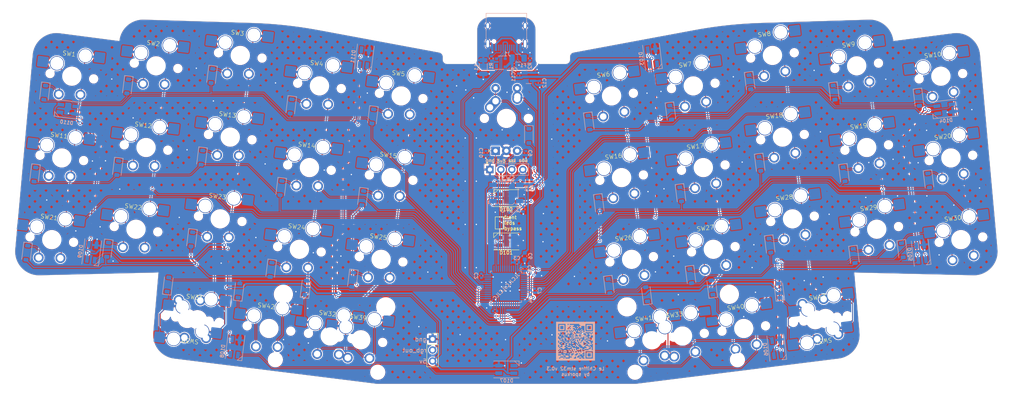
<source format=kicad_pcb>
(kicad_pcb (version 20221018) (generator pcbnew)
  (title_block (title "Le Chiffre STM32") (date "2024-03-02") (rev "v0.3") (company "sporkus") (comment 1 "36key thumb options"))
  (layers (0 "F.Cu" signal) (31 "B.Cu" signal) (34 "B.Paste" user) (35 "F.Paste" user) (36 "B.SilkS" user "B.Silkscreen") (37 "F.SilkS" user "F.Silkscreen") (38 "B.Mask" user) (39 "F.Mask" user) (44 "Edge.Cuts" user))
  (net 0 "")
  (net 1 "GND")
  (net 2 "+5V")
  (net 3 "+3V3")
  (net 4 "NRST")
  (net 5 "BOOT0")
  (net 7 "Net-(D35-K)")
  (net 8 "RGB")
  (net 17 "SDA")
  (net 18 "SCL")
  (net 27 "Net-(D13-K)")
  (net 28 "row0")
  (net 29 "Net-(D14-K)")
  (net 30 "Net-(D15-K)")
  (net 31 "Net-(D16-K)")
  (net 32 "Net-(D17-K)")
  (net 33 "Net-(D18-K)")
  (net 34 "Net-(D19-K)")
  (net 35 "Net-(D20-K)")
  (net 36 "Net-(D21-K)")
  (net 37 "Net-(D22-K)")
  (net 38 "Net-(D23-K)")
  (net 39 "row1")
  (net 40 "Net-(D24-K)")
  (net 41 "Net-(D25-K)")
  (net 42 "Net-(D26-K)")
  (net 43 "Net-(D27-K)")
  (net 44 "Net-(D28-K)")
  (net 45 "Net-(D30-K)")
  (net 46 "Net-(D31-K)")
  (net 47 "Net-(D32-K)")
  (net 48 "Net-(D33-K)")
  (net 49 "row2")
  (net 50 "Net-(D34-K)")
  (net 51 "row3")
  (net 52 "col0")
  (net 53 "col1")
  (net 54 "col2")
  (net 55 "col3")
  (net 56 "col4")
  (net 57 "col5")
  (net 58 "col6")
  (net 59 "col7")
  (net 60 "col8")
  (net 61 "col9")
  (net 62 "EncA")
  (net 63 "EncB")
  (net 64 "Net-(D1-K)")
  (net 65 "Net-(D2-K)")
  (net 66 "Net-(D3-K)")
  (net 67 "Net-(D4-K)")
  (net 68 "Net-(D5-K)")
  (net 69 "Net-(D6-K)")
  (net 70 "Net-(D7-K)")
  (net 71 "Net-(D8-K)")
  (net 72 "Net-(D9-K)")
  (net 73 "Net-(D10-K)")
  (net 74 "Net-(D11-K)")
  (net 75 "Net-(D12-K)")
  (net 76 "Net-(D101-DOUT)")
  (net 77 "Net-(D103-DOUT)")
  (net 78 "Net-(D104-DOUT)")
  (net 79 "Net-(D105-DOUT)")
  (net 80 "Net-(D106-DOUT)")
  (net 81 "Net-(D107-DOUT)")
  (net 82 "Net-(D108-DOUT)")
  (net 83 "Net-(D109-DOUT)")
  (net 84 "Net-(D110-DOUT)")
  (net 85 "Net-(D111-DOUT)")
  (net 86 "VBUS")
  (net 87 "Net-(J1-CC1)")
  (net 89 "D_N")
  (net 90 "D_P")
  (net 91 "Net-(J1-CC2)")
  (net 92 "GNDPWR")
  (net 93 "Net-(D102-DOUT)")
  (net 94 "Net-(D36-K)")
  (net 95 "Net-(D37-K)")
  (footprint "MX_hotswap_alps:MX-Hotswap-Alps-1U" (layer "F.Cu") (at 91.693104 132.978553 -7)
    (fp_text reference "SW42")
    (fp_text value "SW_Push")
  )
  (footprint "MX_hotswap_alps:MX-Hotswap-Alps-1.25U" (layer "F.Cu") (at 75.148601 130.947143 -7)
    (fp_text reference "SW31")
    (fp_text value "SW_Push")
  )
  (footprint "MX_hotswap_alps:MX-Hotswap-Alps-2U" (layer "F.Cu") (at 105.87386 134.71973 -7)
    (fp_text reference "SW32")
    (fp_text value "SW_Push")
  )
  (footprint "MX_hotswap_alps:MX-Hotswap-Alps-1U" (layer "F.Cu") (at 208.221854 69.7863 7)
    (fp_text reference "SW8")
    (fp_text value "SW_Push")
  )
  (footprint "MX_hotswap_alps:MX-Hotswap-Alps-1U" (layer "F.Cu") (at 212.865076 107.602309 7)
    (fp_text reference "SW28")
    (fp_text value "SW_Push")
  )
  (footprint "MX_hotswap_alps:MX-Hotswap-Alps-1U" (layer "F.Cu") (at 63.247072 91.099694 -7)
    (fp_text reference "SW12")
    (fp_text value "SW_Push")
  )
  (footprint "MX_hotswap_alps:MX-Hotswap-Alps-2U" (layer "F.Cu") (at 187.405084 134.71973 7)
    (fp_text reference "SW33")
    (fp_text value "SW_Push")
  )
  (footprint "MX_hotswap_alps:MX-Hotswap-Alps-1U" (layer "F.Cu") (at 210.543465 88.694304 7)
    (fp_text reference "SW18")
    (fp_text value "SW_Push")
  )
  (footprint "Jumper:SolderJumper-2_P1.3mm_Open_TrianglePad1.0x1.5mm" (layer "F.Cu") (at 145.054472 108.549999 90)
    (fp_text reference "JP2" hide)
    (fp_text value "Jumper_2_Open")
  )
  (footprint "MX_hotswap_alps:MX-Hotswap-Alps-1U" (layer "F.Cu") (at 41.437054 112.413089 -7)
    (fp_text reference "SW21")
    (fp_text value "SW_Push")
  )
  (footprint "MX_hotswap_alps:MX-Hotswap-Alps-1U" (layer "F.Cu") (at 189.894253 76.834912 7)
    (fp_text reference "SW7")
    (fp_text value "SW_Push")
  )
  (footprint "MX_Alps_Hybrid:MX-Alps-Hybrid-1U" (layer "F.Cu") (at 146.639472 84.358057)
    (fp_text reference "SW35")
    (fp_text value "SW_Push")
  )
  (footprint "MX_hotswap_alps:MX-Hotswap-Alps-1U" (layer "F.Cu") (at 101.06308 95.742916 -7)
    (fp_text reference "SW14")
    (fp_text value "SW_Push")
  )
  (footprint "Connector_PinSocket_2.54mm:PinSocket_1x03_P2.54mm_Vertical" (layer "F.Cu") (at 129.562582 135.429022)
    (fp_text reference "J101" hide)
    (fp_text value "Conn_01x03_Female")
  )
  (footprint "MX_hotswap_alps:MX-Hotswap-Alps-1U" (layer "F.Cu") (at 80.413868 107.602309 -7)
    (fp_text reference "SW23")
    (fp_text value "SW_Push")
  )
  (footprint "MX_hotswap_alps:MX-Hotswap-Alps-1.25U" (layer "F.Cu") (at 218.130343 130.947143 -173)
    (fp_text reference "SW34")
    (fp_text value "SW_Push")
  )
  (footprint "MX_hotswap_alps:MX-Hotswap-Alps-1U" (layer "F.Cu") (at 119.971084 98.064527 -7)
    (fp_text reference "SW15")
    (fp_text value "SW_Push")
  )
  (footprint "MX_hotswap_alps:MX-Hotswap-Alps-1.25U" (layer "F.Cu") (at 112.964609 135.590364 -7)
    (fp_text reference "SW39")
    (fp_text value "SW_Push")
  )
  (footprint "modified_footprints:RotaryEncoder_EC11_no_mp" (layer "F.Cu") (at 146.639472 84.358057 90)
    (fp_text reference "SW36")
    (fp_text value "Rotary_Encoder_Switch")
  )
  (footprint "MX_hotswap_alps:MX-Hotswap-Alps-1U" (layer "F.Cu") (at 247.198668 74.59708 7)
    (fp_text reference "SW10")
    (fp_text value "SW_Push")
  )
  (footprint "MX_hotswap_alps:MX-Hotswap-Alps-1U" (layer "F.Cu") (at 72.7851 130.656942 173)
    (fp_text reference "SW38")
    (fp_text value "SW_Push")
  )
  (footprint "MX_hotswap_alps:MX-Hotswap-Alps-1U" (layer "F.Cu") (at 230.031872 91.099694 7)
    (fp_text reference "SW19")
    (fp_text value "SW_Push")
  )
  (footprint "MX_hotswap_alps:MX-Hotswap-Alps-1U" (layer "F.Cu") (at 82.735479 88.694304 -7)
    (fp_text reference "SW13")
    (fp_text value "SW_Push")
  )
  (footprint "MX_hotswap_alps:MX-Hotswap-Alps-1U" (layer "F.Cu") (at 117.649474 116.972532 -7)
    (fp_text reference "SW25")
    (fp_text value "SW_Push")
  )
  (footprint "MX_hotswap_alps:MX-Hotswap-Alps-1U" (layer "F.Cu") (at 122.292695 79.156523 -7)
    (fp_text reference "SW5")
    (fp_text value "SW_Push")
  )
  (footprint "MX_hotswap_alps:MX-Hotswap-Alps-1U" (layer "F.Cu") (at 65.568683 72.19169 -7)
    (fp_text reference "SW2")
    (fp_text value "SW_Push")
  )
  (footprint "MX_hotswap_alps:MX-Hotswap-Alps-1U" (layer "F.Cu") (at 249.520279 93.505084 7)
    (fp_text reference "SW20")
    (fp_text value "SW_Push")
  )
  (footprint "MX_hotswap_alps:MX-Hotswap-Alps-1U" (layer "F.Cu") (at 173.30786 98.064527 7)
    (fp_text reference "SW16")
    (fp_text value "SW_Push")
  )
  (footprint "MX_hotswap_alps:MX-Hotswap-Alps-1U" (layer "F.Cu") (at 98.741469 114.650921 -7)
    (fp_text reference "SW24")
    (fp_text value "SW_Push")
  )
  (footprint "modified_footrprints:LED_SK6812MINI_PLCC4_3.5x3.5mm_P1.75mm" (layer "F.Cu") (at 146.639472 102.808056 180)
    (fp_text reference "D102")
    (fp_text value "SK6812MINI")
  )
  (footprint "MX_hotswap_alps:MX-Hotswap-Alps-1U" (layer "F.Cu") (at 180.314335 135.590364 7)
    (fp_text reference "SW41")
    (fp_text value "SW_Push")
  )
  (footprint "MX_hotswap_alps:MX-Hotswap-Alps-1U" (layer "F.Cu") (at 201.58584 132.978553 7)
    (fp_text reference "SW40")
    (fp_text value "SW_Push")
  )
  (footprint "MX_hotswap_alps:MX-Hotswap-Alps-1U" (layer "F.Cu") (at 60.925461 110.007699 -7)
    (fp_text reference "SW22")
    (fp_text value "SW_Push")
  )
  (footprint "MX_hotswap_alps:MX-Hotswap-Alps-1U" (layer "F.Cu") (at 232.353483 110.007699 7)
    (fp_text reference "SW29")
    (fp_text value "SW_Push")
  )
  (footprint "MX_hotswap_alps:MX-Hotswap-Alps-1U" (layer "F.Cu") (at 43.758665 93.505084 -7)
    (fp_text reference "SW11")
    (fp_text value "SW_Push")
  )
  (footprint "MX_hotswap_alps:MX-Hotswap-Alps-1U" (layer "F.Cu") (at 103.384691 76.834912 -7)
    (fp_text reference "SW4")
    (fp_text value "SW_Push")
  )
  (footprint "MX_hotswap_alps:MX-Hotswap-Alps-1U" (layer "F.Cu") (at 251.84189 112.413089 7)
    (fp_text reference "SW30")
    (fp_text value "SW_Push")
  )
  (footprint "MX_hotswap_alps:MX-Hotswap-Alps-1U" (layer "F.Cu") (at 175.62947 116.972532 7)
    (fp_text reference "SW26")
    (fp_text value "SW_Push")
  )
  (footprint "MX_hotswap_alps:MX-Hotswap-Alps-1U" (layer "F.Cu") (at 227.710261 72.19169 7)
    (fp_text reference "SW9")
    (fp_text value "SW_Push")
  )
  (footprint "MX_hotswap_alps:MX-Hotswap-Alps-1.25U" (layer "F.Cu") (at 220.493844 130.656942 7)
    (fp_text reference "SW43")
    (fp_text value "SW_Push")
  )
  (footprint "modified_footrprints:LED_SK6812MINI_PLCC4_3.5x3.5mm_P1.75mm" (layer "F.Cu") (at 146.639472 112.838058 180)
    (fp_text reference "D101")
    (fp_text value "SK6812MINI")
  )
  (footprint "MX_hotswap_alps:MX-Hotswap-Alps-1U" (layer "F.Cu") (at 46.080276 74.59708 -7)
    (fp_text reference "SW1")
    (fp_text value "SW_Push")
  )
  (footprint "MX_hotswap_alps:MX-Hotswap-Alps-1U" (layer "F.Cu") (at 170.986249 79.156523 7)
    (fp_text reference "SW6")
    (fp_text value "SW_Push")
  )
  (footprint "MX_hotswap_alps:MX-Hotswap-Alps-1U" (layer "F.Cu") (at 192.215864 95.742916 7)
    (fp_text reference "SW17")
    (fp_text value "SW_Push")
  )
  (footprint "MX_hotswap_alps:MX-Hotswap-Alps-1U" (layer "F.Cu") (at 194.537475 114.650921 7)
    (fp_text reference "SW27")
    (fp_text value "SW_Push")
  )
  (footprint "MX_hotswap_alps:MX-Hotswap-Alps-1U" (layer "F.Cu") (at 85.05709 69.7863 -7)
    (fp_text reference "SW3")
    (fp_text value "SW_Push")
  )
  (footprint "modified_footrprints:LED_SK6812MINI_PLCC4_3.5x3.5mm_P1.75mm" (layer "B.Cu") (at 83.840593 137.287899 -97)
    (fp_text reference "D108")
    (fp_text value "SK6812MINI")
  )
  (footprint "Diode_SMD:D_SOD-123" (layer "B.Cu") (at 58.996357 76.91934 -97)
    (fp_text reference "D2" hide)
    (fp_text value "1N4148W")
  )
  (footprint "Diode_SMD:D_SOD-123" (layer "B.Cu") (at 96.812364 81.562563 -97)
    (fp_text reference "D4" hide)
    (fp_text value "1N4148W")
  )
  (footprint "Diode_SMD:D_SOD-123" (layer "B.Cu") (at 202.984215 75.960921 -83)
    (fp_text reference "D8" hide)
    (fp_text value "1N4148W")
  )
  (footprint "modified_footrprints:LED_SK6812MINI_PLCC4_3.5x3.5mm_P1.75mm" (layer "B.Cu") (at 180.449999 70.1 -83)
    (fp_text reference "D103")
    (fp_text value "SK6812MINI")
  )
  (footprint "Capacitor_SMD:C_0603_1608Metric" (layer "B.Cu") (at 150.876791 116.229846 -90)
    (fp_text reference "C6")
    (fp_text value "10uF")
  )
  (footprint "Diode_SMD:D_SOD-123" (layer "B.Cu") (at 227.115844 116.18232 -83)
    (fp_text reference "D29" hide)
    (fp_text value "1N4148W")
  )
  (footprint "Diode_SMD:D_SOD-123" (layer "B.Cu") (at 92.169141 119.378574 -97)
    (fp_text reference "D24" hide)
    (fp_text value "1N4148W")
  )
  (footprint "Capacitor_SMD:C_0402_1005Metric" (layer "B.Cu") (at 154.364472 76.163057 90)
    (fp_text reference "C12")
    (fp_text value "1uF")
  )
  (footprint "Capacitor_SMD:C_0402_1005Metric" (layer "B.Cu") (at 153.214472 124.225 -90)
    (fp_text reference "C7")
    (fp_text value "100nF")
  )
  (footprint "Diode_SMD:D_SOD-123" (layer "B.Cu") (at 56.674747 95.827348 -97)
    (fp_text reference "D12" hide)
    (fp_text value "1N4148W")
  )
  (footprint "modified_footrprints:LED_SK6812MINI_PLCC4_3.5x3.5mm_P1.75mm" (layer "B.Cu") (at 248.129517 82.161563 -173)
    (fp_text reference "D104")
    (fp_text value "SK6812MINI")
  )
  (footprint "Connector_PinHeader_2.54mm:PinHeader_1x04_P2.54mm_Vertical" (layer "B.Cu") (at 142.829472 96.193059 -90)
    (fp_text reference "J2" hide)
    (fp_text value "OLED I2C")
  )
  (footprint "Capacitor_SMD:C_0402_1005Metric" (layer "B.Cu") (at 140.839472 120.77 -90)
    (fp_text reference "C2")
    (fp_text value "100nF")
  )
  (footprint "modified_footrprints:LED_SK6812MINI_PLCC4_3.5x3.5mm_P1.75mm" (layer "B.Cu") (at 50.674854 115.362191 -97)
    (fp_text reference "D109")
    (fp_text value "SK6812MINI")
  )
  (footprint "Inductor_SMD:L_1206_3216Metric" (layer "B.Cu") (at 141.3 72.474999 -90)
    (fp_text reference "L1")
    (fp_text value "60R@100MHz")
  )
  (footprint "Diode_SMD:D_SOD-123" (layer "B.Cu") (at 242.046662 79.811204 -83)
    (fp_text reference "D10" hide)
    (fp_text value "1N4148W")
  )
  (footprint "Diode_SMD:D_SOD-123" (layer "B.Cu") (at 78.484765 74.513952 -97)
    (fp_text reference "D3" hide)
    (fp_text value "1N4148W")
  )
  (footprint "Diode_SMD:D_SOD-123" (layer "B.Cu") (at 238.290609 114.865995 -83)
    (fp_text reference "D30" hide)
    (fp_text value "1N4148W")
  )
  (footprint "Resistor_SMD:R_0402_1005Metric" (layer "B.Cu") (at 150.564472 105.4 -90)
    (fp_text reference "R3")
    (fp_text value "10k")
  )
  (footprint "Diode_SMD:D_SOD-123" (layer "B.Cu") (at 68.320809 122.799953 83)
    (fp_text reference "D31" hide)
    (fp_text value "1N4148W")
  )
  (footprint "Diode_SMD:D_SOD-123" (layer "B.Cu") (at 84.739472 124.208057 83)
    (fp_text reference "D36" hide)
    (fp_text value "1N4148W")
  )
  (footprint "Diode_SMD:D_SOD-123" (layer "B.Cu") (at 54.353136 114.735351 -97)
    (fp_text reference "D22" hide)
    (fp_text value "1N4148W")
  )
  (footprint "Diode_SMD:D_SOD-123" (layer "B.Cu") (at 115.720369 83.884174 -97)
    (fp_text reference "D5" hide)
    (fp_text value "1N4148W")
  )
  (footprint "Diode_SMD:D_SOD-123" (layer "B.Cu") (at 35.664855 115.452191 -97)
    (fp_text reference "D21" hide)
    (fp_text value "1N4148W")
  )
  (footprint "Diode_SMD:D_SOD-123" (layer "B.Cu") (at 209.766967 124.211814 97)
    (fp_text reference "D34" hide)
    (fp_text value "1N4148W")
  )
  (footprint "Capacitor_SMD:C_0402_1005Metric" (layer "B.Cu") (at 141.85 92.35 -90)
    (fp_text reference "C10")
    (fp_text value "100nF")
  )
  (footprint "Diode_SMD:D_SOD-123" (layer "B.Cu") (at 207.627436 113.77693 -83)
    (fp_text reference "D28" hide)
    (fp_text value "1N4148W")
  )
  (footprint "Diode_SMD:D_SOD-123" (layer "B.Cu") (at 94.490754 100.470569 -97)
    (fp_text reference "D14" hide)
    (fp_text value "1N4148W")
  )
  (footprint "Resistor_SMD:R_0402_1005Metric" (layer "B.Cu") (at 152.464473 99.028058 -90)
    (fp_text reference "R5")
    (fp_text value "4.7k")
  )
  (footprint "Capacitor_SMD:C_0402_1005Metric" (layer "B.Cu") (at 149.4 74.46 -90)
    (fp_text reference "C11")
    (fp_text value "1uF")
  )
  (footprint "Diode_SMD:D_SOD-123" (layer "B.Cu") (at 113.398758 102.79218 -97)
    (fp_text reference "D15" hide)
    (fp_text value "1N4148W")
  )
  (footprint "modified_footrprints:LED_SK6812MINI_PLCC4_3.5x3.5mm_P1.75mm" (layer "B.Cu") (at 45.144474 82.267337 173)
    (fp_text reference "D110")
    (fp_text value "SK6812MINI")
  )
  (footprint "Diode_SMD:D_SOD-123" (layer "B.Cu") (at 37.505939 97.33449 -97)
    (fp_text reference "D11" hide)
    (fp_text value "1N4148W")
  )
  (footprint "Diode_SMD:D_SOD-123" (layer "B.Cu") (at 100.191524 123.539453 83)
    (fp_text reference "D32" hide)
    (fp_text value "1N4148W")
  )
  (footprint "Diode_SMD:D_SOD-123" (layer "B.Cu") (at 194.238388 123.520356 97)
    (fp_text reference "D37" hide)
    (fp_text value "1N4148W")
  )
  (footprint "modified_footrprints:LED_SK6812MINI_PLCC4_3.5x3.5mm_P1.75mm" (layer "B.Cu") (at 113.760416 70.298412 -97)
    (fp_text reference "D111")
    (fp_text value "SK6812MINI")
  )
  (footprint "modified_footrprints:LED_SK6812MINI_PLCC4_3.5x3.5mm_P1.75mm" (layer "B.Cu") (at 209.216062 137.414375 -83)
    (fp_text reference "D106")
    (fp_text value "SK6812MINI")
  )
  (footprint "Diode_SMD:D_SOD-123" (layer "B.Cu") (at 186.978223 101.917538 -83)
    (fp_text reference "D17" hide)
    (fp_text value "1N4148W")
  )
  (footprint "Diode_SMD:D_SOD-123" (layer "B.Cu") (at 111.077147 121.700185 -97)
    (fp_text reference "D25" hide)
    (fp_text value "1N4148W")
  )
  (footprint "Diode_SMD:D_SOD-123" (layer "B.Cu") (at 205.305826 94.868928 -83)
    (fp_text reference "D18" hide)
    (fp_text value "1N4148W")
  )
  (footprint "Capacitor_SMD:C_0402_1005Metric" (layer "B.Cu") (at 149.066223 117.7 180)
    (fp_text reference "C3")
    (fp_text value "100nF")
  )
  (footprint "Resistor_SMD:R_0402_1005Metric" (layer "B.Cu") (at 152.1 70.45 -90)
    (fp_text reference "R2")
    (fp_text value "5.1k")
  )
  (footprint "Connector_USB:USB_C_Receptacle_HRO_TYPE-C-31-M-12" (layer "B.Cu") (at 146.639472 63.953057)
    (fp_text reference "J1")
    (fp_text value "USB_C_Receptacle_USB2.0")
  )
  (footprint "Package_TO_SOT_SMD:SOT-143" (layer "B.Cu") (at 145.364473 71.478058)
    (fp_text reference "U2" hide)
    (fp_text value "PRTR5V0U2X")
  )
  (footprint "Package_QFP:LQFP-48_7x7mm_P0.5mm" (layer "B.Cu") (at 146.529979 123.313523 180)
    (fp_text reference "U1" hide)
    (fp_text value "STM32F072CBT6")
  )
  (footprint "modified_footprints:SW_SPST_SKQG_WithoutStem" (layer "B.Cu") (at 146.639472 101.618058 180)
    (fp_text reference "SW37")
    (fp_text value "SKQGABE010")
  )
  (footprint "Fuse:Fuse_1206_3216Metric" (layer "B.Cu") (at 149.35 70.409999 180)
    (fp_text reference "F1")
    (fp_text value "ASMD1206-150")
  )
  (footprint "Capacitor_SMD:C_0402_1005Metric" (layer "B.Cu") (at 151.2 92.38 -90)
    (fp_text reference "C9")
    (fp_text value "100nF")
  )
  (footprint "Diode_SMD:D_SOD-123" (layer "B.Cu") (at 224.794233 97.274317 -83)
    (fp_text reference "D19" hide)
    (fp_text value "1N4148W")
  )
  (footprint "Diode_SMD:D_SOD-123" (layer "B.Cu") (at 222.472622 78.366312 -83)
    (fp_text reference "D9" hide)
    (fp_text value "1N4148W")
  )
  (footprint "Diode_SMD:D_SOD-123" (layer "B.Cu") (at 168.07022 104.239148 -83)
    (fp_text reference "D16" hide)
    (fp_text value "1N4148W")
  )
  (footprint "Diode_SMD:D_SOD-123" (layer "B.Cu") (at 170.391832 123.147152 -83)
    (fp_text reference "D26" hide)
    (fp_text value "1N4148W")
  )
  (footprint "Diode_SMD:D_SOD-123" (layer "B.Cu") (at 151.85 88.4 -90)
    (fp_text reference "D35" hide)
    (fp_text value "1N4148W")
  )
  (footprint "Diode_SMD:D_SOD-123" (layer "B.Cu") (at 165.748609 85.331143 -83)
    (fp_text reference "D6" hide)
    (fp_text value "1N4148W")
  )
  (footprint "Diode_SMD:D_SOD-123" (layer "B.Cu") (at 39.794854 78.40219 -97)
    (fp_text reference "D1" hide)
    (fp_text value "1N4148W")
  )
  (footprint "LOGO" (layer "B.Cu") (at 162.639472 135.922513 180)
    (fp_text reference "G***" hide)
    (fp_text value "LOGO" hide)
  )
  (footprint "Resistor_SMD:R_0402_1005Metric" (layer "B.Cu") (at 143.15 70.49 90)
    (fp_text reference "R1")
    (fp_text value "5.1k")
  )
  (footprint "Diode_SMD:D_SOD-123" (layer "B.Cu") (at 179.091261 125.056539 97)
    (fp_text reference "D33" hide)
    (fp_text value "1N4148W")
  )
  (footprint "Diode_SMD:D_SOD-123" (layer "B.Cu") (at 76.163154 93.421957 -97)
    (fp_text reference "D13" hide)
    (fp_text value "1N4148W")
  )
  (footprint "Diode_SMD:D_SOD-123" (layer "B.Cu") (at 244.366661 98.711204 -83)
    (fp_text reference "D20" hide)
    (fp_text value "1N4148W")
  )
  (footprint "Capacitor_SMD:C_0402_1005Metric" (layer "B.Cu") (at 150.932987 119.154825 90)
    (fp_text reference "C5")
    (fp_text value "100nF")
  )
  (footprint "Capacitor_SMD:C_0402_1005Metric" (layer "B.Cu") (at 148.464473 72.028058)
    (fp_text reference "C8")
    (fp_text value "100nF")
  )
  (footprint "Package_TO_SOT_SMD:SOT-23" (layer "B.Cu") (at 151.826972 74.733057 180)
    (fp_text reference "U3" hide)
    (fp_text value "XC6206PxxxMR-Regulator_Linear")
  )
  (footprint "Diode_SMD:D_SOD-123" (layer "B.Cu") (at 73.841543 112.329959 -97)
    (fp_text reference "D23" hide)
    (fp_text value "1N4148W")
  )
  (footprint "modified_footrprints:LED_SK6812MINI_PLCC4_3.5x3.5mm_P1.75mm" (layer "B.Cu") (at 146.639472 142.458058)
    (fp_text reference "D107")
    (fp_text value "SK6812MINI")
  )
  (footprint "Capacitor_SMD:C_0402_1005Metric" (layer "B.Cu") (at 152.215014 124.630824 90)
    (fp_text reference "C4")
    (fp_text value "100nF")
  )
  (footprint "modified_footrprints:LED_SK6812MINI_PLCC4_3.5x3.5mm_P1.75mm" (layer "B.Cu") (at 242.626663 115.431204 -83)
    (fp_text reference "D105")
    (fp_text value "SK6812MINI")
  )
  (footprint "Capacitor_SMD:C_0402_1005Metric" (layer "B.Cu") (at 144.014472 128.949999)
    (fp_text reference "C1" hide)
    (fp_text value "100nF")
  )
  (footprint "Diode_SMD:D_SOD-123" (layer "B.Cu") (at 189.299834 120.825543 -83)
    (fp_text reference "D27" hide)
    (fp_text value "1N4148W")
  )
  (footprint "Diode_SMD:D_SOD-123" (layer "B.Cu") (at 184.656612 83.009535 -83)
    (fp_text reference "D7" hide)
    (fp_text value "1N4148W")
  )
  (footprint "Resistor_SMD:R_0402_1005Metric" (layer "B.Cu") (at 151.464473 99.028058 -90)
    (fp_text reference "R4")
    (fp_text value "4.7k")
  )
  (gr_circle (center 150.029472 119.118057) (end 150.250454 118.945407) (stroke (width 0.1)) (fill none) (layer "B.SilkS"))
  (gr_arc (start 150.380019 60.922513) (mid 152.501341 61.801191) (end 153.380019 63.922513) (stroke (width 0.05)) (layer "Edge.Cuts"))
  (gr_arc (start 57.142034 66.076504) (mid 59.083684 62.751218) (end 62.73026 61.51428) (stroke (width 0.05)) (layer "Edge.Cuts"))
  (gr_arc (start 250.056702 64.659394) (mid 254.208683 65.821586) (end 256.24673 69.62106) (stroke (width 0.05)) (layer "Edge.Cuts"))
  (gr_line (start 116.764472 145.798057) (end 146.639471 145.798057) (stroke (width 0.05)) (layer "Edge.Cuts"))
  (gr_line (start 162.19702 69.135973) (end 190.214844 63.920659) (stroke (width 0.05)) (layer "Edge.Cuts"))
  (gr_line (start 150.380019 60.922513) (end 146.639472 60.922513) (stroke (width 0.05)) (layer "Edge.Cuts"))
  (gr_arc (start 190.219296 63.920667) (mid 197.795935 62.810426) (end 205.435314 62.283197) (stroke (width 0.05)) (layer "Edge.Cuts"))
  (gr_line (start 205.435314 62.283197) (end 230.548683 61.514279) (stroke (width 0.05)) (layer "Edge.Cuts"))
  (gr_arc (start 139.898925 63.922513) (mid 140.777601 61.801192) (end 142.898925 60.922513) (stroke (width 0.05)) (layer "Edge.Cuts"))
  (gr_line (start 146.639471 145.798057) (end 176.514472 145.798057) (stroke (width 0.05)) (layer "Edge.Cuts"))
  (gr_line (start 37.032214 69.62106) (end 32.985523 114.67317) (stroke (width 0.05)) (layer "Edge.Cuts"))
  (gr_arc (start 37.032214 69.62106) (mid 39.070262 65.821588) (end 43.222242 64.659394) (stroke (width 0.05)) (layer "Edge.Cuts"))
  (gr_arc (start 131.081924 69.135973) (mid 131.667978 69.479976) (end 131.898925 70.119086) (stroke (width 0.05)) (layer "Edge.Cuts"))
  (gr_line (start 236.13691 66.076504) (end 236.204472 66.468057) (stroke (width 0.05)) (layer "Edge.Cuts"))
  (gr_line (start 236.204472 66.468057) (end 250.056702 64.659394) (stroke (width 0.05)) (layer "Edge.Cuts"))
  (gr_line (start 131.898925 70.768051) (end 131.898925 70.119086) (stroke (width 0.05)) (layer "Edge.Cuts"))
  (gr_line (start 161.380019 70.119086) (end 161.380019 70.768051) (stroke (width 0.05)) (layer "Edge.Cuts"))
  (gr_line (start 146.639472 60.922513) (end 142.898925 60.922513) (stroke (width 0.05)) (layer "Edge.Cuts"))
  (gr_arc (start 161.380019 70.119086) (mid 161.610955 69.479968) (end 162.19702 69.135973) (stroke (width 0.05)) (layer "Edge.Cuts"))
  (gr_arc (start 154.380019 71.768051) (mid 153.672918 71.475161) (end 153.380019 70.768051) (stroke (width 0.05)) (layer "Edge.Cuts"))
  (gr_line (start 227.144472 120.018057) (end 228.356866 134.000515) (stroke (width 0.05)) (layer "Edge.Cuts"))
  (gr_arc (start 228.356866 134.000515) (mid 227.15361 137.934599) (end 223.557818 139.93338) (stroke (width 0.05)) (layer "Edge.Cuts"))
  (gr_line (start 223.557818 139.93338) (end 176.514472 145.798057) (stroke (width 0.05)) (layer "Edge.Cuts"))
  (gr_arc (start 132.898926 71.768051) (mid 132.191835 71.475142) (end 131.898925 70.768051) (stroke (width 0.05)) (layer "Edge.Cuts"))
  (gr_arc (start 87.84363 62.283197) (mid 95.483009 62.810428) (end 103.059648 63.920667) (stroke (width 0.05)) (layer "Edge.Cuts"))
  (gr_arc (start 230.548684 61.51428) (mid 234.195257 62.75122) (end 236.13691 66.076504) (stroke (width 0.05)) (layer "Edge.Cuts"))
  (gr_line (start 153.380019 63.922513) (end 153.380019 70.768051) (stroke (width 0.05)) (layer "Edge.Cuts"))
  (gr_arc (start 161.380019 70.768051) (mid 161.087099 71.475131) (end 160.380018 71.768051) (stroke (width 0.05)) (layer "Edge.Cuts"))
  (gr_line (start 116.764472 145.798057) (end 69.721126 139.93338) (stroke (width 0.05)) (layer "Edge.Cuts"))
  (gr_line (start 254.686579 120.663703) (end 227.144472 120.018057) (stroke (width 0.05)) (layer "Edge.Cuts"))
  (gr_arc (start 69.721126 139.93338) (mid 66.125351 137.934585) (end 64.922078 134.000515) (stroke (width 0.05)) (layer "Edge.Cuts"))
  (gr_arc (start 38.592365 120.663703) (mid 34.44791 118.923577) (end 32.985523 114.67317) (stroke (width 0.05)) (layer "Edge.Cuts"))
  (gr_line (start 43.222242 64.659394) (end 57.074472 66.468057) (stroke (width 0.05)) (layer "Edge.Cuts"))
  (gr_line (start 103.0641 63.920659) (end 131.081924 69.135973) (stroke (width 0.05)) (layer "Edge.Cuts"))
  (gr_line (start 64.922078 134.000515) (end 66.134472 120.018057) (stroke (width 0.05)) (layer "Edge.Cuts"))
  (gr_line (start 139.898925 70.768051) (end 139.898925 63.922513) (stroke (width 0.05)) (layer "Edge.Cuts"))
  (gr_line (start 62.730261 61.514279) (end 87.84363 62.283197) (stroke (width 0.05)) (layer "Edge.Cuts"))
  (gr_arc (start 139.898925 70.768051) (mid 139.606042 71.475168) (end 138.898925 71.768051) (stroke (width 0.05)) (layer "Edge.Cuts"))
  (gr_line (start 66.134472 120.018057) (end 38.592365 120.663703) (stroke (width 0.05)) (layer "Edge.Cuts"))
  (gr_line (start 138.898925 71.768051) (end 132.898926 71.768051) (stroke (width 0.05)) (layer "Edge.Cuts"))
  (gr_arc (start 260.293421 114.67317) (mid 258.831031 118.923575) (end 254.686579 120.663703) (stroke (width 0.05)) (layer "Edge.Cuts"))
  (gr_line (start 57.074472 66.468057) (end 57.142034 66.076504) (stroke (width 0.05)) (layer "Edge.Cuts"))
  (gr_line (start 260.293421 114.67317) (end 256.24673 69.62106) (stroke (width 0.05)) (layer "Edge.Cuts"))
  (gr_line (start 160.380018 71.768051) (end 154.380019 71.768051) (stroke (width 0.05)) (layer "Edge.Cuts"))
  (gr_text "scl" (at 147.97258 94.093059) (layer "B.SilkS") (effects (font (size 0.8 0.8) (thickness 0.15) bold) (justify mirror)))
  (gr_text "sda" (at 150.539472 94.083057) (layer "B.SilkS") (effects (font (size 0.8 0.8) (thickness 0.15) bold) (justify mirror)))
  (gr_text "gnd" (at 128.29258 136.064021) (layer "B.SilkS") (effects (font (size 1 1)) (justify left bottom mirror)))
  (gr_text "3v3" (at 145.43258 94.243059) (layer "B.SilkS") (effects (font (size 0.8 0.8) (thickness 0.15) bold) (justify mirror)))
  (gr_text "Le Chiffre stm32 v0.3\nby sporkus\n" (at 162.639472 142.922513) (layer "B.SilkS") (effects (font (size 0.8 0.8) (thickness 0.15) bold) (justify mirror)))
  (gr_text "rgb_out" (at 128.29258 138.604021) (layer "B.SilkS") (effects (font (size 1 1)) (justify left bottom mirror)))
  (gr_text "DFU" (at 148.3 106.224998) (layer "B.SilkS") (effects (font (size 1 1)) (justify left bottom mirror)))
  (gr_text "JLCJLCJLCJLC" (at 146.639473 123.26174 45) (layer "B.SilkS") (effects (font (size 0.8 0.8) (thickness 0.15) bold) (justify mirror)))
  (gr_text "5v" (at 128.29258 141.144022) (layer "B.SilkS") (effects (font (size 1 1)) (justify left bottom mirror)))
  (gr_text "gnd" (at 142.89258 94.09306) (layer "B.SilkS") (effects (font (size 0.8 0.8) (thickness 0.15) bold) (justify mirror)))
  (gr_text "\n" (at 150.503786 94.078057) (layer "B.SilkS") (effects (font (size 0.8 0.8) (thickness 0.15) bold) (justify mirror)))
  (gr_text "front\nleds\nbypass" (at 146.054472 108.549999) (layer "F.SilkS") (effects (font (size 0.8 0.8)) (justify left)))
  (gr_text "sda" (at 150.550698 94.075) (layer "F.SilkS") (effects (font (size 0.8 0.8) (thickness 0.15) bold)))
  (gr_text "3v3" (at 145.425 94.25) (layer "F.SilkS") (effects (font (size 0.8 0.8) (thickness 0.15) bold)))
  (gr_text "scl" (at 147.975 94.125) (layer "F.SilkS") (effects (font (size 0.8 0.8) (thickness 0.15) bold)))
  (gr_text "gnd" (at 142.9 94.090003) (layer "F.SilkS") (effects (font (size 0.8 0.8) (thickness 0.15) bold)))
  (via (at 150.009472 73.783056) (size 0.6) (drill 0.3) (layers "F.Cu" "B.Cu") (net 1))
  (via (at 181.139472 119.875) (size 0.6) (drill 0.3) (layers "F.Cu" "B.Cu") (net 1))
  (via (at 254.364472 82.325) (size 0.6) (drill 0.3) (layers "F.Cu" "B.Cu") (net 1))
  (via (at 93.214472 76.15) (size 0.6) (drill 0.3) (layers "F.Cu" "B.Cu") (net 1))
  (via (at 146.794472 78.31) (size 0.6) (drill 0.3) (layers "F.Cu" "B.Cu") (net 1))
  (via (at 137.243672 77.7792) (size 0.6) (drill 0.3) (layers "F.Cu" "B.Cu") (net 1))
  (via (at 221.339472 106.55) (size 0.6) (drill 0.3) (layers "F.Cu" "B.Cu") (net 1))
  (via (at 179.189472 78.525) (size 0.6) (drill 0.3) (layers "F.Cu" "B.Cu") (net 1))
  (via (at 147.529979 122.313523) (size 0.6) (drill 0.3) (layers "F.Cu" "B.Cu") (net 1))
  (via (at 181.249472 69.578057) (size 0.6) (drill 0.3) (layers "F.Cu" "B.Cu") (net 1))
  (via (at 219.964472 121.075) (size 0.6) (drill 0.3) (layers "F.Cu" "B.Cu") (net 1))
  (via (at 145.674472 87) (size 0.6) (drill 0.3) (layers "F.Cu" "B.Cu") (net 1))
  (via (at 142.7 74.05) (size 0.6) (drill 0.3) (layers "F.Cu" "B.Cu") (net 1))
  (via (at 147.529979 123.313523) (size 0.6) (drill 0.3) (layers "F.Cu" "B.Cu") (net 1))
  (via (at 139.689472 118.9) (size 0.6) (drill 0.3) (layers "F.Cu" "B.Cu") (net 1))
  (via (at 110.764472 97.35) (size 0.6) (drill 0.3) (layers "F.Cu" "B.Cu") (net 1))
  (via (at 135.939472 134.4) (size 0.6) (drill 0.3) (layers "F.Cu" "B.Cu") (net 1))
  (via (at 139.064472 79.6) (size 0.6) (drill 0.3) (layers "F.Cu" "B.Cu") (net 1))
  (via (at 53.864472 94.175) (size 0.6) (drill 0.3) (layers "F.Cu" "B.Cu") (net 1))
  (via (at 40.264472 103.25) (size 0.6) (drill 0.3) (layers "F.Cu" "B.Cu") (net 1))
  (via (at 204.289471 124.6) (size 0.6) (drill 0.3) (layers "F.Cu" "B.Cu") (net 1))
  (via (at 164.289472 134.175) (size 0.6) (drill 0.3) (layers "F.Cu" "B.Cu") (net 1))
  (via (at 148.789363 120.210151) (size 0.6) (drill 0.3) (layers "F.Cu" "B.Cu") (net 1))
  (via (at 114.699395 70.101216) (size 0.6) (drill 0.3) (layers "F.Cu" "B.Cu") (net 1))
  (via (at 100.814472 136.35) (size 0.6) (drill 0.3) (layers "F.Cu" "B.Cu") (net 1))
  (via (at 149.544473 72.028059) (size 0.6) (drill 0.3) (layers "F.Cu" "B.Cu") (net 1))
  (via (at 139.689472 108.9) (size 0.6) (drill 0.3) (layers "F.Cu" "B.Cu") (net 1))
  (via (at 74.889472 72.75) (size 0.6) (drill 0.3) (layers "F.Cu" "B.Cu") (net 1))
  (via (at 155.214472 106.4) (size 0.6) (drill 0.3) (layers "F.Cu" "B.Cu") (net 1))
  (via (at 128.464472 119.925) (size 0.6) (drill 0.3) (layers "F.Cu" "B.Cu") (net 1))
  (via (at 157.139474 89.15) (size 0.6) (drill 0.3) (layers "F.Cu" "B.Cu") (net 1))
  (via (at 97.939472 124.458057) (size 0.6) (drill 0.3) (layers "F.Cu" "B.Cu") (net 1))
  (via (at 201.214472 94.475) (size 0.6) (drill 0.3) (layers "F.Cu" "B.Cu") (net 1))
  (via (at 70.939472 107.275) (size 0.6) (drill 0.3) (layers "F.Cu" "B.Cu") (net 1))
  (via (at 183.114472 100.65) (size 0.6) (drill 0.3) (layers "F.Cu" "B.Cu") (net 1))
  (via (at 146.529979 123.313523) (size 0.6) (drill 0.3) (layers "F.Cu" "B.Cu") (net 1))
  (via (at 230.516162 94.569473) (size 0.6) (drill 0.3) (layers "F.Cu" "B.Cu") (net 1))
  (via (at 88.664472 111.925) (size 0.6) (drill 0.3) (layers "F.Cu" "B.Cu") (net 1))
  (via (at 150.564472 112.625) (size 0.6) (drill 0.3) (layers "F.Cu" "B.Cu") (net 1))
  (via (at 45.286942 83.189524) (size 0.6) (drill 0.3) (layers "F.Cu" "B.Cu") (net 1))
  (via (at 55.314472 75.25) (size 0.6) (drill 0.3) (layers "F.Cu" "B.Cu") (net 1))
  (via (at 150.564472 106.499998) (size 0.6) (drill 0.3) (layers "F.Cu" "B.Cu") (net 1))
  (via (at 57.16152 100.725) (size 0.6) (drill 0.3) (layers "F.Cu" "B.Cu") (net 1))
  (via (at 72.739472 91.625) (size 0.6) (drill 0.3) (layers "F.Cu" "B.Cu") (net 1))
  (via (at 185.364472 116.225) (size 0.6) (drill 0.3) (layers "F.Cu" "B.Cu") (net 1))
  (via (at 50.839474 94.225) (size 0.6) (drill 0.3) (layers "F.Cu" "B.Cu") (net 1))
  (via (at 246.789472 115.95) (size 0.6) (drill 0.3) (layers "F.Cu" "B.Cu") (net 1))
  (via (at 100.649514 128.312464) (size 0.6) (drill 0.3) (layers "F.Cu" "B.Cu") (net 1))
  (via (at 203.517047 118.877575) (size 0.6) (drill 0.3) (layers "F.Cu" "B.Cu") (net 1))
  (via (at 150.349524 69.035932) (size 0.6) (drill 0.3) (layers "F.Cu" "B.Cu") (net 1))
  (via (at 151.739472 82.175002) (size 0.6) (drill 0.3) (layers "F.Cu" "B.Cu") (net 1))
  (via (at 215.579472 121.898057) (size 0.6) (drill 0.3) (layers "F.Cu" "B.Cu") (net 1))
  (via (at 139.689472 88.9) (size 0.6) (drill 0.3) (layers "F.Cu" "B.Cu") (net 1))
  (via (at 142.084472 128.23) (size 0.6) (drill 0.3) (layers "F.Cu" "B.Cu") (net 1))
  (via (at 95.064472 135.55) (size 0.6) (drill 0.3) (layers "F.Cu" "B.Cu") (net 1))
  (via (at 154.076943 73.783057) (size 0.6) (drill 0.3) (layers "F.Cu" "B.Cu") (net 1))
  (via (at 234.439472 75.3) (size 0.6) (drill 0.3) (layers "F.Cu" "B.Cu") (net 1))
  (via (at 182.414472 78.125) (size 0.6) (drill 0.3) (layers "F.Cu" "B.Cu") (net 1))
  (via (at 118.239472 133.158057) (size 0.6) (drill 0.3) (layers "F.Cu" "B.Cu") (net 1))
  (via (at 150.104472 140.96) (size 0.6) (drill 0.3) (layers "F.Cu" "B.Cu") (net 1))
  (via (at 199.164472 74.725) (size 0.6) (drill 0.3) (layers "F.Cu" "B.Cu") (net 1))
  (via (at 219.314472 87.475) (size 0.6) (drill 0.3) (layers "F.Cu" "B.Cu") (net 1))
  (via (at 46.989471 110.399999) (size 0.6) (drill 0.3) (layers "F.Cu" "B.Cu") (net 1))
  (via (at 152.1 69.15) (size 0.6) (drill 0.3) (layers "F.Cu" "B.Cu") (net 1))
  (via (at 137.114472 98.9) (size 0.6) (drill 0.3) (layers "F.Cu" "B.Cu") (net 1))
  (via (at 243.954128 102.3) (size 0.6) (drill 0.3) (layers "F.Cu" "B.Cu") (net 1))
  (via (at 170.039472 135.858057) (size 0.6) (drill 0.3) (layers "F.Cu" "B.Cu") (net 1))
  (via (at 229.814472 102.65) (size 0.6) (drill 0.3) (layers "F.Cu" "B.Cu") (net 1))
  (via (at 203.914472 113.6) (size 0.6) (drill 0.3) (layers "F.Cu" "B.Cu") (net 1))
  (via (at 141.859474 93.528057) (size 0.6) (drill 0.3) (layers "F.Cu" "B.Cu") (net 1))
  (via (at 256.139472 100.475) (size 0.6) (drill 0.3) (layers "F.Cu" "B.Cu") (net 1))
  (via (at 146.529979 124.313523) (size 0.6) (drill 0.3) (layers "F.Cu" "B.Cu") (net 1))
  (via (at 144.074472 106.07) (size 0.6) (drill 0.3) (layers "F.Cu" "B.Cu") (net 1))
  (via (at 143.589472 121.058057) (size 0.6) (drill 0.3) (layers "F.Cu" "B.Cu") (net 1))
  (via (at 149.628287 124.077799) (size 0.6) (drill 0.3) (layers "F.Cu" "B.Cu") (net 1))
  (via (at 80.639472 117.858057) (size 0.6) (drill 0.3) (layers "F.Cu" "B.Cu") (net 1))
  (via (at 236.139472 93.825) (size 0.6) (drill 0.3) (layers "F.Cu" "B.Cu") (net 1))
  (via (at 150.876791 117.9) (size 0.6) (drill 0.3) (layers "F.Cu" "B.Cu") (net 1))
  (via (at 101.964472 115.45) (size 0.6) (drill 0.3) (layers "F.Cu" "B.Cu") (net 1))
  (via (at 150.744472 102.02) (size 0.6) (drill 0.3) (layers "F.Cu" "B.Cu") (net 1))
  (via (at 154.36447 77.183057) (size 0.5) (drill 0.3) (layers "F.Cu" "B.Cu") (net 1))
  (via (at 179.414472 101.3) (size 0.6) (drill 0.3) (layers "F.Cu" "B.Cu") (net 1))
  (via (at 51.936757 112.317044) (size 0.6) (drill 0.3) (layers "F.Cu" "B.Cu") (net 1))
  (via (at 157.189472 134.45) (size 0.6) (drill 0.3) (layers "F.Cu" "B.Cu") (net 1))
  (via (at 108.339472 116.225) (size 0.6) (drill 0.3) (layers "F.Cu" "B.Cu") (net 1))
  (via (at 250.191481 104.42299) (size 0.6) (drill 0.3) (layers "F.Cu" "B.Cu") (net 1))
  (via (at 137.114472 88.900002) (size 0.6) (drill 0.3) (layers "F.Cu" "B.Cu") (net 1))
  (via (at 114.464472 78.5) (size 0.6) (drill 0.3) (layers "F.Cu" "B.Cu") (net 1))
  (via (at 137.114472 108.9) (size 0.6) (drill 0.3) (layers "F.Cu" "B.Cu") (net 1))
  (via (at 243.889472 87.125) (size 0.6) (drill 0.3) (layers "F.Cu" "B.Cu") (net 1))
  (via (at 237.164472 102.3) (size 0.6) (drill 0.3) (layers "F.Cu" "B.Cu") (net 1))
  (via (at 139.709472 74.05) (size 0.6) (drill 0.3) (layers "F.Cu" "B.Cu") (net 1))
  (via (at 243.435183 114.830709) (size 0.6) (drill 0.3) (layers "F.Cu" "B.Cu") (net 1))
  (via (at 126.389472 132.55) (size 0.6) (drill 0.3) (layers "F.Cu" "B.Cu") (net 1))
  (via (at 201.564472 130.225) (size 0.6) (drill 0.3) (layers "F.Cu" "B.Cu") (net 1))
  (via (at 241.939472 94.625) (size 0.6) (drill 0.3) (layers "F.Cu" "B.Cu") (net 1))
  (via (at 151.2 93.55) (size 0.6) (drill 0.3) (layers "F.Cu" "B.Cu") (net 1))
  (via (at 139.689472 98.899999) (size 0.6) (drill 0.3) (layers "F.Cu" "B.Cu") (net 1))
  (via (at 145.529979 122.313524) (size 0.6) (drill 0.3) (layers "F.Cu" "B.Cu") (net 1))
  (via (at 55.624471 117.38) (size 0.6) (drill 0.3) (layers "F.Cu" "B.Cu") (net 1))
  (via (at 104.489472 96.325) (size 0.6) (drill 0.3) (layers "F.Cu" "B.Cu") (net 1))
  (via (at 145.529979 123.313523) (size 0.6) (drill 0.3) (layers "F.Cu" "B.Cu") (net 1))
  (via (at 60.264472 84.25) (size 0.6) (drill 0.3) (layers "F.Cu" "B.Cu") (net 1))
  (via (at 143.4 69.06) (size 0.6) (drill 0.3) (layers "F.Cu" "B.Cu") (net 1))
  (via (at 217.864472 73.25) (size 0.6) (drill 0.3) (layers "F.Cu" "B.Cu") (net 1))
  (via (at 52.614469 109.45) (size 0.6) (drill 0.3) (layers "F.Cu" "B.Cu") (net 1))
  (via (at 162.389472 120.925) (size 0.6) (drill 0.3) (layers "F.Cu" "B.Cu") (net 1))
  (via (at 147.529979 124.313524) (size 0.6) (drill 0.3) (layers "F.Cu" "B.Cu") (net 1))
  (via (at 153.764472 73.033057) (size 0.6) (drill 0.3) (layers "F.Cu" "B.Cu") (net 1))
  (via (at 248.689403 82.952767) (size 0.6) (drill 0.3) (layers "F.Cu" "B.Cu") (net 1))
  (via (at 146.25 141.6) (size 0.6) (drill 0.3) (layers "F.Cu" "B.Cu") (net 1))
  (via (at 146.439472 135.558057) (size 0.6) (drill 0.3) (layers "F.Cu" "B.Cu") (net 1))
  (via (at 186.439472 125.158057) (size 0.6) (drill 0.3) (layers "F.Cu" "B.Cu") (net 1))
  (via (at 154.784472 120.75) (size 0.6) (drill 0.3) (layers "F.Cu" "B.Cu") (net 1))
  (via (at 90.814472 94.9) (size 0.6) (drill 0.3) (layers "F.Cu" "B.Cu") (net 1))
  (via (at 155.114472 112.9) (size 0.6) (drill 0.3) (layers "F.Cu" "B.Cu") (net 1))
  (via (at 78.839472 80.325) (size 0.6) (drill 0.3) (layers "F.Cu" "B.Cu") (net 1))
  (via (at 141.299472 75.338057) (size 0.6) (drill 0.3) (layers "F.Cu" "B.Cu") (net 1))
  (via (at 145.529979 124.313523) (size 0.6) (drill 0.3) (layers "F.Cu" "B.Cu") (net 1))
  (via (at 135.114472 76.825) (size 0.6) (drill 0.3) (layers "F.Cu" "B.Cu") (net 1))
  (via (at 144.145018 126.317611) (size 0.6) (drill 0.3) (layers "F.Cu" "B.Cu") (net 1))
  (via (at 146.529979 122.313523) (size 0.6) (drill 0.3) (layers "F.Cu" "B.Cu") (net 1))
  (via (at 137.114472 118.9) (size 0.6) (drill 0.3) (layers "F.Cu" "B.Cu") (net 1))
  (segment (start 152.127713 124.063523) (end 150.692479 124.063523) (width 0.2) (layer "B.Cu") (net 1))
  (segment (start 140.839472 121.25) (end 141.025949 121.063523) (width 0.2) (layer "B.Cu") (net 1))
  (segment (start 144.279979 126.452572) (end 144.145018 126.317611) (width 0.2) (layer "B.Cu") (net 1))
  (segment (start 148.779979 117.893756) (end 148.586223 117.699997) (width 0.2) (layer "B.Cu") (net 1))
  (segment (start 142.829472 93.809472) (end 142.829472 96.193059) (width 0.2) (layer "B.Cu") (net 1))
  (segment (start 152.764471 73.783057) (end 150.009472 73.783056) (width 0.3) (layer "B.Cu") (net 1))
  (segment (start 114.842165 68.668093) (end 114.670708 70.064498) (width 0.2) (layer "B.Cu") (net 1))
  (segment (start 249.973109 82.816769) (end 248.713318 82.971452) (width 0.2) (layer "B.Cu") (net 1))
  (segment (start 141.299998 74.05) (end 141.3 75.337529) (width 0.3) (layer "B.Cu") (net 1))
  (segment (start 51.929639 112.322605) (end 51.936757 112.317044) (width 0.2) (layer "B.Cu") (net 1))
  (segment (start 141.85 92.83) (end 141.859474 93.528057) (width 0.2) (layer "B.Cu") (net 1))
  (segment (start 153.014472 73.783057) (end 153.764472 73.033057) (width 0.2) (layer "B.Cu") (net 1))
  (segment (start 142.788059 67.998058) (end 142.309472 67.519472) (width 0.4) (layer "B.Cu") (net 1))
  (segment (start 148.779979 119.151023) (end 148.779979 117.893756) (width 0.2) (layer "B.Cu") (net 1))
  (segment (start 152.59419 124.53) (end 152.215014 124.150824) (width 0.2) (layer "B.Cu") (net 1))
  (segment (start 141.299998 74.05) (end 142.7 74.05) (width 0.3) (layer "B.Cu") (net 1))
  (segment (start 144.389473 128.525) (end 144.389473 128.977649) (width 0.2) (layer "B.Cu") (net 1))
  (segment (start 154.36447 77.183057) (end 154.364472 76.643057) (width 0.2) (layer "B.Cu") (net 1))
  (segment (start 142.367479 121.063523) (end 143.589472 121.058057) (width 0.2) (layer "B.Cu") (net 1))
  (segment (start 148.779979 120.200767) (end 148.789363 120.210151) (width 0.2) (layer "B.Cu") (net 1))
  (segment (start 150.876791 117.004845) (end 150.876791 117.9) (width 0.2) (layer "B.Cu") (net 1))
  (segment (start 144.279979 127.476023) (end 144.279979 126.452572) (width 0.2) (layer "B.Cu") (net 1))
  (segment (start 153.500001 124.53) (end 152.59419 124.53) (width 0.2) (layer "B.Cu") (net 1))
  (segment (start 141.025949 121.063523) (end 142.367479 121.063523) (width 0.2) (layer "B.Cu") (net 1))
  (segment (start 46.774796 83.349086) (end 45.312518 83.169542) (width 0.2) (layer "B.Cu") (net 1))
  (segment (start 150.692479 124.063523) (end 149.642561 124.063523) (width 0.2) (layer "B.Cu") (net 1))
  (segment (start 150.461942 67.998058) (end 150.949472 67.510528) (width 0.4) (layer "B.Cu") (net 1))
  (segment (start 144.889472 141.583058) (end 146.233058 141.583058) (width 0.2) (layer "B.Cu") (net 1))
  (segment (start 152.1 69.94) (end 152.1 69.15) (width 0.2) (layer "B.Cu") (net 1))
  (segment (start 150.564472 105.91) (end 150.564472 106.499998) (width 0.2) (layer "B.Cu") (net 1))
  (segment (start 149.4 73.98) (end 150.009472 73.783056) (width 0.3) (layer "B.Cu") (net 1))
  (segment (start 144.279979 127.476023) (end 144.279979 128.415507) (width 0.2) (layer "B.Cu") (net 1))
  (segment (start 146.233058 141.583058) (end 146.25 141.6) (width 0.2) (layer "B.Cu") (net 1))
  (segment (start 243.28187 113.587613) (end 243.434429 114.830121) (width 0.2) (layer "B.Cu") (net 1))
  (segment (start 181.105206 68.256409) (end 181.249472 69.578057) (width 0.2) (layer "B.Cu") (net 1))
  (segment (start 51.756603 113.731871) (end 51.929639 112.322605) (width 0.2) (layer "B.Cu") (net 1))
  (segment (start 150.349524 69.035932) (end 150.349522 68.709521) (width 0.3) (layer "B.Cu") (net 1))
  (segment (start 149.544473 72.028059) (end 148.944473 72.028058) (width 0.2) (layer "B.Cu") (net 1))
  (segment (start 139.709472 74.05) (end 141.299998 74.05) (width 0.3) (layer "B.Cu") (net 1))
  (segment (start 143.379472 67.998058) (end 142.788059 67.998058) (width 0.4) (layer "B.Cu") (net 1))
  (segment (start 154.076943 73.783057) (end 152.764471 73.783057) (width 0.2) (layer "B.Cu") (net 1))
  (segment (start 143.379474 69.039471) (end 143.4 69.06) (width 0.2) (layer "B.Cu") (net 1))
  (segment (start 248.713318 82.971452) (end 248.689403 82.952767) (width 0.2) (layer "B.Cu") (net 1))
  (segment (start 243.434429 114.830121) (end 243.435183 114.830709) (width 0.2) (layer "B.Cu") (net 1))
  (segment (start 150.349522 68.709521) (end 149.879472 68.239472) (width 0.3) (layer "B.Cu") (net 1))
  (segment (start 114.670708 70.064498) (end 114.699395 70.101216) (width 0.2) (layer "B.Cu") (net 1))
  (segment (start 141.85 92.83) (end 142.829472 93.809472) (width 0.2) (layer "B.Cu") (net 1))
  (segment (start 151.2 92.86) (end 151.2 93.55) (width 0.2) (layer "B.Cu") (net 1))
  (segment (start 143.379472 67.998058) (end 143.379474 69.039471) (width 0.3) (layer "B.Cu") (net 1))
  (segment (start 149.879472 67.998058) (end 150.461942 67.998058) (width 0.4) (layer "B.Cu") (net 1))
  (segment (start 141.3 75.337529) (end 141.299472 75.338057) (width 0.3) (layer "B.Cu") (net 1))
  (segment (start 148.779979 119.151023) (end 148.779979 120.200767) (width 0.2) (layer "B.Cu") (net 1))
  (segment (start 150.876791 117.9) (end 150.876791 118.618629) (width 0.2) (layer "B.Cu") (net 1))
  (segment (start 144.279979 128.415507) (end 144.389473 128.525) (width 0.2) (layer "B.Cu") (net 1))
  (segment (start 149.642561 124.063523) (end 149.628287 124.077799) (width 0.2) (layer "B.Cu") (net 1))
  (segment (start 45.312518 83.169542) (end 45.286942 83.189524) (width 0.2) (layer "B.Cu") (net 1))
  (segment (start 49.788491 111.761143) (end 49.438027 114.615444) (width 0.3) (layer "F.Cu") (net 2))
  (segment (start 82.139472 133.368107) (end 82.139472 123.358057) (width 0.4) (layer "F.Cu") (net 2))
  (segment (start 209.839472 123.958057) (end 209.839472 119.194053) (width 0.4) (layer "F.Cu") (net 2))
  (segment (start 182.034774 84.177948) (end 182.154136 84.271204) (width 0.3) (layer "F.Cu") (net 2))
  (segment (start 209.239472 137.358057) (end 209.839472 136.758057) (width 0.4) (layer "F.Cu") (net 2))
  (segment (start 81.939472 123.458057) (end 82.039472 123.458057) (width 0.4) (layer "F.Cu") (net 2))
  (segment (start 48.436873 85.462465) (end 48.68944 85.715032) (width 0.3) (layer "F.Cu") (net 2))
  (segment (start 81.342192 114.650727) (end 81.342192 113.660681) (width 0.4) (layer "F.Cu") (net 2))
  (segment (start 243.462894 82.234363) (end 238.711517 88.315848) (width 0.3) (layer "F.Cu") (net 2))
  (segment (start 143.823524 103.683058) (end 144.88947 103.683058) (width 0.3) (layer "F.Cu") (net 2))
  (segment (start 143.789472 113.713058) (end 142.838816 112.762402) (width 0.3) (layer "F.Cu") (net 2))
  (segment (start 107.14379 112.353739) (end 109.145373 110.352156) (width 0.4) (layer "F.Cu") (net 2))
  (segment (start 49.642563 115.352975) (end 49.735818 115.472336) (width 0.3) (layer "F.Cu") (net 2))
  (segment (start 152.52554 100.656303) (end 143.846768 100.656302) (width 0.3) (layer "F.Cu") (net 2))
  (segment (start 48.68944 85.715032) (end 52.32207 90.364584) (width 0.3) (layer "F.Cu") (net 2))
  (segment (start 81.939472 133.568107) (end 82.139472 133.368107) (width 0.4) (layer "F.Cu") (net 2))
  (segment (start 142.838816 103.664256) (end 143.321769 103.181303) (width 0.3) (layer "F.Cu") (net 2))
  (segment (start 48.015992 85.462465) (end 48.436873 85.462465) (width 0.3) (layer "F.Cu") (net 2))
  (segment (start 81.939472 138.658057) (end 82.339472 138.258057) (width 0.4) (layer "F.Cu") (net 2))
  (segment (start 113.007892 73.678847) (end 112.696966 73.28088) (width 0.4) (layer "F.Cu") (net 2))
  (segment (start 209.839472 119.194053) (end 209.745419 119.1) (width 0.4) (layer "F.Cu") (net 2))
  (segment (start 112.016298 84.158057) (end 113.212426 74.416377) (width 0.4) (layer "F.Cu") (net 2))
  (segment (start 52.526605 91.102116) (end 50.011374 111.587008) (width 0.3) (layer "F.Cu") (net 2))
  (segment (start 82.139472 115.448007) (end 81.342192 114.650727) (width 0.4) (layer "F.Cu") (net 2))
  (segment (start 107.768225 124.832038) (end 107.513453 124.832038) (width 0.4) (layer "F.Cu") (net 2))
  (segment (start 107.14379 124.462375) (end 107.14379 112.353739) (width 0.4) (layer "F.Cu") (net 2))
  (segment (start 82.139472 123.358057) (end 82.139472 115.448007) (width 0.4) (layer "F.Cu") (net 2))
  (segment (start 109.145373 96.052156) (end 110.578305 94.619224) (width 0.4) (layer "F.Cu") (net 2))
  (segment (start 143.321768 101.181299) (end 143.321769 103.181303) (width 0.3) (layer "F.Cu") (net 2))
  (segment (start 50.011374 111.587008) (end 49.788491 111.761143) (width 0.3) (layer "F.Cu") (net 2))
  (segment (start 209.839472 123.958057) (end 209.645419 123.958057) (width 0.4) (layer "F.Cu") (net 2))
  (segment (start 82.339472 138.258057) (end 82.339472 134.548007) (width 0.4) (layer "F.Cu") (net 2))
  (segment (start 111.943069 84.75446) (end 112.016298 84.158057) (width 0.4) (layer "F.Cu") (net 2))
  (segment (start 180.255549 70.449558) (end 180.081414 70.672442) (width 0.3) (layer "F.Cu") (net 2))
  (segment (start 238.506982 89.053379) (end 241.801816 115.887644) (width 0.3) (layer "F.Cu") (net 2))
  (segment (start 82.339472 134.548007) (end 81.939472 134.148007) (width 0.4) (layer "F.Cu") (net 2))
  (segment (start 143.321769 103.181303) (end 143.823524 103.683058) (width 0.3) (layer "F.Cu") (net 2))
  (segment (start 180.081414 70.672442) (end 181.65789 83.511807) (width 0.3) (layer "F.Cu") (net 2))
  (segment (start 110.578305 86.119224) (end 111.943069 84.75446) (width 0.4) (layer "F.Cu") (net 2))
  (segment (start 209.839472 136.758057) (end 209.839472 123.958057) (width 0.4) (layer "F.Cu") (net 2))
  (segment (start 81.939472 134.148007) (end 81.939472 133.568107) (width 0.4) (layer "F.Cu") (net 2))
  (segment (start 144.889472 113.713058) (end 143.789472 113.713058) (width 0.3) (layer "F.Cu") (net 2))
  (segment (start 152.631629 100.550214) (end 152.52554 100.656303) (width 0.3) (layer "F.Cu") (net 2))
  (segment (start 110.578305 94.619224) (end 110.578305 86.119224) (width 0.4) (layer "F.Cu") (net 2))
  (segment (start 107.513453 124.832038) (end 107.14379 124.462375) (width 0.4) (layer "F.Cu") (net 2))
  (segment (start 111.966084 84.567017) (end 112.016298 84.158057) (width 0.4) (layer "F.Cu") (net 2))
  (segment (start 82.039472 123.458057) (end 82.139472 123.358057) (width 0.4) (layer "F.Cu") (net 2))
  (segment (start 142.838816 112.762402) (end 142.838816 103.664256) (width 0.3) (layer "F.Cu") (net 2))
  (segment (start 143.846768 100.656302) (end 143.321768 101.181299) (width 0.3) (layer "F.Cu") (net 2))
  (segment (start 109.145373 110.352156) (end 109.145373 96.052156) (width 0.4) (layer "F.Cu") (net 2))
  (via (at 209.645419 123.958057) (size 0.8) (drill 0.4) (layers "F.Cu" "B.Cu") (net 2))
  (via (at 243.462894 82.234363) (size 0.8) (drill 0.4) (layers "F.Cu" "B.Cu") (net 2))
  (via (at 49.735818 115.472336) (size 0.8) (drill 0.4) (layers "F.Cu" "B.Cu") (net 2))
  (via (at 112.696966 73.28088) (size 0.8) (drill 0.4) (layers "F.Cu" "B.Cu") (net 2))
  (via (at 81.939472 138.658057) (size 0.8) (drill 0.4) (layers "F.Cu" "B.Cu") (net 2))
  (via (at 209.239472 137.358057) (size 0.8) (drill 0.4) (layers "F.Cu" "B.Cu") (net 2))
  (via (at 152.631629 100.550214) (size 0.8) (drill 0.4) (layers "F.Cu" "B.Cu") (net 2))
  (via (at 48.015992 85.462465) (size 0.8) (drill 0.4) (layers "F.Cu" "B.Cu") (net 2))
  (via (at 209.745419 119.1) (size 0.6) (drill 0.3) (layers "F.Cu" "B.Cu") (net 2))
  (via (at 241.801816 115.887644) (size 0.8) (drill 0.4) (layers "F.Cu" "B.Cu") (net 2))
  (via (at 182.154136 84.271204) (size 0.8) (drill 0.4) (layers "F.Cu" "B.Cu") (net 2))
  (via (at 81.342192 113.660681) (size 0.8) (drill 0.4) (layers "F.Cu" "B.Cu") (net 2))
  (via (at 81.939472 123.458057) (size 0.8) (drill 0.4) (layers "F.Cu" "B.Cu") (net 2))
  (via (at 107.768225 124.832038) (size 0.8) (drill 0.4) (layers "F.Cu" "B.Cu") (net 2))
  (via (at 180.255549 70.449558) (size 0.8) (drill 0.4) (layers "F.Cu" "B.Cu") (net 2))
  (arc (start 238.711517 88.315848) (mid 238.535897 88.664271) (end 238.506982 89.053379) (width 0.3) (layer "F.Cu") (net 2))
  (arc (start 113.212426 74.416377) (mid 113.18351 74.02727) (end 113.007892 73.678847) (width 0.4) (layer "F.Cu") (net 2))
  (arc (start 49.438027 114.615444) (mid 49.466943 115.004552) (end 49.642563 115.352975) (width 0.3) (layer "F.Cu") (net 2))
  (arc (start 182.034774 84.177948) (mid 181.78008 83.882361) (end 181.65789 83.511807) (width 0.3) (layer "F.Cu") (net 2))
  (arc (start 52.32207 90.364584) (mid 52.49769 90.713007) (end 52.526605 91.102116) (width 0.3) (layer "F.Cu") (net 2))
  (segment (start 240.884472 81.025) (end 241.329331 80.580141) (width 0.3) (layer "B.Cu") (net 2))
  (segment (start 223.914472 81.025) (end 240.884472 81.025) (width 0.3) (layer "B.Cu") (net 2))
  (segment (start 148.576415 74.94) (end 149.4 74.94) (width 0.6) (layer "B.Cu") (net 2))
  (segment (start 82.146818 123.465403) (end 82.139472 123.458057) (width 0.4) (layer "B.Cu") (net 2))
  (segment (start 48.015992 85.462465) (end 47.130059 84.576532) (width 0.3) (layer "B.Cu") (net 2))
  (segment (start 43.862108 84.116483) (end 42.972989 84.116483) (width 0.3) (layer "B.Cu") (net 2))
  (segment (start 149.4 74.94) (end 150.191252 74.94) (width 0.6) (layer "B.Cu") (net 2))
  (segment (start 147.95 72.509999) (end 147.95 74.313585) (width 0.6) (layer "B.Cu") (net 2))
  (segment (start 107.768225 124.832038) (end 107.794244 124.858057) (width 0.4) (layer "B.Cu") (net 2))
  (segment (start 202.185934 78.698538) (end 202.185934 77.172579) (width 0.3) (layer "B.Cu") (net 2))
  (segment (start 147.95 74.313585) (end 148.576415 74.94) (width 0.6) (layer "B.Cu") (net 2))
  (segment (start 42.518106 83.943816) (end 42.369238 83.815542) (width 0.3) (layer "B.Cu") (net 2))
  (segment (start 57.421579 116.782107) (end 55.461764 114.822292) (width 0.4) (layer "B.Cu") (net 2))
  (segment (start 209.645419 123.958057) (end 209.339472 123.958057) (width 0.4) (layer "B.Cu") (net 2))
  (segment (start 147.95 71.1) (end 146.621942 72.428058) (width 0.6) (layer "B.Cu") (net 2))
  (segment (start 44.464259 84.258365) (end 44.141194 84.211372) (width 0.3) (layer "B.Cu") (net 2))
  (segment (start 241.329331 80.580141) (end 242.969613 80.580141) (width 0.3) (layer "B.Cu") (net 2))
  (segment (start 202.185934 77.172579) (end 202.479201 76.879312) (width 0.3) (layer "B.Cu") (net 2))
  (segment (start 183.859524 84.22) (end 184.854524 83.225) (width 0.3) (layer "B.Cu") (net 2))
  (segment (start 150.889472 74.733057) (end 159.368121 74.733057) (width 0.5) (layer "B.Cu") (net 2))
  (segment (start 146.95 140.289472) (end 146.95 143.247529) (width 0.4) (layer "B.Cu") (net 2))
  (segment (start 146.88753 143.333058) (end 145.979472 142.425) (width 0.4) (layer "B.Cu") (net 2))
  (segment (start 49.735818 115.472336) (end 49.555132 116.943908) (width 0.4) (layer "B.Cu") (net 2))
  (segment (start 204.348646 77.3) (end 219.514472 77.3) (width 0.3) (layer "B.Cu") (net 2))
  (segment (start 82.139472 123.458057) (end 81.939472 123.458057) (width 0.4) (layer "B.Cu") (net 2))
  (segment (start 159.368121 74.746351) (end 159.368121 74.733057) (width 0.4) (layer "B.Cu") (net 2))
  (segment (start 101.139472 123.158057) (end 100.183965 123.158057) (width 0.4) (layer "B.Cu") (net 2))
  (segment (start 131.235919 131.354504) (end 131.235919 138.835685) (width 0.4) (layer "B.Cu") (net 2))
  (segment (start 47.130059 84.576532) (end 44.474793 84.250506) (width 0.3) (layer "B.Cu") (net 2))
  (segment (start 202.479201 76.879312) (end 203.696406 76.729858) (width 0.3) (layer "B.Cu") (net 2))
  (segment (start 86.384935 122.627485) (end 85.547017 123.465403) (width 0.4) (layer "B.Cu") (net 2))
  (segment (start 195.050943 122.558057) (end 194.550943 123.058057) (width 0.4) (layer "B.Cu") (net 2))
  (segment (start 102.813453 124.832038) (end 101.139472 123.158057) (width 0.4) (layer "B.Cu") (net 2))
  (segment (start 159.368121 74.733057) (end 163.426178 70.675) (width 0.5) (layer "B.Cu") (net 2))
  (segment (start 223.894472 79.51) (end 223.894472 81.005) (width 0.3) (layer "B.Cu") (net 2))
  (segment (start 81.342192 113.660681) (end 77.871685 113.660681) (width 0.4) (layer "B.Cu") (net 2))
  (segment (start 74.750259 116.782107) (end 57.421579 116.782107) (width 0.4) (layer "B.Cu") (net 2))
  (segment (start 155.339472 78.775) (end 159.368121 74.746351) (width 0.4) (layer "B.Cu") (net 2))
  (segment (start 163.426178 70.675) (end 180.030107 70.675) (width 0.5) (layer "B.Cu") (net 2))
  (segment (start 100.183965 123.158057) (end 99.653393 122.627485) (width 0.4) (layer "B.Cu") (net 2))
  (segment (start 146.621942 72.428058) (end 146.364473 72.428058) (width 0.6) (layer "B.Cu") (net 2))
  (segment (start 51.614601 115.651514) (end 51.209072 115.651514) (width 0.4) (layer "B.Cu") (net 2))
  (segment (start 51.209072 115.651514) (end 51.111275 115.641221) (width 0.4) (layer "B.Cu") (net 2))
  (segment (start 42.075108 83.077528) (end 42.084852 82.979716) (width 0.3) (layer "B.Cu") (net 2))
  (segment (start 42.230652 83.638431) (end 42.142191 83.462923) (width 0.3) (layer "B.Cu") (net 2))
  (segment (start 42.172079 82.269319) (end 42.186273 82.172053) (width 0.3) (layer "B.Cu") (net 2))
  (segment (start 44.097094 84.196832) (end 43.874266 84.123361) (width 0.3) (layer "B.Cu") (net 2))
  (segment (start 191.312263 124.158057) (end 179.615906 124.158057) (width 0.4) (layer "B.Cu") (net 2))
  (segment (start 242.969613 80.580141) (end 243.895828 81.506356) (width 0.3) (layer "B.Cu") (net 2))
  (segment (start 209.745419 119.1) (end 227.462357 119.1) (width 0.3) (layer "B.Cu") (net 2))
  (segment (start 228.708949 117.853408) (end 241.392845 117.853408) (width 0.3) (layer "B.Cu") (net 2))
  (segment (start 243.462894 81.93929) (end 243.895828 81.506356) (width 0.3) (layer "B.Cu") (net 2))
  (segment (start 81.939472 138.658057) (end 82.498682 138.658057) (width 0.4) (layer "B.Cu") (net 2))
  (segment (start 42.972989 84.116483) (end 42.875759 84.102128) (width 0.3) (layer "B.Cu") (net 2))
  (segment (start 42.08967 83.273529) (end 42.075108 83.077528) (width 0.3) (layer "B.Cu") (net 2))
  (segment (start 51.111275 115.641221) (end 49.735818 115.472336) (width 0.4) (layer "B.Cu") (net 2))
  (segment (start 241.392845 117.853408) (end 241.971457 117.274796) (width 0.3) (layer "B.Cu") (net 2))
  (segment (start 112.696966 73.28088) (end 112.837955 72.132613) (width 0.4) (layer "B.Cu") (net 2))
  (segment (start 148.389472 143.333058) (end 146.88753 143.333058) (width 0.4) (layer "B.Cu") (net 2))
  (segment (start 44.474793 84.250506) (end 44.464259 84.258365) (width 0.3) (layer "B.Cu") (net 2))
  (segment (start 194.550943 123.058057) (end 192.412263 123.058057) (width 0.4) (layer "B.Cu") (net 2))
  (segment (start 243.895828 81.506356) (end 246.285927 81.506356) (width 0.3) (layer "B.Cu") (net 2))
  (segment (start 55.461764 114.822292) (end 52.443823 114.822292) (width 0.4) (layer "B.Cu") (net 2))
  (segment (start 82.498682 138.658057) (end 82.758844 138.918219) (width 0.4) (layer "B.Cu") (net 2))
  (segment (start 172.531578 125) (end 171.380499 126.151079) (width 0.4) (layer "B.Cu") (net 2))
  (segment (start 152.631629 100.550214) (end 155.339472 97.842371) (width 0.4) (layer "B.Cu") (net 2))
  (segment (start 179.794792 70.910315) (end 180.255549 70.449558) (width 0.3) (layer "B.Cu") (net 2))
  (segment (start 208.560855 139.257966) (end 208.560855 138.036674) (width 0.4) (layer "B.Cu") (net 2))
  (segment (start 150.398192 74.733057) (end 150.191252 74.94) (width 0.3) (layer "B.Cu") (net 2))
  (segment (start 171.380499 126.151079) (end 156.660082 126.151079) (width 0.4) (layer "B.Cu") (net 2))
  (segment (start 124.739472 124.858057) (end 131.235919 131.354504) (width 0.4) (layer "B.Cu") (net 2))
  (segment (start 44.103402 84.204905) (end 44.097094 84.196832) (width 0.3) (layer "B.Cu") (net 2))
  (segment (start 179.615906 124.158057) (end 178.773963 125) (width 0.4) (layer "B.Cu") (net 2))
  (segment (start 182.154136 84.271204) (end 182.20534 84.22) (width 0.3) (layer "B.Cu") (net 2))
  (segment (start 146.95 143.247529) (end 147.035529 143.333058) (width 0.4) (layer "B.Cu") (net 2))
  (segment (start 42.472908 81.665451) (end 42.548963 81.603179) (width 0.3) (layer "B.Cu") (net 2))
  (segment (start 42.689137 84.040584) (end 42.518106 83.943816) (width 0.3) (layer "B.Cu") (net 2))
  (segment (start 145.979472 142.425) (end 131.47856 142.425) (width 0.4) (layer "B.Cu") (net 2))
  (segment (start 77.871685 113.660681) (end 74.750259 116.782107) (width 0.4) (layer "B.Cu") (net 2))
  (segment (start 52.443823 114.822292) (end 51.614601 115.651514) (width 0.4) (layer "B.Cu") (net 2))
  (segment (start 42.289387 83.717249) (end 42.230652 83.638431) (width 0.3) (layer "B.Cu") (net 2))
  (segment (start 107.768225 124.832038) (end 102.813453 124.832038) (width 0.4) (layer "B.Cu") (net 2))
  (segment (start 107.794244 124.858057) (end 124.739472 124.858057) (width 0.4) (layer "B.Cu") (net 2))
  (segment (start 197.659472 83.225) (end 202.185934 78.698538) (width 0.3) (layer "B.Cu") (net 2))
  (segment (start 43.874266 84.123361) (end 43.862108 84.116483) (width 0.3) (layer "B.Cu") (net 2))
  (segment (start 44.141194 84.211372) (end 44.132366 84.208461) (width 0.3) (layer "B.Cu") (net 2))
  (segment (start 42.084852 82.979716) (end 42.172079 82.269319) (width 0.3) (layer "B.Cu") (net 2))
  (segment (start 209.339472 123.958057) (end 207.939472 122.558057) (width 0.4) (layer "B.Cu") (net 2))
  (segment (start 219.514472 77.3) (end 221.349721 79.135249) (width 0.3) (layer "B.Cu") (net 2))
  (segment (start 241.801816 115.887644) (end 241.972044 117.274044) (width 0.3) (layer "B.Cu") (net 2))
  (segment (start 227.462357 119.1) (end 228.708949 117.853408) (width 0.3) (layer "B.Cu") (net 2))
  (segment (start 42.369238 83.815542) (end 42.306849 83.739599) (width 0.3) (layer "B.Cu") (net 2))
  (segment (start 42.306849 83.739599) (end 42.289387 83.717249) (width 0.3) (layer "B.Cu") (net 2))
  (segment (start 180.030107 70.675) (end 180.255549 70.449558) (width 0.5) (layer "B.Cu") (net 2))
  (segment (start 42.875759 84.102128) (end 42.689137 84.040584) (width 0.3) (layer "B.Cu") (net 2))
  (segment (start 42.247826 81.985399) (end 42.34461 81.814341) (width 0.3) (layer "B.Cu") (net 2))
  (segment (start 99.653393 122.627485) (end 86.384935 122.627485) (width 0.4) (layer "B.Cu") (net 2))
  (segment (start 221.349721 79.135249) (end 223.51972 79.135249) (width 0.3) (layer "B.Cu") (net 2))
  (segment (start 207.939472 122.558057) (end 195.050943 122.558057) (width 0.4) (layer "B.Cu") (net 2))
  (segment (start 131.235919 138.835685) (end 129.562582 140.509022) (width 0.4) (layer "B.Cu") (net 2))
  (segment (start 85.547017 123.465403) (end 82.146818 123.465403) (width 0.4) (layer "B.Cu") (net 2))
  (segment (start 182.20534 84.22) (end 183.859524 84.22) (width 0.3) (layer "B.Cu") (net 2))
  (segment (start 184.854524 83.225) (end 197.659472 83.225) (width 0.3) (layer "B.Cu") (net 2))
  (segment (start 208.560855 138.036674) (end 209.239472 137.358057) (width 0.4) (layer "B.Cu") (net 2))
  (segment (start 204.071771 77.023125) (end 204.348646 77.3) (width 0.3) (layer "B.Cu") (net 2))
  (segment (start 203.696406 76.729858) (end 204.071771 77.023125) (width 0.3) (layer "B.Cu") (net 2))
  (segment (start 147.035529 143.333058) (end 148.389472 143.333058) (width 0.4) (layer "B.Cu") (net 2))
  (segment (start 147.950001 70.409999) (end 147.95 72.509999) (width 0.6) (layer "B.Cu") (net 2))
  (segment (start 42.186273 82.172053) (end 42.247826 81.985399) (width 0.3) (layer "B.Cu") (net 2))
  (segment (start 178.773963 125) (end 172.531578 125) (width 0.4) (layer "B.Cu") (net 2))
  (segment (start 223.51972 79.135249) (end 223.894472 79.51) (width 0.3) (layer "B.Cu") (net 2))
  (segment (start 155.339472 97.842371) (end 155.339472 78.775) (width 0.4) (layer "B.Cu") (net 2))
  (segment (start 44.132366 84.208461) (end 44.103402 84.204905) (width 0.3) (layer "B.Cu") (net 2))
  (segment (start 147.950001 70.409999) (end 147.95 71.1) (width 0.6) (layer "B.Cu") (net 2))
  (segment (start 243.462894 82.234363) (end 243.462894 81.93929) (width 0.3) (layer "B.Cu") (net 2))
  (segment (start 179.794792 71.94359) (end 179.794792 70.910315) (width 0.3) (layer "B.Cu") (net 2))
  (segment (start 147.839472 139.4) (end 146.95 140.289472) (width 0.4) (layer "B.Cu") (net 2))
  (segment (start 42.548963 81.603179) (end 43.141949 81.139887) (width 0.3) (layer "B.Cu") (net 2))
  (segment (start 156.660082 126.151079) (end 147.839472 134.971689) (width 0.4) (layer "B.Cu") (net 2))
  (segment (start 42.142191 83.462923) (end 42.08967 83.273529) (width 0.3) (layer "B.Cu") (net 2))
  (segment (start 42.34461 81.814341) (end 42.472908 81.665451) (width 0.3) (layer "B.Cu") (net 2))
  (segment (start 147.839472 134.971689) (end 147.839472 139.4) (width 0.4) (layer "B.Cu") (net 2))
  (segment (start 131.47856 142.425) (end 129.56258 140.509022) (width 0.4) (layer "B.Cu") (net 2))
  (segment (start 192.412263 123.058057) (end 191.312263 124.158057) (width 0.4) (layer "B.Cu") (net 2))
  (segment (start 223.894472 81.005) (end 223.914472 81.025) (width 0.3) (layer "B.Cu") (net 2))
  (segment (start 153.214542 98.978058) (end 149.864473 98.978058) (width 0.4) (layer "F.Cu") (net 3))
  (segment (start 145.369472 98.975) (end 145.369472 96.193056) (width 0.4) (layer "F.Cu") (net 3))
  (segment (start 143.939472 98.975) (end 145.369472 98.975) (width 0.4) (layer "F.Cu") (net 3))
  (segment (start 153.303536 98.889064) (end 153.214542 98.978058) (width 0.4) (layer "F.Cu") (net 3))
  (segment (start 151.95 120.085528) (end 151.833325 119.968853) (width 0.3) (layer "F.Cu") (net 3))
  (segment (start 143.089472 127.3) (end 150.4 127.3) (width 0.3) (layer "F.Cu") (net 3))
  (segment (start 150.4 127.3) (end 151.95 125.75) (width 0.3) (layer "F.Cu") (net 3))
  (segment (start 151.95 125.75) (end 151.95 120.085528) (width 0.3) (layer "F.Cu") (net 3))
  (segment (start 145.37253 98.978058) (end 149.864473 98.978058) (width 0.4) (layer "F.Cu") (net 3))
  (segment (start 151.833325 119.968853) (end 151.750499 119.968853) (width 0.3) (layer "F.Cu") (net 3))
  (segment (start 145.369472 98.975) (end 145.37253 98.978058) (width 0.4) (layer "F.Cu") (net 3))
  (via (at 151.750499 119.968853) (size 0.6) (drill 0.3) (layers "F.Cu" "B.Cu") (net 3))
  (via (at 153.303536 98.889064) (size 0.6) (drill 0.3) (layers "F.Cu" "B.Cu") (net 3))
  (via (at 143.089472 127.3) (size 0.6) (drill 0.3) (layers "F.Cu" "B.Cu") (net 3))
  (via (at 149.864473 98.978058) (size 0.6) (drill 0.3) (layers "F.Cu" "B.Cu") (net 3))
  (via (at 151.95 125.75) (size 0.6) (drill 0.3) (layers "F.Cu" "B.Cu") (net 3))
  (via (at 143.939472 98.975) (size 0.6) (drill 0.3) (layers "F.Cu" "B.Cu") (net 3))
  (segment (start 152.651414 99.538058) (end 154.239472 97.95) (width 0.4) (layer "B.Cu") (net 3))
  (segment (start 150.692479 124.563523) (end 151.667713 124.563523) (width 0.2) (layer "B.Cu") (net 3))
  (segment (start 151.639472 114.692167) (end 150.876791 115.454848) (width 0.4) (layer "B.Cu") (net 3))
  (segment (start 143.494164 128.990307) (end 143.779979 128.704492) (width 0.2) (layer "B.Cu") (net 3))
  (segment (start 143.779979 128.704492) (end 143.779979 127.476023) (width 0.2) (layer "B.Cu") (net 3))
  (segment (start 149.289472 117.956751) (end 149.289472 119.141529) (width 0.3) (layer "B.Cu") (net 3))
  (segment (start 152.764472 76.58753) (end 152.764473 75.683056) (width 0.4) (layer "B.Cu") (net 3))
  (segment (start 151.416473 119.634825) (end 151.750499 119.968853) (width 0.3) (layer "B.Cu") (net 3))
  (segment (start 150.692479 119.875333) (end 150.932987 119.634823) (width 0.3) (layer "B.Cu") (net 3))
  (segment (start 150.613519 99.548063) (end 152.539473 99.548058) (width 0.4) (layer "B.Cu") (net 3))
  (segment (start 152.464473 99.538058) (end 152.651414 99.538058) (width 0.4) (layer "B.Cu") (net 3))
  (segment (start 154.239472 78.06253) (end 152.764472 76.58753) (width 0.4) (layer "B.Cu") (net 3))
  (segment (start 150.932987 119.634824) (end 151.416473 119.634825) (width 0.3) (layer "B.Cu") (net 3))
  (segment (start 149.864473 98.978058) (end 149.864473 99.643057) (width 0.4) (layer "B.Cu") (net 3))
  (segment (start 150.932987 119.634823) (end 149.763781 119.634825) (width 0.3) (layer "B.Cu") (net 3))
  (segment (start 141.112995 120.563523) (end 142.367479 120.563523) (width 0.2) (layer "B.Cu") (net 3))
  (segment (start 150.263523 99.898053) (end 150.613519 99.548063) (width 0.4) (layer "B.Cu") (net 3))
  (segment (start 154.239472 97.95) (end 154.239472 78.06253) (width 0.4) (layer "B.Cu") (net 3))
  (segment (start 142.022268 100.892204) (end 143.939472 98.975) (width 0.3) (layer "B.Cu") (net 3))
  (segment (start 151.639472 114.692165) (end 151.639472 114.692167) (width 0.4) (layer "B.Cu") (net 3))
  (segment (start 151.95 125.75) (end 151.95 125.375838) (width 0.4) (layer "B.Cu") (net 3))
  (segment (start 143.882763 99.031709) (end 143.882763 99.852839) (width 0.4) (layer "B.Cu") (net 3))
  (segment (start 142.022268 120.218312) (end 142.022268 100.892204) (width 0.3) (layer "B.Cu") (net 3))
  (segment (start 143.603956 127.3) (end 143.779979 127.476023) (width 0.2) (layer "B.Cu") (net 3))
  (segment (start 152.393786 99.538058) (end 151.639472 100.292372) (width 0.4) (layer "B.Cu") (net 3))
  (segment (start 150.692479 120.563523) (end 150.692479 119.875333) (width 0.3) (layer "B.Cu") (net 3))
  (segment (start 151.95 125.375838) (end 152.215014 125.110823) (width 0.4) (layer "B.Cu") (net 3))
  (segment (start 149.546223 117.7) (end 149.289472 117.956751) (width 0.3) (layer "B.Cu") (net 3))
  (segment (start 149.546221 116.785416) (end 150.876791 115.454848) (width 0.3) (layer "B.Cu") (net 3))
  (segment (start 151.639472 100.292372) (end 151.639472 114.692165) (width 0.4) (layer "B.Cu") (net 3))
  (segment (start 142.367479 120.563523) (end 142.022268 120.218312) (width 0.3) (layer "B.Cu") (net 3))
  (segment (start 152.764473 75.683056) (end 154.364472 75.683055) (width 0.4) (layer "B.Cu") (net 3))
  (segment (start 149.763781 119.634825) (end 149.279979 119.151023) (width 0.3) (layer "B.Cu") (net 3))
  (segment (start 143.089472 127.3) (end 143.603956 127.3) (width 0.2) (layer "B.Cu") (net 3))
  (segment (start 140.900001 120.350528) (end 141.112995 120.563523) (width 0.2) (layer "B.Cu") (net 3))
  (segment (start 149.546221 116.785416) (end 149.546223 117.7) (width 0.3) (layer "B.Cu") (net 3))
  (segment (start 143.939472 98.975) (end 143.882763 99.031709) (width 0.4) (layer "B.Cu") (net 3))
  (segment (start 151.667713 124.563523) (end 152.215014 125.110823) (width 0.2) (layer "B.Cu") (net 3))
  (segment (start 153.032995 123.563523) (end 153.214472 123.745) (width 0.2) (layer "B.Cu") (net 4))
  (segment (start 150.692479 123.563523) (end 153.032995 123.563523) (width 0.2) (layer "B.Cu") (net 4))
  (segment (start 149.739472 104.560528) (end 149.690169 104.511225) (width 0.2) (layer "F.Cu") (net 5))
  (segment (start 143.70276 104.511224) (end 143.488816 104.297282) (width 0.2) (layer "F.Cu") (net 5))
  (segment (start 149.690169 104.511225) (end 143.70276 104.511224) (width 0.2) (layer "F.Cu") (net 5))
  (via (at 149.739472 104.560528) (size 0.6) (drill 0.3) (layers "F.Cu" "B.Cu") (net 5))
  (via (at 143.488816 104.297282) (size 0.6) (drill 0.3) (layers "F.Cu" "B.Cu") (net 5))
  (segment (start 149.739472 104.560528) (end 149.739472 103.836372) (width 0.2) (layer "B.Cu") (net 5))
  (segment (start 147.279979 107.020021) (end 149.739472 104.560528) (width 0.2) (layer "B.Cu") (net 5))
  (segment (start 147.279979 119.151023) (end 147.279979 107.020021) (width 0.2) (layer "B.Cu") (net 5))
  (segment (start 150.564472 104.85) (end 149.739472 104.025) (width 0.2) (layer "B.Cu") (net 5))
  (segment (start 149.739472 104.025) (end 149.739472 103.468058) (width 0.2) (layer "B.Cu") (net 5))
  (segment (start 143.488816 104.297282) (end 143.488816 103.518714) (width 0.2) (layer "B.Cu") (net 5))
  (segment (start 144.139472 80.358057) (end 146.782529 80.358057) (width 0.2) (layer "B.Cu") (net 7))
  (segment (start 144.139472 80.358057) (end 144.139472 77.358057) (width 0.2) (layer "B.Cu") (net 7))
  (segment (start 149.704473 84.604472) (end 151.85 86.75) (width 0.2) (layer "B.Cu") (net 7))
  (segment (start 146.782529 80.358057) (end 149.704472 83.28) (width 0.2) (layer "B.Cu") (net 7))
  (segment (start 149.704472 83.28) (end 149.704473 84.604472) (width 0.2) (layer "B.Cu") (net 7))
  (segment (start 144.889472 111.963058) (end 144.889472 109.44) (width 0.2) (layer "F.Cu") (net 8))
  (segment (start 144.264472 112.775) (end 144.814327 112.225145) (width 0.2) (layer "F.Cu") (net 8))
  (via (at 144.264472 112.775) (size 0.6) (drill 0.3) (layers "F.Cu" "B.Cu") (net 8))
  (segment (start 144.264472 112.775) (end 144.214472 112.825) (width 0.2) (layer "B.Cu") (net 8))
  (segment (start 144.214472 112.825) (end 144.214472 118.317686) (width 0.2) (layer "B.Cu") (net 8))
  (segment (start 144.229979 118.333193) (end 144.229978 119.101023) (width 0.2) (layer "B.Cu") (net 8))
  (segment (start 144.214472 118.317686) (end 144.229979 118.333193) (width 0.2) (layer "B.Cu") (net 8))
  (segment (start 151.464473 97.20806) (end 150.464473 96.208059) (width 0.2) (layer "B.Cu") (net 17))
  (segment (start 146.779979 99.862552) (end 150.449472 96.193059) (width 0.2) (layer "B.Cu") (net 17))
  (segment (start 151.464473 98.518058) (end 151.464473 97.20806) (width 0.2) (layer "B.Cu") (net 17))
  (segment (start 146.779979 119.151023) (end 146.779979 99.862552) (width 0.2) (layer "B.Cu") (net 17))
  (segment (start 147.909472 97.405) (end 147.909472 96.193059) (width 0.2) (layer "B.Cu") (net 18))
  (segment (start 151.264473 94.828058) (end 149.274473 94.828058) (width 0.2) (layer "B.Cu") (net 18))
  (segment (start 149.274473 94.828058) (end 147.909472 96.193059) (width 0.2) (layer "B.Cu") (net 18))
  (segment (start 152.35 95.913585) (end 151.264473 94.828058) (width 0.2) (layer "B.Cu") (net 18))
  (segment (start 146.279979 119.151023) (end 146.279979 99.034493) (width 0.2) (layer "B.Cu") (net 18))
  (segment (start 146.279979 99.034493) (end 147.909472 97.405) (width 0.2) (layer "B.Cu") (net 18))
  (segment (start 152.35 98.403584) (end 152.35 95.913585) (width 0.2) (layer "B.Cu") (net 18))
  (segment (start 79.711652 92.856444) (end 80.359484 87.580282) (width 0.2) (layer "F.Cu") (net 27))
  (arc (start 80.359484 87.580282) (mid 80.330568 87.191175) (end 80.154949 86.842752) (width 0.2) (layer "F.Cu") (net 27))
  (segment (start 76.364238 91.784256) (end 77.584985 91.934145) (width 0.2) (layer "B.Cu") (net 27))
  (segment (start 78.251126 92.31103) (end 78.312477 92.389554) (width 0.2) (layer "B.Cu") (net 27))
  (arc (start 77.584985 91.934145) (mid 77.955539 92.056335) (end 78.251126 92.31103) (width 0.2) (layer "B.Cu") (net 27))
  (arc (start 78.978616 92.766439) (mid 78.608063 92.644249) (end 78.312477 92.389554) (width 0.2) (layer "B.Cu") (net 27))
  (segment (start 179.377995 88.32925) (end 179.151159 88.619587) (width 0.2) (layer "F.Cu") (net 28))
  (segment (start 179.151159 88.619587) (end 181.349168 106.520938) (width 0.2) (layer "F.Cu") (net 28))
  (segment (start 144.288138 130.1) (end 146.896946 130.1) (width 0.2) (layer "F.Cu") (net 28))
  (segment (start 140.119472 123.883524) (end 140.318354 123.684642) (width 0.2) (layer "F.Cu") (net 28))
  (segment (start 140.119472 127.314597) (end 140.119472 123.883524) (width 0.2) (layer "F.Cu") (net 28))
  (segment (start 179.014 85.364749) (end 179.377995 88.32925) (width 0.2) (layer "F.Cu") (net 28))
  (segment (start 140.109069 127.325) (end 140.119472 127.314597) (width 0.2) (layer "F.Cu") (net 28))
  (segment (start 146.896946 130.1) (end 146.979262 130.017684) (width 0.2) (layer "F.Cu") (net 28))
  (segment (start 181.144634 107.258467) (end 181.094912 107.322109) (width 0.2) (layer "F.Cu") (net 28))
  (via (at 140.109069 127.325) (size 0.6) (drill 0.3) (layers "F.Cu" "B.Cu") (net 28))
  (via (at 179.014 85.364749) (size 0.6) (drill 0.3) (layers "F.Cu" "B.Cu") (net 28))
  (via (at 181.094912 107.322109) (size 0.6) (drill 0.3) (layers "F.Cu" "B.Cu") (net 28))
  (via (at 146.979262 130.017684) (size 0.6) (drill 0.3) (layers "F.Cu" "B.Cu") (net 28))
  (via (at 144.288138 130.1) (size 0.6) (drill 0.3) (layers "F.Cu" "B.Cu") (net 28))
  (via (at 140.318354 123.684642) (size 0.6) (drill 0.3) (layers "F.Cu" "B.Cu") (net 28))
  (arc (start 181.349168 106.520938) (mid 181.320252 106.910045) (end 181.144634 107.258467) (width 0.2) (layer "F.Cu") (net 28))
  (segment (start 179.014 85.364749) (end 179.060856 85.317893) (width 0.2) (layer "B.Cu") (net 28))
  (segment (start 40.050394 80.36626) (end 45.83762 80.36626) (width 0.2) (layer "B.Cu") (net 28))
  (segment (start 123.614473 97.210786) (end 115.519285 89.115599) (width 0.2) (layer "B.Cu") (net 28))
  (segment (start 179.767963 85.025) (end 184.479932 85.025) (width 0.2) (layer "B.Cu") (net 28))
  (segment (start 135.904998 119.576841) (end 135.866656 119.384062) (width 0.2) (layer "B.Cu") (net 28))
  (segment (start 96.269472 84.275) (end 96.61128 84.275) (width 0.2) (layer "B.Cu") (net 28))
  (segment (start 39.666895 79.98276) (end 40.050394 80.36626) (width 0.2) (layer "B.Cu") (net 28))
  (segment (start 185.297235 84.647237) (end 186.219472 83.725) (width 0.2) (layer "B.Cu") (net 28))
  (segment (start 136.089407 119.921866) (end 135.980212 119.758435) (width 0.2) (layer "B.Cu") (net 28))
  (segment (start 219.087253 77.75) (end 222.007486 80.670233) (width 0.2) (layer "B.Cu") (net 28))
  (segment (start 139.972265 123.644138) (end 139.790665 123.568926) (width 0.2) (layer "B.Cu") (net 28))
  (segment (start 203.587732 78.001055) (end 203.838787 77.749999) (width 0.2) (layer "B.Cu") (net 28))
  (segment (start 135.980212 119.758435) (end 135.904998 119.576841) (width 0.2) (layer "B.Cu") (net 28))
  (segment (start 136.157365 119.992893) (end 136.089407 119.921866) (width 0.2) (layer "B.Cu") (net 28))
  (segment (start 197.863786 83.725) (end 203.587732 78.001054) (width 0.2) (layer "B.Cu") (net 28))
  (segment (start 140.404341 123.770629) (end 140.318354 123.684642) (width 0.2) (layer "B.Cu") (net 28))
  (segment (start 144.288138 130.1) (end 143.128686 130.1) (width 0.2) (layer "B.Cu") (net 28))
  (segment (start 114.27241 84.275001) (end 96.61128 84.275) (width 0.2) (layer "B.Cu") (net 28))
  (segment (start 186.219472 83.725) (end 197.863786 83.725) (width 0.2) (layer "B.Cu") (net 28))
  (segment (start 90.480472 78.486) (end 96.269472 84.275) (width 0.2) (layer "B.Cu") (net 28))
  (segment (start 222.812253 81.475) (end 242.221651 81.475) (width 0.2) (layer "B.Cu") (net 28))
  (segment (start 165.949693 86.968844) (end 176.995691 86.968844) (width 0.3) (layer "B.Cu") (net 28))
  (segment (start 203.838787 77.749999) (end 219.087253 77.75) (width 0.2) (layer "B.Cu") (net 28))
  (segment (start 78.283681 76.151653) (end 78.283681 78.395209) (width 0.2) (layer "B.Cu") (net 28))
  (segment (start 96.61128 84.275) (end 96.61128 83.200264) (width 0.2) (layer "B.Cu") (net 28))
  (segment (start 139.790665 123.568926) (end 139.627228 123.45973) (width 0.2) (layer "B.Cu") (net 28))
  (segment (start 135.864472 114.814214) (end 135.862481 114.715919) (width 0.2) (layer "B.Cu") (net 28))
  (segment (start 78.374472 78.486) (end 90.480472 78.486) (width 0.2) (layer "B.Cu") (net 28))
  (segment (start 46.264162 80.792802) (end 57.43167 80.792802) (width 0.2) (layer "B.Cu") (net 28))
  (segment (start 139.556221 123.391749) (end 136.157365 119.992893) (width 0.2) (layer "B.Cu") (net 28))
  (segment (start 203.587732 78.001054) (end 203.185299 77.598622) (width 0.2) (layer "B.Cu") (net 28))
  (segment (start 123.614472 102.15) (end 123.614473 97.210786) (width 0.2) (layer "B.Cu") (net 28))
  (segment (start 140.318354 123.684642) (end 140.263328 123.684642) (width 0.2) (layer "B.Cu") (net 28))
  (segment (start 203.236677 77.65) (end 203.587732 78.001055) (width 0.2) (layer "B.Cu") (net 28))
  (segment (start 135.864472 119.285786) (end 135.864472 114.814214) (width 0.2) (layer "B.Cu") (net 28))
  (segment (start 140.263328 123.684642) (end 140.165048 123.682478) (width 0.2) (layer "B.Cu") (net 28))
  (segment (start 135.639677 114.17802) (end 135.571579 114.107107) (width 0.2) (layer "B.Cu") (net 28))
  (segment (start 45.83762 80.36626) (end 46.264162 80.792802) (width 0.2) (layer "B.Cu") (net 28))
  (segment (start 135.866656 119.384062) (end 135.864472 119.285786) (width 0.2) (layer "B.Cu") (net 28))
  (segment (start 222.007486 80.670233) (end 222.812253 81.475) (width 0.2) (layer "B.Cu") (net 28))
  (segment (start 115.519285 89.115599) (end 115.519285 85.521875) (width 0.2) (layer "B.Cu") (net 28))
  (segment (start 139.627228 123.45973) (end 139.556221 123.391749) (width 0.2) (layer "B.Cu") (net 28))
  (segment (start 149.928893 129.724791) (end 172.185791 107.467893) (width 0.2) (layer "B.Cu") (net 28))
  (segment (start 135.862481 114.715919) (end 135.824129 114.523105) (width 0.2) (layer "B.Cu") (net 28))
  (segment (start 57.43167 80.792802) (end 58.795273 79.429199) (width 0.2) (layer "B.Cu") (net 28))
  (segment (start 146.979262 130.017684) (end 149.221786 130.017684) (width 0.2) (layer "B.Cu") (net 28))
  (segment (start 142.421579 129.807107) (end 140.109069 127.494597) (width 0.2) (layer "B.Cu") (net 28))
  (segment (start 135.824129 114.523105) (end 135.748898 114.341479) (width 0.2) (layer "B.Cu") (net 28))
  (segment (start 115.519285 85.521875) (end 114.27241 84.275001) (width 0.2) (layer "B.Cu") (net 28))
  (segment (start 135.748898 114.341479) (end 135.639677 114.17802) (width 0.2) (layer "B.Cu") (net 28))
  (segment (start 78.283681 78.395209) (end 78.374472 78.486) (width 0.2) (layer "B.Cu") (net 28))
  (segment (start 142.367479 124.063522) (end 141.111449 124.063523) (width 0.2) (layer "B.Cu") (net 28))
  (segment (start 58.838233 78.6) (end 78.260472 78.6) (width 0.2) (layer "B.Cu") (net 28))
  (segment (start 222.007486 80.670233) (end 222.673706 80.004013) (width 0.2) (layer "B.Cu") (net 28))
  (segment (start 177.702798 86.675951) (end 179.014 85.364749) (width 0.3) (layer "B.Cu") (net 28))
  (segment (start 172.892898 107.175) (end 180.947803 107.175) (width 0.2) (layer "B.Cu") (net 28))
  (segment (start 135.571579 114.107107) (end 123.614472 102.15) (width 0.2) (layer "B.Cu") (net 28))
  (segment (start 58.795273 79.429199) (end 58.795273 78.557041) (width 0.2) (layer "B.Cu") (net 28))
  (segment (start 140.165048 123.682478) (end 139.972265 123.644138) (width 0.2) (layer "B.Cu") (net 28))
  (segment (start 78.260472 78.6) (end 78.374472 78.486) (width 0.2) (layer "B.Cu") (net 28))
  (segment (start 140.109069 127.494597) (end 140.109069 127.325) (width 0.2) (layer "B.Cu") (net 28))
  (segment (start 180.947803 107.175) (end 181.094912 107.322109) (width 0.2) (layer "B.Cu") (net 28))
  (arc (start 140.404341 123.770629) (mid 140.728765 123.987402) (end 141.111449 124.063523) (width 0.2) (layer "B.Cu") (net 28))
  (arc (start 172.185791 107.467893) (mid 172.510214 107.25112) (end 172.892898 107.175) (width 0.2) (layer "B.Cu") (net 28))
  (arc (start 143.128686 130.1) (mid 142.746002 130.02388) (end 142.421579 129.807107) (width 0.2) (layer "B.Cu") (net 28))
  (arc (start 179.060856 85.317893) (mid 179.385279 85.10112) (end 179.767963 85.025) (width 0.2) (layer "B.Cu") (net 28))
  (arc (start 149.928893 129.724791) (mid 149.60447 129.941564) (end 149.221786 130.017684) (width 0.2) (layer "B.Cu") (net 28))
  (arc (start 176.995691 86.968844) (mid 177.378374 86.892724) (end 177.702798 86.675951) (width 0.3) (layer "B.Cu") (net 28))
  (segment (start 98.039252 99.905056) (end 98.687083 94.628894) (width 0.2) (layer "F.Cu") (net 29))
  (arc (start 98.482548 93.891363) (mid 98.658167 94.239787) (end 98.687083 94.628894) (width 0.2) (layer "F.Cu") (net 29))
  (segment (start 96.578726 99.35964) (end 96.640076 99.438164) (width 0.2) (layer "B.Cu") (net 29))
  (segment (start 94.691838 98.832866) (end 95.912584 98.982755) (width 0.2) (layer "B.Cu") (net 29))
  (arc (start 96.578726 99.35964) (mid 96.283139 99.104945) (end 95.912584 98.982755) (width 0.2) (layer "B.Cu") (net 29))
  (arc (start 96.640076 99.438164) (mid 96.935663 99.692858) (end 97.306217 99.815049) (width 0.2) (layer "B.Cu") (net 29))
  (segment (start 116.947256 102.226666) (end 117.595087 96.950503) (width 0.2) (layer "F.Cu") (net 30))
  (arc (start 117.390552 96.212973) (mid 117.566171 96.561396) (end 117.595087 96.950503) (width 0.2) (layer "F.Cu") (net 30))
  (segment (start 115.48673 101.68125) (end 115.54808 101.759775) (width 0.2) (layer "B.Cu") (net 30))
  (segment (start 113.599842 101.154477) (end 114.820589 101.304366) (width 0.2) (layer "B.Cu") (net 30))
  (arc (start 116.214223 102.13666) (mid 115.843668 102.01447) (end 115.54808 101.759775) (width 0.2) (layer "B.Cu") (net 30))
  (arc (start 115.48673 101.68125) (mid 115.191143 101.426556) (end 114.820589 101.304366) (width 0.2) (layer "B.Cu") (net 30))
  (segment (start 170.728666 97.555815) (end 171.376498 102.831977) (width 0.2) (layer "F.Cu") (net 31))
  (arc (start 170.351782 96.889673) (mid 170.606476 97.18526) (end 170.728666 97.555815) (width 0.2) (layer "F.Cu") (net 31))
  (segment (start 169.011598 103.12235) (end 171.376498 102.831977) (width 0.2) (layer "B.Cu") (net 31))
  (segment (start 167.869136 102.601446) (end 168.274068 102.917814) (width 0.2) (layer "B.Cu") (net 31))
  (arc (start 169.011598 103.12235) (mid 168.622491 103.093434) (end 168.274068 102.917814) (width 0.2) (layer "B.Cu") (net 31))
  (segment (start 189.63667 95.2342) (end 190.284501 100.510363) (width 0.2) (layer "F.Cu") (net 32))
  (arc (start 189.259785 94.568059) (mid 189.514479 94.863646) (end 189.63667 95.2342) (width 0.2) (layer "F.Cu") (net 32))
  (segment (start 186.777138 100.279839) (end 187.182065 100.596202) (width 0.2) (layer "B.Cu") (net 32))
  (segment (start 187.919595 100.800737) (end 190.284501 100.510363) (width 0.2) (layer "B.Cu") (net 32))
  (arc (start 187.182065 100.596202) (mid 187.530488 100.771821) (end 187.919595 100.800737) (width 0.2) (layer "B.Cu") (net 32))
  (segment (start 207.964275 88.18559) (end 208.612106 93.461752) (width 0.2) (layer "F.Cu") (net 33))
  (arc (start 207.58739 87.519449) (mid 207.842084 87.815036) (end 207.964275 88.18559) (width 0.2) (layer "F.Cu") (net 33))
  (segment (start 205.104741 93.231224) (end 205.509669 93.54759) (width 0.2) (layer "B.Cu") (net 33))
  (segment (start 206.247201 93.752126) (end 208.612106 93.461752) (width 0.2) (layer "B.Cu") (net 33))
  (arc (start 205.509669 93.54759) (mid 205.858093 93.723211) (end 206.247201 93.752126) (width 0.2) (layer "B.Cu") (net 33))
  (segment (start 227.452676 90.590977) (end 228.100509 95.867141) (width 0.2) (layer "F.Cu") (net 34))
  (arc (start 227.452676 90.590977) (mid 227.330486 90.220422) (end 227.075792 89.924835) (width 0.2) (layer "F.Cu") (net 34))
  (segment (start 224.593148 95.636615) (end 224.998076 95.952979) (width 0.2) (layer "B.Cu") (net 34))
  (segment (start 225.735605 96.157514) (end 228.100509 95.867141) (width 0.2) (layer "B.Cu") (net 34))
  (arc (start 224.998076 95.952979) (mid 225.346499 96.128598) (end 225.735605 96.157514) (width 0.2) (layer "B.Cu") (net 34))
  (segment (start 246.94109 92.996369) (end 247.588919 98.272531) (width 0.2) (layer "F.Cu") (net 35))
  (arc (start 246.94109 92.996369) (mid 246.818899 92.625815) (end 246.564204 92.330228) (width 0.2) (layer "F.Cu") (net 35))
  (segment (start 246.124131 97.128115) (end 247.588917 98.272533) (width 0.2) (layer "B.Cu") (net 35))
  (segment (start 244.165577 97.073504) (end 245.386598 96.92358) (width 0.2) (layer "B.Cu") (net 35))
  (arc (start 246.124131 97.128115) (mid 245.775707 96.952495) (end 245.386598 96.92358) (width 0.2) (layer "B.Cu") (net 35))
  (segment (start 38.413221 116.575227) (end 39.061052 111.299064) (width 0.2) (layer "F.Cu") (net 36))
  (arc (start 38.856517 110.561533) (mid 39.032137 110.909956) (end 39.061052 111.299064) (width 0.2) (layer "F.Cu") (net 36))
  (segment (start 35.86594 113.81449) (end 37.385093 114.001019) (width 0.2) (layer "B.Cu") (net 36))
  (segment (start 38.051234 114.377904) (end 38.342198 114.75032) (width 0.2) (layer "B.Cu") (net 36))
  (segment (start 38.546733 115.487851) (end 38.413221 116.575227) (width 0.2) (layer "B.Cu") (net 36))
  (arc (start 37.385093 114.001019) (mid 37.755647 114.12321) (end 38.051234 114.377904) (width 0.2) (layer "B.Cu") (net 36))
  (arc (start 38.342198 114.75032) (mid 38.517818 115.098743) (end 38.546733 115.487851) (width 0.2) (layer "B.Cu") (net 36))
  (segment (start 57.901629 114.169836) (end 58.549459 108.893673) (width 0.2) (layer "F.Cu") (net 37))
  (arc (start 58.344924 108.156142) (mid 58.520544 108.504564) (end 58.549459 108.893673) (width 0.2) (layer "F.Cu") (net 37))
  (segment (start 54.55422 113.09765) (end 55.973478 113.271913) (width 0.2) (layer "B.Cu") (net 37))
  (segment (start 56.639619 113.648798) (end 56.955985 114.053727) (width 0.2) (layer "B.Cu") (net 37))
  (arc (start 55.973478 113.271913) (mid 56.344032 113.394103) (end 56.639619 113.648798) (width 0.2) (layer "B.Cu") (net 37))
  (segment (start 77.390036 111.764448) (end 78.037868 106.488285) (width 0.2) (layer "F.Cu") (net 38))
  (arc (start 77.833333 105.750754) (mid 78.008954 106.099177) (end 78.037868 106.488285) (width 0.2) (layer "F.Cu") (net 38))
  (segment (start 74.042627 110.692257) (end 75.263374 110.842146) (width 0.2) (layer "B.Cu") (net 38))
  (segment (start 75.929515 111.219031) (end 75.990866 111.297556) (width 0.2) (layer "B.Cu") (net 38))
  (arc (start 75.263374 110.842146) (mid 75.633928 110.964336) (end 75.929515 111.219031) (width 0.2) (layer "B.Cu") (net 38))
  (arc (start 75.990866 111.297556) (mid 76.286453 111.55225) (end 76.657006 111.67444) (width 0.2) (layer "B.Cu") (net 38))
  (segment (start 111.039472 121.868374) (end 111.993592 122.822494) (width 0.2) (layer "F.Cu") (net 39))
  (segment (start 111.039472 106.958057) (end 111.039472 121.868374) (width 0.2) (layer "F.Cu") (net 39))
  (segment (start 145.028827 130.75) (end 145.111143 130.667685) (width 0.2) (layer "F.Cu") (net 39))
  (segment (start 145.111143 130.667685) (end 147.514472 130.667684) (width 0.2) (layer "F.Cu") (net 39))
  (segment (start 168.271304 105.876849) (end 168.271304 112.681832) (width 0.2) (layer "F.Cu") (net 39))
  (segment (start 113.102413 105.176092) (end 112.821437 105.176092) (width 0.2) (layer "F.Cu") (net 39))
  (segment (start 113.102413 105.176092) (end 113.067564 105.203319) (width 0.2) (layer "F.Cu") (net 39))
  (segment (start 168.271304 112.681832) (end 168.289472 112.7) (width 0.2) (layer "F.Cu") (net 39))
  (segment (start 112.821437 105.176092) (end 111.039472 106.958057) (width 0.2) (layer "F.Cu") (net 39))
  (via (at 168.271304 105.876849) (size 0.6) (drill 0.3) (layers "F.Cu" "B.Cu") (net 39))
  (via (at 147.514472 130.667684) (size 0.6) (drill 0.3) (layers "F.Cu" "B.Cu") (net 39))
  (via (at 145.028827 130.75) (size 0.6) (drill 0.3) (layers "F.Cu" "B.Cu") (net 39))
  (via (at 168.289472 112.7) (size 0.6) (drill 0.3) (layers "F.Cu" "B.Cu") (net 39))
  (via (at 113.102413 105.176092) (size 0.6) (drill 0.3) (layers "F.Cu" "B.Cu") (net 39))
  (via (at 111.993592 122.822494) (size 0.6) (drill 0.3) (layers "F.Cu" "B.Cu") (net 39))
  (segment (start 205.50691 100.237562) (end 207.544472 98.2) (width 0.2) (layer "B.Cu") (net 39))
  (segment (start 221.755098 98.09) (end 223.786216 100.121118) (width 0.2) (layer "B.Cu") (net 39))
  (segment (start 86.826844 95.059658) (end 75.96207 95.059658) (width 0.2) (layer "B.Cu") (net 39))
  (segment (start 113.197674 104.429881) (end 113.106437 105.172948) (width 0.2) (layer "B.Cu") (net 39))
  (segment (start 224.995317 98.912018) (end 223.786216 100.121119) (width 0.2) (layer "B.Cu") (net 39))
  (segment (start 94.28967 102.522484) (end 86.826844 95.059658) (width 0.2) (layer "B.Cu") (net 39))
  (segment (start 205.506912 96.506629) (end 205.50691 100.237562) (width 0.2) (layer "B.Cu") (net 39))
  (segment (start 234.331467 100.527947) (end 244.388703 100.527947) (width 0.2) (layer "B.Cu") (net 39))
  (segment (start 56.473663 97.465049) (end 55.001307 98.937405) (width 0.2) (layer "B.Cu") (net 39))
  (segment (start 111.777552 105.85) (end 113.127552 104.5) (width 0.2) (layer "B.Cu") (net 39))
  (segment (start 187.179307 103.555241) (end 187.179307 105.569999) (width 0.2) (layer "B.Cu") (net 39))
  (segment (start 187.179304 105.57) (end 168.578153 105.57) (width 0.2) (layer "B.Cu") (net 39))
  (segment (start 75.96207 95.059658) (end 73.849572 97.172156) (width 0.2) (layer "B.Cu") (net 39))
  (segment (start 94.28967 102.10827) (end 94.28967 105.85) (width 0.2) (layer "B.Cu") (net 39))
  (segment (start 233.979996 100.1) (end 234.331467 100.451471) (width 0.2) (layer "B.Cu") (net 39))
  (segment (start 168.289472 112.7) (end 168.09658 112.7) (width 0.2) (layer "B.Cu") (net 39))
  (segment (start 207.544472 98.2) (end 207.654472 98.09) (width 0.2) (layer "B.Cu") (net 39))
  (segment (start 113.106437 105.172948) (end 113.102413 105.176092) (width 0.2) (layer "B.Cu") (net 39))
  (segment (start 187.179304 103.555238) (end 187.179304 105.57) (width 0.2) (layer "B.Cu") (net 39))
  (segment (start 207.534472 98.2) (end 207.544472 98.2) (width 0.2) (layer "B.Cu") (net 39))
  (segment (start 94.28967 105.85) (end 111.777552 105.85) (width 0.2) (layer "B.Cu") (net 39))
  (segment (start 112.429155 123.258057) (end 135.111741 123.258057) (width 0.2) (layer "B.Cu") (net 39))
  (segment (start 233.482938 100.1) (end 233.979996 100.1) (width 0.2) (layer "B.Cu") (net 39))
  (segment (start 234.331467 100.451471) (end 234.331467 100.527947) (width 0.2) (layer "B.Cu") (net 39))
  (segment (start 207.654472 98.09) (end 221.755098 98.09) (width 0.2) (layer "B.Cu") (net 39))
  (segment (start 143.017898 130.75) (end 145.028827 130.75) (width 0.2) (layer "B.Cu") (net 39))
  (segment (start 54.2942 99.230298) (end 37.562962 99.230298) (width 0.2) (layer "B.Cu") (net 39))
  (segment (start 73.142465 97.465049) (end 56.473663 97.465049) (width 0.2) (layer "B.Cu") (net 39))
  (segment (start 223.786217 100.121119) (end 233.461819 100.121119) (width 0.2) (layer "B.Cu") (net 39))
  (segment (start 145.279979 130.498848) (end 145.028827 130.75) (width 0.2) (layer "B.Cu") (net 39))
  (segment (start 149.300469 130.667684) (end 147.514472 130.667684) (width 0.2) (layer "B.Cu") (net 39))
  (segment (start 135.111741 123.258057) (end 142.310792 130.457107) (width 0.2) (layer "B.Cu") (net 39))
  (segment (start 233.461819 100.121119) (end 233.482938 100.1) (width 0.2) (layer "B.Cu") (net 39))
  (segment (start 94.28967 105.85) (end 94.28967 102.522484) (width 0.2) (layer "B.Cu") (net 39))
  (segment (start 187.179307 105.569999) (end 200.164472 105.57) (width 0.2) (layer "B.Cu") (net 39))
  (segment (start 200.164472 105.57) (end 207.534472 98.2) (width 0.2) (layer "B.Cu") (net 39))
  (segment (start 145.279979 127.476023) (end 145.279979 130.498848) (width 0.2) (layer "B.Cu") (net 39))
  (segment (start 167.389473 112.992893) (end 150.007576 130.374791) (width 0.2) (layer "B.Cu") (net 39))
  (segment (start 111.993592 122.822494) (end 112.429155 123.258057) (width 0.2) (layer "B.Cu") (net 39))
  (arc (start 150.007576 130.374791) (mid 149.683152 130.591564) (end 149.300469 130.667684) (width 0.2) (layer "B.Cu") (net 39))
  (arc (start 142.310792 130.457107) (mid 142.635215 130.67388) (end 143.017898 130.75) (width 0.2) (layer "B.Cu") (net 39))
  (arc (start 73.849572 97.172156) (mid 73.525149 97.388929) (end 73.142465 97.465049) (width 0.2) (layer "B.Cu") (net 39))
  (arc (start 167.389473 112.992893) (mid 167.713896 112.77612) (end 168.09658 112.7) (width 0.2) (layer "B.Cu") (net 39))
  (arc (start 55.001307 98.937405) (mid 54.676884 99.154178) (end 54.2942 99.230298) (width 0.2) (layer "B.Cu") (net 39))
  (segment (start 95.717636 118.81306) (end 96.365467 113.536897) (width 0.2) (layer "F.Cu") (net 40))
  (arc (start 96.160932 112.799366) (mid 96.336552 113.147789) (end 96.365467 113.536897) (width 0.2) (layer "F.Cu") (net 40))
  (segment (start 94.257115 118.267645) (end 94.318464 118.346168) (width 0.2) (layer "B.Cu") (net 40))
  (segment (start 92.370227 117.74087) (end 93.590972 117.890759) (width 0.2) (layer "B.Cu") (net 40))
  (arc (start 94.257115 118.267645) (mid 93.961527 118.01295) (end 93.590972 117.890759) (width 0.2) (layer "B.Cu") (net 40))
  (arc (start 94.318464 118.346168) (mid 94.614052 118.600863) (end 94.984608 118.723054) (width 0.2) (layer "B.Cu") (net 40))
  (segment (start 114.62564 121.134669) (end 115.273471 115.858507) (width 0.2) (layer "F.Cu") (net 41))
  (arc (start 115.068936 115.120977) (mid 115.244555 115.4694) (end 115.273471 115.858507) (width 0.2) (layer "F.Cu") (net 41))
  (segment (start 111.278231 120.062481) (end 112.498978 120.21237) (width 0.2) (layer "B.Cu") (net 41))
  (segment (start 113.165119 120.589255) (end 113.22647 120.66778) (width 0.2) (layer "B.Cu") (net 41))
  (arc (start 112.498978 120.21237) (mid 112.869532 120.33456) (end 113.165119 120.589255) (width 0.2) (layer "B.Cu") (net 41))
  (arc (start 113.89261 121.044664) (mid 113.522057 120.922473) (end 113.22647 120.66778) (width 0.2) (layer "B.Cu") (net 41))
  (segment (start 173.050277 116.463817) (end 173.698108 121.739981) (width 0.2) (layer "F.Cu") (net 42))
  (arc (start 173.050277 116.463817) (mid 172.928086 116.093262) (end 172.673393 115.797675) (width 0.2) (layer "F.Cu") (net 42))
  (segment (start 170.190747 121.50945) (end 170.595678 121.825818) (width 0.2) (layer "B.Cu") (net 42))
  (segment (start 171.33321 122.030354) (end 173.698108 121.739981) (width 0.2) (layer "B.Cu") (net 42))
  (arc (start 170.595678 121.825818) (mid 170.944102 122.001438) (end 171.33321 122.030354) (width 0.2) (layer "B.Cu") (net 42))
  (segment (start 191.958282 114.142205) (end 192.606113 119.418369) (width 0.2) (layer "F.Cu") (net 43))
  (arc (start 191.958282 114.142205) (mid 191.836092 113.77165) (end 191.581397 113.476063) (width 0.2) (layer "F.Cu") (net 43))
  (segment (start 189.098749 119.187843) (end 189.503676 119.504206) (width 0.2) (layer "B.Cu") (net 43))
  (segment (start 190.241206 119.708741) (end 192.606113 119.418369) (width 0.2) (layer "B.Cu") (net 43))
  (arc (start 189.503676 119.504206) (mid 189.852099 119.679825) (end 190.241206 119.708741) (width 0.2) (layer "B.Cu") (net 43))
  (segment (start 210.285887 107.093594) (end 210.933716 112.369757) (width 0.2) (layer "F.Cu") (net 44))
  (arc (start 209.909003 106.427453) (mid 210.163697 106.72304) (end 210.285887 107.093594) (width 0.2) (layer "F.Cu") (net 44))
  (segment (start 208.568813 112.66013) (end 210.933716 112.369757) (width 0.2) (layer "B.Cu") (net 44))
  (segment (start 207.426352 112.139228) (end 207.831282 112.455594) (width 0.2) (layer "B.Cu") (net 44))
  (arc (start 208.568813 112.66013) (mid 208.179706 112.631214) (end 207.831282 112.455594) (width 0.2) (layer "B.Cu") (net 44))
  (segment (start 249.2627 111.904374) (end 249.910531 117.180536) (width 0.2) (layer "F.Cu") (net 45))
  (arc (start 248.885817 111.238232) (mid 249.140511 111.533819) (end 249.2627 111.904374) (width 0.2) (layer "F.Cu") (net 45))
  (segment (start 238.089525 113.228294) (end 239.294284 111.686272) (width 0.2) (layer "B.Cu") (net 45))
  (segment (start 239.960427 111.309386) (end 244.501744 110.751782) (width 0.2) (layer "B.Cu") (net 45))
  (arc (start 239.294284 111.686272) (mid 239.589871 111.431576) (end 239.960427 111.309386) (width 0.2) (layer "B.Cu") (net 45))
  (segment (start 71.676548 127.961754) (end 68.120729 127.961754) (width 0.2) (layer "F.Cu") (net 46))
  (segment (start 68.120729 127.961754) (end 66.542066 129.540417) (width 0.2) (layer "F.Cu") (net 46))
  (segment (start 66.542066 129.540417) (end 66.542066 132.286657) (width 0.2) (layer "F.Cu") (net 46))
  (segment (start 66.542066 132.286657) (end 69.644937 135.389528) (width 0.2) (layer "F.Cu") (net 46))
  (segment (start 68.670435 125.618267) (end 68.431657 127.562958) (width 0.2) (layer "B.Cu") (net 46))
  (segment (start 66.367549 129.621042) (end 66.367549 134.987116) (width 0.2) (layer "B.Cu") (net 46))
  (segment (start 68.119725 124.437654) (end 68.465899 124.880735) (width 0.2) (layer "B.Cu") (net 46))
  (segment (start 68.42596 127.562631) (end 66.367549 129.621042) (width 0.2) (layer "B.Cu") (net 46))
  (arc (start 68.670435 125.618267) (mid 68.641519 125.229159) (end 68.465899 124.880735) (width 0.2) (layer "B.Cu") (net 46))
  (segment (start 102.850026 138.881868) (end 103.497858 133.605706) (width 0.2) (layer "F.Cu") (net 47))
  (arc (start 103.497858 133.605706) (mid 103.468942 133.216599) (end 103.293323 132.868176) (width 0.2) (layer "F.Cu") (net 47))
  (segment (start 113.924692 139.865222) (end 114.958496 139.865222) (width 0.2) (layer "B.Cu") (net 47))
  (segment (start 111.604058 137.544588) (end 113.924692 139.865222) (width 0.2) (layer "B.Cu") (net 47))
  (segment (start 99.99044 131.064327) (end 100.416715 131.490602) (width 0.2) (layer "B.Cu") (net 47))
  (segment (start 104.181009 137.544588) (end 111.604058 137.544588) (width 0.2) (layer "B.Cu") (net 47))
  (segment (start 99.99044 125.177154) (end 99.99044 131.064327) (width 0.2) (layer "B.Cu") (net 47))
  (segment (start 114.958496 139.865222) (end 116.104772 138.718946) (width 0.2) (layer "B.Cu") (net 47))
  (segment (start 116.104772 138.718946) (end 116.104772 130.857778) (width 0.2) (layer "B.Cu") (net 47))
  (segment (start 102.844083 138.881514) (end 104.181009 137.544588) (width 0.2) (layer "B.Cu") (net 47))
  (segment (start 185.473722 139.48718) (end 184.039472 138.05293) (width 0.2) (layer "F.Cu") (net 48))
  (segment (start 184.039472 138.05293) (end 184.039472 133.544875) (width 0.2) (layer "F.Cu") (net 48))
  (segment (start 182.216306 129.618201) (end 182.216306 130.238681) (width 0.2) (layer "B.Cu") (net 48))
  (segment (start 183.652923 130.238681) (end 183.854007 130.037597) (width 0.2) (layer "B.Cu") (net 48))
  (segment (start 182.216306 130.238681) (end 183.652923 130.238681) (width 0.2) (layer "B.Cu") (net 48))
  (segment (start 179.292345 126.69424) (end 182.216306 129.618201) (width 0.2) (layer "B.Cu") (net 48))
  (segment (start 73.639472 116.024999) (end 73.639472 116.385786) (width 0.3) (layer "F.Cu") (net 49))
  (segment (start 73.932365 117.092893) (end 74.964472 118.125001) (width 0.3) (layer "F.Cu") (net 49))
  (segment (start 145.682157 131.317686) (end 148.342377 131.317684) (width 0.2) (layer "F.Cu") (net 49))
  (segment (start 145.639472 131.275) (end 145.682157 131.317686) (width 0.2) (layer "F.Cu") (net 49))
  (via (at 74.964472 118.125001) (size 0.6) (drill 0.3) (layers "F.Cu" "B.Cu") (net 49))
  (via (at 148.342377 131.317684) (size 0.6) (drill 0.3) (layers "F.Cu" "B.Cu") (net 49))
  (via (at 73.639472 116.024999) (size 0.6) (drill 0.3) (layers "F.Cu" "B.Cu") (net 49))
  (via (at 145.639472 131.275) (size 0.6) (drill 0.3) (layers "F.Cu" "B.Cu") (net 49))
  (arc (start 73.639472 116.385786) (mid 73.715592 116.768469) (end 73.932365 117.092893) (width 0.3) (layer "F.Cu") (net 49))
  (segment (start 193.319126 120.758057) (end 205.585443 120.758057) (width 0.2) (layer "B.Cu") (net 49))
  (segment (start 73.640459 116.024013) (end 73.639472 116.024999) (width 0.3) (layer "B.Cu") (net 49))
  (segment (start 207.82852 118.360952) (end 207.82852 115.414631) (width 0.2) (layer "B.Cu") (net 49))
  (segment (start 145.779979 127.476023) (end 145.779979 131.134493) (width 0.2) (layer "B.Cu") (net 49))
  (segment (start 37.203879 118.830001) (end 35.463771 117.089892) (width 0.3) (layer "B.Cu") (net 49))
  (segment (start 207.925625 118.458057) (end 226.678893 118.458057) (width 0.2) (layer "B.Cu") (net 49))
  (segment (start 53.934472 118.22) (end 53.014472 118.219999) (width 0.3) (layer "B.Cu") (net 49))
  (segment (start 150.064681 131.024791) (end 155.671579 125.417893) (width 0.2) (layer "B.Cu") (net 49))
  (segment (start 170.771228 124.606539) (end 171.211738 125.04705) (width 0.2) (layer "B.Cu") (net 49))
  (segment (start 53.989472 118.175) (end 53.939472 118.225) (width 0.3) (layer "B.Cu") (net 49))
  (segment (start 53.939472 118.225) (end 53.908177 118.193705) (width 0.3) (layer "B.Cu") (net 49))
  (segment (start 74.964472 118.125001) (end 74.914473 118.175) (width 0.3) (layer "B.Cu") (net 49))
  (segment (start 207.905534 118.437966) (end 207.82852 118.360952) (width 0.2) (layer "B.Cu") (net 49))
  (segment (start 237.59198 117.403408) (end 227.843411 117.403408) (width 0.2) (layer "B.Cu") (net 49))
  (segment (start 145.512289 131.402183) (end 145.639472 131.275) (width 0.2) (layer "B.Cu") (net 49))
  (segment (start 73.640459 113.96766) (end 73.640459 116.024013) (width 0.3) (layer "B.Cu") (net 49))
  (segment (start 111.063144 123.337887) (end 111.383314 123.658057) (width 0.2) (layer "B.Cu") (net 49))
  (segment (start 172.158787 124.1) (end 176.885489 124.1) (width 0.2) (layer "B.Cu") (net 49))
  (segment (start 156.378686 125.125) (end 170.252768 125.125) (width 0.2) (layer "B.Cu") (net 49))
  (segment (start 111.383314 123.658057) (end 134.861682 123.658057) (width 0.2) (layer "B.Cu") (net 49))
  (segment (start 53.014472 118.219999) (end 52.404472 118.83) (width 0.3) (layer "B.Cu") (net 49))
  (segment (start 205.585443 120.758057) (end 207.905534 118.437966) (width 0.2) (layer "B.Cu") (net 49))
  (segment (start 178.361698 122.623791) (end 191.453392 122.623791) (width 0.2) (layer "B.Cu") (net 49))
  (segment (start 74.914473 118.175) (end 53.989472 118.175) (width 0.3) (layer "B.Cu") (net 49))
  (segment (start 142.605808 131.402183) (end 145.512289 131.402183) (width 0.2) (layer "B.Cu") (net 49))
  (segment (start 91.968057 121.016275) (end 100.616533 121.016275) (width 0.3) (layer "B.Cu") (net 49))
  (segment (start 52.404472 118.83) (end 37.203879 118.830001) (width 0.3) (layer "B.Cu") (net 49))
  (segment (start 78.269961 121.016275) (end 91.968057 121.016275) (width 0.3) (layer "B.Cu") (net 49))
  (segment (start 134.861682 123.658057) (end 142.605808 131.402183) (width 0.2) (layer "B.Cu") (net 49))
  (segment (start 207.905534 118.437966) (end 207.925625 118.458057) (width 0.2) (layer "B.Cu") (net 49))
  (segment (start 171.211738 125.04705) (end 172.158787 124.1) (width 0.2) (layer "B.Cu") (net 49))
  (segment (start 191.453392 122.623791) (end 193.319126 120.758057) (width 0.2) (layer "B.Cu") (net 49))
  (segment (start 74.964472 118.125001) (end 77.562854 120.723382) (width 0.3) (layer "B.Cu") (net 49))
  (segment (start 226.678893 118.458057) (end 227.316928 117.820022) (width 0.2) (layer "B.Cu") (net 49))
  (segment (start 53.939472 118.225) (end 53.934472 118.22) (width 0.3) (layer "B.Cu") (net 49))
  (segment (start 176.885489 124.1) (end 178.361698 122.623791) (width 0.2) (layer "B.Cu") (net 49))
  (segment (start 148.342377 131.317684) (end 149.357574 131.317684) (width 0.2) (layer "B.Cu") (net 49))
  (segment (start 101.32364 121.309168) (end 103.059465 123.044993) (width 0.3) (layer "B.Cu") (net 49))
  (segment (start 103.766572 123.337886) (end 110.876063 123.337886) (width 0.3) (layer "B.Cu") (net 49))
  (segment (start 227.843411 117.403408) (end 227.396819 117.85) (width 0.2) (layer "B.Cu") (net 49))
  (segment (start 53.908177 118.193705) (end 53.908177 116.616927) (width 0.3) (layer "B.Cu") (net 49))
  (segment (start 170.855112 125.047049) (end 171.211738 125.04705) (width 0.2) (layer "B.Cu") (net 49))
  (segment (start 238.491693 116.503695) (end 237.59198 117.403408) (width 0.2) (layer "B.Cu") (net 49))
  (segment (start 145.779979 131.134493) (end 145.639472 131.275) (width 0.2) (layer "B.Cu") (net 49))
  (arc (start 78.269961 121.016275) (mid 77.887278 120.940155) (end 77.562854 120.723382) (width 0.3) (layer "B.Cu") (net 49))
  (arc (start 155.671579 125.417893) (mid 155.996002 125.20112) (end 156.378686 125.125) (width 0.2) (layer "B.Cu") (net 49))
  (arc (start 100.616533 121.016275) (mid 100.999216 121.092395) (end 101.32364 121.309168) (width 0.3) (layer "B.Cu") (net 49))
  (arc (start 150.064681 131.024791) (mid 149.740258 131.241564) (end 149.357574 131.317684) (width 0.2) (layer "B.Cu") (net 49))
  (arc (start 103.059465 123.044993) (mid 103.383888 123.261766) (end 103.766572 123.337886) (width 0.3) (layer "B.Cu") (net 49))
  (segment (start 218.560891 135.428073) (end 217.390875 134.258057) (width 0.2) (layer "F.Cu") (net 50))
  (segment (start 213.939472 134.258057) (end 213.739472 134.058057) (width 0.2) (layer "F.Cu") (net 50))
  (segment (start 216.402695 128.600197) (end 214.069243 128.600197) (width 0.2) (layer "F.Cu") (net 50))
  (segment (start 213.739472 134.058057) (end 215.980241 136.298826) (width 0.2) (layer "F.Cu") (net 50))
  (segment (start 213.975428 128.694013) (end 213.975428 128.467705) (width 0.2) (layer "F.Cu") (net 50))
  (segment (start 211.887309 132.205894) (end 213.739472 134.058057) (width 0.2) (layer "F.Cu") (net 50))
  (segment (start 217.390875 134.258057) (end 213.939472 134.258057) (width 0.2) (layer "F.Cu") (net 50))
  (segment (start 214.069243 128.600197) (end 213.975428 128.694013) (width 0.2) (layer "F.Cu") (net 50))
  (segment (start 215.980241 136.298826) (end 216.228372 136.298826) (width 0.2) (layer "F.Cu") (net 50))
  (segment (start 211.887309 130.782131) (end 211.887309 132.205894) (width 0.2) (layer "F.Cu") (net 50))
  (segment (start 213.975428 128.694013) (end 211.887309 130.782131) (width 0.2) (layer "F.Cu") (net 50))
  (segment (start 213.975428 128.467705) (end 215.161501 127.281632) (width 0.2) (layer "F.Cu") (net 50))
  (segment (start 209.968051 125.849515) (end 213.117855 128.999319) (width 0.2) (layer "B.Cu") (net 50))
  (segment (start 213.117855 128.999319) (end 213.152106 128.999319) (width 0.2) (layer "B.Cu") (net 50))
  (segment (start 212.950985 136.701238) (end 211.887309 135.637562) (width 0.2) (layer "B.Cu") (net 50))
  (segment (start 211.887309 130.264116) (end 213.152106 128.999319) (width 0.2) (layer "B.Cu") (net 50))
  (segment (start 211.887309 135.637562) (end 211.887309 130.264116) (width 0.2) (layer "B.Cu") (net 50))
  (segment (start 155.009639 98.545167) (end 153.05 96.585528) (width 0.2) (layer "F.Cu") (net 51))
  (segment (start 152.45 121.036492) (end 152.45 125.35) (width 0.2) (layer "F.Cu") (net 51))
  (segment (start 152.45 125.35) (end 152.9 125.799997) (width 0.2) (layer "F.Cu") (net 51))
  (segment (start 155.009639 99.738201) (end 155.009639 98.545167) (width 0.2) (layer "F.Cu") (net 51))
  (segment (start 153.05 96.585528) (end 153.05 95.9) (width 0.2) (layer "F.Cu") (net 51))
  (segment (start 152.855746 120.630746) (end 152.45 121.036492) (width 0.2) (layer "F.Cu") (net 51))
  (via (at 155.009639 99.738201) (size 0.6) (drill 0.3) (layers "F.Cu" "B.Cu") (net 51))
  (via (at 153.05 95.9) (size 0.6) (drill 0.3) (layers "F.Cu" "B.Cu") (net 51))
  (via (at 152.855746 120.630746) (size 0.6) (drill 0.3) (layers "F.Cu" "B.Cu") (net 51))
  (via (at 152.9 125.799997) (size 0.6) (drill 0.3) (layers "F.Cu" "B.Cu") (net 51))
  (segment (start 85.139472 121.958057) (end 85.195777 121.901752) (width 0.2) (layer "B.Cu") (net 51))
  (segment (start 149.401282 129.367684) (end 146.312295 129.367684) (width 0.2) (layer "B.Cu") (net 51))
  (segment (start 178.890177 123.418838) (end 191.344377 123.418838) (width 0.2) (layer "B.Cu") (net 51))
  (segment (start 110.347584 124.132933) (end 111.441104 124.132933) (width 0.2) (layer "B.Cu") (net 51))
  (segment (start 150.023004 131.859439) (end 150.186469 131.750223) (width 0.2) (layer "B.Cu") (net 51))
  (segment (start 134.497529 124.058057) (end 142.121579 131.682107) (width 0.2) (layer "B.Cu") (net 51))
  (segment (start 151.85 90.05) (end 153.049999 91.25) (width 0.2) (layer "B.Cu") (net 51))
  (segment (start 171.174472 125.65) (end 172.324472 124.5) (width 0.2) (layer "B.Cu") (net 51))
  (segment (start 172.324472 124.5) (end 177.051175 124.5) (width 0.2) (layer "B.Cu") (net 51))
  (segment (start 152.9 126.04307) (end 149.698496 129.244574) (width 0.2) (layer "B.Cu") (net 51))
  (segment (start 152.9 125.799997) (end 152.9 126.04307) (width 0.2) (layer "B.Cu") (net 51))
  (segment (start 142.192604 131.750069) (end 142.356034 131.859271) (width 0.2) (layer "B.Cu") (net 51))
  (segment (start 192.905157 121.858057) (end 192.172314 122.590899) (width 0.2) (layer "B.Cu") (net 51))
  (segment (start 153.425 120.061492) (end 152.855746 120.630746) (width 0.2) (layer "B.Cu") (net 51))
  (segment (start 156.231034 125.765729) (end 156.412628 125.690507) (width 0.2) (layer "B.Cu") (net 51))
  (segment (start 142.828686 131.975002) (end 146.289472 131.975) (width 0.2) (layer "B.Cu") (net 51))
  (segment (start 102.902529 123.958057) (end 110.172708 123.958057) (width 0.2) (layer "B.Cu") (net 51))
  (segment (start 150.257365 131.682107) (end 155.996579 125.942893) (width 0.2) (layer "B.Cu") (net 51))
  (segment (start 100.846224 121.901752) (end 102.902529 123.958057) (width 0.2) (layer "B.Cu") (net 51))
  (segment (start 153.425 119.101471) (end 153.425 120.061492) (width 0.2) (layer "B.Cu") (net 51))
  (segment (start 178.132337 123.418838) (end 178.890177 123.418838) (width 0.2) (layer "B.Cu") (net 51))
  (segment (start 209.565883 122.574113) (end 208.849827 121.858057) (width 0.2) (layer "B.Cu") (net 51))
  (segment (start 155.996579 125.942893) (end 156.067604 125.874931) (width 0.2) (layer "B.Cu") (net 51))
  (segment (start 146.289472 131.975) (end 149.550258 131.975) (width 0.2) (layer "B.Cu") (net 51))
  (segment (start 142.537628 131.934493) (end 142.730408 131.972842) (width 0.2) (layer "B.Cu") (net 51))
  (segment (start 142.356034 131.859271) (end 142.537628 131.934493) (width 0.2) (layer "B.Cu") (net 51))
  (segment (start 208.849827 121.858057) (end 192.905157 121.858057) (width 0.2) (layer "B.Cu") (net 51))
  (segment (start 146.279979 131.965507) (end 146.289472 131.975) (width 0.2) (layer "B.Cu") (net 51))
  (segment (start 155.009639 99.738201) (end 155.009639 102.556047) (width 0.2) (layer "B.Cu") (net 51))
  (segment (start 192.172314 122.590899) (end 192.072314 122.690899) (width 0.2) (layer "B.Cu") (net 51))
  (segment (start 84.940556 122.570356) (end 84.940556 122.156973) (width 0.2) (layer "B.Cu") (net 51))
  (segment (start 146.279979 127.476023) (end 146.279979 131.965507) (width 0.2) (layer "B.Cu") (net 51))
  (segment (start 150.186469 131.750223) (end 150.257365 131.682107) (width 0.2) (layer "B.Cu") (net 51))
  (segment (start 152.75 104.815686) (end 152.75 118.426471) (width 0.2) (layer "B.Cu") (net 51))
  (segment (start 156.067604 125.874931) (end 156.231034 125.765729) (width 0.2) (layer "B.Cu") (net 51))
  (segment (start 84.939472 121.758057) (end 85.139472 121.958057) (width 0.2) (layer "B.Cu") (net 51))
  (segment (start 177.051175 124.5) (end 178.132337 123.418838) (width 0.2) (layer "B.Cu") (net 51))
  (segment (start 111.441104 124.132933) (end 111.51598 124.058057) (width 0.2) (layer "B.Cu") (net 51))
  (segment (start 84.940556 122.156973) (end 85.139472 121.958057) (width 0.2) (layer "B.Cu") (net 51))
  (segment (start 110.172708 123.958057) (end 110.347584 124.132933) (width 0.2) (layer "B.Cu") (net 51))
  (segment (start 68.521893 121.162252) (end 69.117698 121.758057) (width 0.2) (layer "B.Cu") (net 51))
  (segment (start 142.730408 131.972842) (end 142.828686 131.975002) (width 0.2) (layer "B.Cu") (net 51))
  (segment (start 156.412628 125.690507) (end 156.605408 125.652158) (width 0.2) (layer "B.Cu") (net 51))
  (segment (start 142.121579 131.682107) (end 142.192604 131.750069) (width 0.2) (layer "B.Cu") (net 51))
  (segment (start 69.117698 121.758057) (end 84.939472 121.758057) (width 0.2) (layer "B.Cu") (net 51))
  (segment (start 156.703686 125.65) (end 171.174472 125.65) (width 0.2) (layer "B.Cu") (net 51))
  (segment (start 149.550258 131.975) (end 149.648555 131.973012) (width 0.2) (layer "B.Cu") (net 51))
  (segment (start 111.51598 124.058057) (end 134.497529 124.058057) (width 0.2) (layer "B.Cu") (net 51))
  (segment (start 191.344377 123.418838) (end 192.072314 122.690899) (width 0.2) (layer "B.Cu") (net 51))
  (segment (start 155.009639 102.556047) (end 152.75 104.815686) (width 0.2) (layer "B.Cu") (net 51))
  (segment (start 149.648555 131.973012) (end 149.841372 131.934666) (width 0.2) (layer "B.Cu") (net 51))
  (segment (start 156.605408 125.652158) (end 156.703686 125.65) (width 0.2) (layer "B.Cu") (net 51))
  (segment (start 153.049999 91.25) (end 153.05 95.9) (width 0.2) (layer "B.Cu") (net 51))
  (segment (start 149.841372 131.934666) (end 150.023004 131.859439) (width 0.2) (layer "B.Cu") (net 51))
  (segment (start 85.195777 121.901752) (end 100.846224 121.901752) (width 0.2) (layer "B.Cu") (net 51))
  (segment (start 152.75 118.426471) (end 153.425 119.101471) (width 0.2) (layer "B.Cu") (net 51))
  (arc (start 149.401282 129.367684) (mid 149.562133 129.335689) (end 149.698496 129.244574) (width 0.2) (layer "B.Cu") (net 51))
  (segment (start 49.226385 69.864848) (end 43.481463 116.653474) (width 0.2) (layer "F.Cu") (net 52))
  (segment (start 143.864472 125.575) (end 144.489472 125.575) (width 0.2) (layer "B.Cu") (net 52))
  (segment (start 48.656203 108.083269) (end 53.95012 102.789351) (width 0.2) (layer "B.Cu") (net 52))
  (segment (start 88.057365 106.167893) (end 88.846579 106.957107) (width 0.2) (layer "B.Cu") (net 52))
  (segment (start 143.545018 126.254982) (end 143.545018 125.894454) (width 0.2) (layer "B.Cu") (net 52))
  (segment (start 144.789472 125.875) (end 144.789472 127.384955) (width 0.2) (layer "B.Cu") (net 52))
  (segment (start 143.545018 125.894454) (end 143.864472 125.575) (width 0.2) (layer "B.Cu") (net 52))
  (segment (start 83.02158 105.875) (end 87.350258 105.875001) (width 0.2) (layer "B.Cu") (net 52))
  (segment (start 89.553686 107.25) (end 124.575258 107.25) (width 0.2) (layer "B.Cu") (net 52))
  (segment (start 133.657365 121.071317) (end 138.968155 126.382107) (width 0.2) (layer "B.Cu") (net 52))
  (segment (start 125.282365 107.542893) (end 133.071579 115.332107) (width 0.2) (layer "B.Cu") (net 52))
  (segment (start 54.657227 102.496459) (end 78.814611 102.496459) (width 0.2) (layer "B.Cu") (net 52))
  (segment (start 133.364472 116.039214) (end 133.364472 120.36421) (width 0.2) (layer "B.Cu") (net 52))
  (segment (start 139.675262 126.675) (end 143.125 126.675001) (width 0.2) (layer "B.Cu") (net 52))
  (segment (start 143.125 126.675001) (end 143.545018 126.254982) (width 0.2) (layer "B.Cu") (net 52))
  (segment (start 144.489472 125.575) (end 144.789472 125.875) (width 0.2) (layer "B.Cu") (net 52))
  (segment (start 79.521718 102.789352) (end 82.314473 105.582107) (width 0.2) (layer "B.Cu") (net 52))
  (arc (start 138.968155 126.382107) (mid 139.292579 126.59888) (end 139.675262 126.675) (width 0.2) (layer "B.Cu") (net 52))
  (arc (start 53.95012 102.789351) (mid 54.274543 102.572579) (end 54.657227 102.496459) (width 0.2) (layer "B.Cu") (net 52))
  (arc (start 78.814611 102.496459) (mid 79.197295 102.57258) (end 79.521718 102.789352) (width 0.2) (layer "B.Cu") (net 52))
  (arc (start 88.846579 106.957107) (mid 89.171002 107.17388) (end 89.553686 107.25) (width 0.2) (layer "B.Cu") (net 52))
  (arc (start 124.575258 107.25) (mid 124.957942 107.32612) (end 125.282365 107.542893) (width 0.2) (layer "B.Cu") (net 52))
  (arc (start 133.364472 120.36421) (mid 133.440592 120.746893) (end 133.657365 121.071317) (width 0.2) (layer "B.Cu") (net 52))
  (arc (start 133.071579 115.332107) (mid 133.288352 115.656531) (end 133.364472 116.039214) (width 0.2) (layer "B.Cu") (net 52))
  (arc (start 82.314473 105.582107) (mid 82.638896 105.798881) (end 83.02158 105.875) (width 0.2) (layer "B.Cu") (net 52))
  (arc (start 87.350258 105.875001) (mid 87.732942 105.95112) (end 88.057365 106.167893) (width 0.2) (layer "B.Cu") (net 52))
  (segment (start 62.969869 114.248087) (end 64.641185 100.636315) (width 0.2) (layer "F.Cu") (net 53))
  (segment (start 68.714791 67.459457) (end 64.738679 99.842278) (width 0.2) (layer "F.Cu") (net 53))
  (segment (start 64.738679 99.842278) (end 64.647217 100.587184) (width 0.2) (layer "F.Cu") (net 53))
  (segment (start 64.738679 99.842278) (end 64.641185 100.636315) (width 0.2) (layer "F.Cu") (net 53))
  (via (at 64.647217 100.587184) (size 0.6) (drill 0.3) (layers "F.Cu" "B.Cu") (net 53))
  (segment (start 82.521579 105.082107) (end 79.728825 102.289352) (width 0.2) (layer "B.Cu") (net 53))
  (segment (start 124.782364 106.75) (end 89.778686 106.75) (width 0.2) (layer "B.Cu") (net 53))
  (segment (start 139.063784 125.77063) (end 134.157365 120.86421) (width 0.2) (layer "B.Cu") (net 53))
  (segment (start 89.07158 106.457107) (end 88.282365 105.667893) (width 0.2) (layer "B.Cu") (net 53))
  (segment (start 87.575259 105.375) (end 83.228686 105.375) (width 0.2) (layer "B.Cu") (net 53))
  (segment (start 142.367479 126.063523) (end 139.770891 126.063523) (width 0.2) (layer "B.Cu") (net 53))
  (segment (start 79.021718 101.996459) (end 66.470706 101.996459) (width 0.2) (layer "B.Cu") (net 53))
  (segment (start 133.864472 120.157103) (end 133.864472 115.832108) (width 0.2) (layer "B.Cu") (net 53))
  (segment (start 65.763599 101.703566) (end 64.647217 100.587184) (width 0.2) (layer "B.Cu") (net 53))
  (segment (start 133.571579 115.125001) (end 125.489471 107.042893) (width 0.2) (layer "B.Cu") (net 53))
  (arc (start 82.521579 105.082107) (mid 82.846002 105.29888) (end 83.228686 105.375) (width 0.2) (layer "B.Cu") (net 53))
  (arc (start 133.864472 115.832108) (mid 133.788352 115.449425) (end 133.571579 115.125001) (width 0.2) (layer "B.Cu") (net 53))
  (arc (start 88.282365 105.667893) (mid 87.957942 105.451121) (end 87.575259 105.375) (width 0.2) (layer "B.Cu") (net 53))
  (arc (start 124.782364 106.75) (mid 125.165047 106.82612) (end 125.489471 107.042893) (width 0.2) (layer "B.Cu") (net 53))
  (arc (start 89.778686 106.75) (mid 89.396003 106.67388) (end 89.07158 106.457107) (width 0.2) (layer "B.Cu") (net 53))
  (arc (start 139.063784 125.77063) (mid 139.388207 125.987403) (end 139.770891 126.063523) (width 0.2) (layer "B.Cu") (net 53))
  (arc (start 79.728825 102.289352) (mid 79.404402 102.072579) (end 79.021718 101.996459) (width 0.2) (layer "B.Cu") (net 53))
  (arc (start 66.470706 101.996459) (mid 66.088023 101.920339) (end 65.763599 101.703566) (width 0.2) (layer "B.Cu") (net 53))
  (arc (start 134.157365 120.86421) (mid 133.940592 120.539788) (end 133.864472 120.157103) (width 0.2) (layer "B.Cu") (net 53))
  (segment (start 82.535571 110.884974) (end 88.158623 65.088896) (width 0.2) (layer "F.Cu") (net 54))
  (segment (start 79.075472 125.433873) (end 79.075472 113.108072) (width 0.2) (layer "F.Cu") (net 54))
  (segment (start 78.288764 126.214557) (end 81.391635 129.317428) (width 0.2) (layer "F.Cu") (net 54))
  (segment (start 79.075472 113.108072) (end 80.427893 111.755651) (width 0.2) (layer "F.Cu") (net 54))
  (segment (start 80.427893 111.755651) (end 81.421156 111.755651) (width 0.2) (layer "F.Cu") (net 54))
  (segment (start 78.294462 126.214883) (end 79.075472 125.433873) (width 0.2) (layer "F.Cu") (net 54))
  (segment (start 81.391635 129.317428) (end 81.391635 132.105894) (width 0.2) (layer "F.Cu") (net 54))
  (segment (start 79.855198 133.642331) (end 76.257153 133.642331) (width 0.2) (layer "F.Cu") (net 54))
  (segment (start 81.391635 132.105894) (end 79.855198 133.642331) (width 0.2) (layer "F.Cu") (net 54))
  (segment (start 89.521983 105.957107) (end 86.837365 103.272489) (width 0.2) (layer "B.Cu") (net 54))
  (segment (start 125.025258 106.25) (end 90.22909 106.25) (width 0.2) (layer "B.Cu") (net 54))
  (segment (start 139.27089 125.27063) (end 134.657365 120.657105) (width 0.2) (layer "B.Cu") (net 54))
  (segment (start 79.507741 134.041454) (end 81.566152 131.983043) (width 0.2) (layer "B.Cu") (net 54))
  (segment (start 134.071579 114.882107) (end 125.732365 106.542893) (width 0.2) (layer "B.Cu") (net 54))
  (segment (start 81.566152 131.983043) (end 81.566152 126.616969) (width 0.2) (layer "B.Cu") (net 54))
  (segment (start 142.367479 125.563523) (end 139.977997 125.563523) (width 0.2) (layer "B.Cu") (net 54))
  (segment (start 134.364473 119.949998) (end 134.364472 115.589215) (width 0.2) (layer "B.Cu") (net 54))
  (arc (start 89.521983 105.957107) (mid 89.846406 106.17388) (end 90.22909 106.25) (width 0.2) (layer "B.Cu") (net 54))
  (arc (start 125.025258 106.25) (mid 125.407941 106.32612) (end 125.732365 106.542893) (width 0.2) (layer "B.Cu") (net 54))
  (arc (start 134.071579 114.882107) (mid 134.288352 115.20653) (end 134.364472 115.589215) (width 0.2) (layer "B.Cu") (net 54))
  (arc (start 134.657365 120.657105) (mid 134.440592 120.332682) (end 134.364473 119.949998) (width 0.2) (layer "B.Cu") (net 54))
  (arc (start 139.27089 125.27063) (mid 139.595313 125.487403) (end 139.977997 125.563523) (width 0.2) (layer "B.Cu") (net 54))
  (segment (start 100.785878 118.891308) (end 106.530799 72.102681) (width 0.2) (layer "F.Cu") (net 55))
  (segment (start 94.833267 128.245967) (end 97.166719 128.245967) (width 0.2) (layer "F.Cu") (net 55))
  (segment (start 100.735357 124.677329) (end 100.735357 118.925779) (width 0.2) (layer "F.Cu") (net 55))
  (segment (start 97.166719 128.245967) (end 100.735357 124.677329) (width 0.2) (layer "F.Cu") (net 55))
  (segment (start 94.833267 134.470266) (end 93.686992 135.616541) (width 0.2) (layer "B.Cu") (net 55))
  (segment (start 139.477996 124.77063) (end 135.157365 120.449999) (width 0.2) (layer "B.Cu") (net 55))
  (segment (start 114.207365 102.892893) (end 116.72158 105.407107) (width 0.2) (layer "B.Cu") (net 55))
  (segment (start 103.062912 100.018131) (end 105.351888 102.307107) (width 0.2) (layer "B.Cu") (net 55))
  (segment (start 93.686992 135.616541) (end 93.686992 137.253411) (width 0.2) (layer "B.Cu") (net 55))
  (segment (start 142.367479 125.063523) (end 140.185103 125.063523) (width 0.2) (layer "B.Cu") (net 55))
  (segment (start 94.833267 128.245967) (end 94.833267 134.470266) (width 0.2) (layer "B.Cu") (net 55))
  (segment (start 106.058995 102.6) (end 113.500258 102.6) (width 0.2) (layer "B.Cu") (net 55))
  (segment (start 117.428686 105.7) (end 125.225258 105.7) (width 0.2) (layer "B.Cu") (net 55))
  (segment (start 125.932365 105.992893) (end 134.571579 114.632107) (width 0.2) (layer "B.Cu") (net 55))
  (segment (start 134.864472 119.742892) (end 134.864472 115.339214) (width 0.2) (layer "B.Cu") (net 55))
  (arc (start 105.351888 102.307107) (mid 105.676311 102.52388) (end 106.058995 102.6) (width 0.2) (layer "B.Cu") (net 55))
  (arc (start 139.477996 124.77063) (mid 139.802419 124.987403) (end 140.185103 125.063523) (width 0.2) (layer "B.Cu") (net 55))
  (arc (start 135.157365 120.449999) (mid 134.940592 120.125576) (end 134.864472 119.742892) (width 0.2) (layer "B.Cu") (net 55))
  (arc (start 125.225258 105.7) (mid 125.607941 105.77612) (end 125.932365 105.992893) (width 0.2) (layer "B.Cu") (net 55))
  (arc (start 134.571579 114.632107) (mid 134.788352 114.95653) (end 134.864472 115.339214) (width 0.2) (layer "B.Cu") (net 55))
  (arc (start 114.207365 102.892893) (mid 113.882942 102.67612) (end 113.500258 102.6) (width 0.2) (layer "B.Cu") (net 55))
  (arc (start 116.72158 105.407107) (mid 117.046002 105.62388) (end 117.428686 105.7) (width 0.2) (layer "B.Cu") (net 55))
  (segment (start 109.019968 129.987498) (end 109.510031 129.987498) (width 0.2) (layer "F.Cu") (net 56))
  (segment (start 109.439472 139.256788) (end 109.439472 130.486407) (width 0.2) (layer "F.Cu") (net 56))
  (segment (start 117.768402 121.729127) (end 119.590199 121.729127) (width 0.2) (layer "F.Cu") (net 56))
  (segment (start 109.510031 129.987498) (end 117.768402 121.729127) (width 0.2) (layer "F.Cu") (net 56))
  (segment (start 108.135537 139.256788) (end 109.439472 139.256788) (width 0.2) (layer "F.Cu") (net 56))
  (segment (start 107.873691 138.994942) (end 108.135537 139.256788) (width 0.2) (layer "F.Cu") (net 56))
  (segment (start 125.438803 74.424291) (end 119.693882 121.21292) (width 0.2) (layer "F.Cu") (net 56))
  (segment (start 109.439472 130.486407) (end 108.97539 130.022325) (width 0.2) (layer "F.Cu") (net 56))
  (segment (start 139.685102 124.27063) (end 135.657365 120.242893) (width 0.2) (layer "B.Cu") (net 56))
  (segment (start 123.322106 102.632634) (end 135.071579 114.382107) (width 0.2) (layer "B.Cu") (net 56))
  (segment (start 142.367479 124.563525) (end 140.392209 124.563523) (width 0.2) (layer "B.Cu") (net 56))
  (segment (start 135.364472 119.535786) (end 135.364472 115.089214) (width 0.2) (layer "B.Cu") (net 56))
  (arc (start 139.685102 124.27063) (mid 140.009525 124.487403) (end 140.392209 124.563523) (width 0.2) (layer "B.Cu") (net 56))
  (arc (start 122.614999 102.339741) (mid 122.997682 102.415861) (end 123.322106 102.632634) (width 0.2) (layer "B.Cu") (net 56))
  (arc (start 135.071579 114.382107) (mid 135.288352 114.70653) (end 135.364472 115.089214) (width 0.2) (layer "B.Cu") (net 56))
  (arc (start 135.657365 120.242893) (mid 135.440592 119.91847) (end 135.364472 119.535786) (width 0.2) (layer "B.Cu") (net 56))
  (segment (start 174.666977 88.275) (end 178.634732 120.589787) (width 0.2) (layer "F.Cu") (net 57))
  (segment (start 154.018585 119.343584) (end 154.05 119.375) (width 0.2) (layer "F.Cu") (net 57))
  (segment (start 152.818586 119.343585) (end 154.018585 119.343584) (width 0.2) (layer "F.Cu") (net 57))
  (segment (start 149.139472 78.867529) (end 149.139472 77.358057) (width 0.2) (layer "F.Cu") (net 57))
  (segment (start 172.889811 73.80116) (end 174.666977 88.275) (width 0.2) (layer "F.Cu") (net 57))
  (segment (start 154.4 98.799999) (end 154.4 100.348547) (width 0.2) (layer "F.Cu") (net 57))
  (segment (start 153.15 97.549999) (end 154.4 98.799999) (width 0.2) (layer "F.Cu") (net 57))
  (via (at 152.818586 119.343585) (size 0.6) (drill 0.3) (layers "F.Cu" "B.Cu") (net 57))
  (via (at 153.15 97.549999) (size 0.6) (drill 0.3) (layers "F.Cu" "B.Cu") (net 57))
  (via (at 154.05 119.375) (size 0.6) (drill 0.3) (layers "F.Cu" "B.Cu") (net 57))
  (via (at 154.4 100.348547) (size 0.6) (drill 0.3) (layers "F.Cu" "B.Cu") (net 57))
  (via (at 174.666977 88.275) (size 0.6) (drill 0.3) (layers "F.Cu" "B.Cu") (net 57))
  (segment (start 174.391975 88.550001) (end 174.666977 88.275) (width 0.2) (layer "B.Cu") (net 57))
  (segment (start 154.414472 102.585528) (end 154.414472 100.363019) (width 0.2) (layer "B.Cu") (net 57))
  (segment (start 152.35 104.65) (end 152.35 120.3) (width 0.2) (layer "B.Cu") (net 57))
  (segment (start 152.35 120.3) (end 151.586477 121.063523) (width 0.2) (layer "B.Cu") (net 57))
  (segment (start 154.414472 100.363019) (end 154.4 100.348547) (width 0.2) (layer "B.Cu") (net 57))
  (segment (start 152.35 104.65) (end 154.414472 102.585528) (width 0.2) (layer "B.Cu") (net 57))
  (segment (start 154.05 119.375) (end 156.300258 119.375) (width 0.2) (layer "B.Cu") (net 57))
  (segment (start 161.182365 96.057107) (end 168.396578 88.842894) (width 0.2) (layer "B.Cu") (net 57))
  (segment (start 169.103685 88.550001) (end 174.391975 88.550001) (width 0.2) (layer "B.Cu") (net 57))
  (segment (start 160.889472 114.785786) (end 160.889472 96.764215) (width 0.2) (layer "B.Cu") (net 57))
  (segment (start 153.65 82.805528) (end 150.122529 79.278057) (width 0.2) (layer "B.Cu") (net 57))
  (segment (start 151.586477 121.063523) (end 150.692479 121.063523) (width 0.2) (layer "B.Cu") (net 57))
  (segment (start 153.15 97.549999) (end 153.65 97.05) (width 0.2) (layer "B.Cu") (net 57))
  (segment (start 152.481415 119.343584) (end 152.818586 119.343585) (width 0.2) (layer "B.Cu") (net 57))
  (segment (start 153.65 97.05) (end 153.65 82.805528) (width 0.2) (layer "B.Cu") (net 57))
  (segment (start 157.007365 119.082108) (end 160.596579 115.492893) (width 0.2) (layer "B.Cu") (net 57))
  (arc (start 161.182365 96.057107) (mid 160.965593 96.38153) (end 160.889472 96.764215) (width 0.2) (layer "B.Cu") (net 57))
  (arc (start 160.596579 115.492893) (mid 160.813352 115.16847) (end 160.889472 114.785786) (width 0.2) (layer "B.Cu") (net 57))
  (arc (start 157.007365 119.082108) (mid 156.682942 119.29888) (end 156.300258 119.375) (width 0.2) (layer "B.Cu") (net 57))
  (arc (start 168.396578 88.842894) (mid 168.721001 88.626121) (end 169.103685 88.550001) (width 0.2) (layer "B.Cu") (net 57))
  (segment (start 190.375517 138.38156) (end 189.273818 129.408944) (width 0.2) (layer "F.Cu") (net 58))
  (segment (start 189.308646 129.364366) (end 197.567016 118.794133) (width 0.2) (layer "F.Cu") (net 58))
  (segment (start 177.639472 134.949905) (end 177.639472 139.619584) (width 0.2) (layer "F.Cu") (net 58))
  (segment (start 191.762989 71.524126) (end 193.647839 86.875) (width 0.2) (layer "F.Cu") (net 58))
  (segment (start 193.647839 86.875) (end 197.50791 118.31275) (width 0.2) (layer "F.Cu") (net 58))
  (segment (start 176.223186 133.533619) (end 177.639472 134.949905) (width 0.2) (layer "F.Cu") (net 58))
  (segment (start 177.639472 139.619584) (end 178.381382 140.361494) (width 0.2) (layer "F.Cu") (net 58))
  (via (at 193.647839 86.875) (size 0.6) (drill 0.3) (layers "F.Cu" "B.Cu") (net 58))
  (segment (start 179.687125 141.667237) (end 187.09193 141.667237) (width 0.2) (layer "B.Cu") (net 58))
  (segment (start 204.554683 138.442846) (end 204.554683 136.644064) (width 0.2) (layer "B.Cu") (net 58))
  (segment (start 169.328685 89.050001) (end 189.518152 89.050001) (width 0.2) (layer "B.Cu") (net 58))
  (segment (start 150.692479 121.563523) (end 154.829629 121.563523) (width 0.2) (layer "B.Cu") (net 58))
  (segment (start 187.09193 141.667237) (end 190.373926 138.385241) (width 0.2) (layer "B.Cu") (net 58))
  (segment (start 161.439472 114.95368) (end 161.439472 96.939214) (width 0.2) (layer "B.Cu") (net 58))
  (segment (start 190.373926 138.385241) (end 194.060474 142.071789) (width 0.2) (layer "B.Cu") (net 58))
  (segment (start 178.381382 140.361494) (end 179.687125 141.667237) (width 0.2) (layer "B.Cu") (net 58))
  (segment (start 155.536736 121.27063) (end 161.146579 115.660787) (width 0.2) (layer "B.Cu") (net 58))
  (segment (start 161.732365 96.232107) (end 168.621578 89.342894) (width 0.2) (layer "B.Cu") (net 58))
  (segment (start 192.52158 86.874999) (end 193.647839 86.875) (width 0.2) (layer "B.Cu") (net 58))
  (segment (start 200.92574 142.071789) (end 204.554683 138.442846) (width 0.2) (layer "B.Cu") (net 58))
  (segment (start 194.060474 142.071789) (end 200.92574 142.071789) (width 0.2) (layer "B.Cu") (net 58))
  (segment (start 190.225259 88.757108) (end 191.814474 87.167893) (width 0.2) (layer "B.Cu") (net 58))
  (arc (start 169.328685 89.050001) (mid 168.946002 89.126121) (end 168.621578 89.342894) (width 0.2) (layer "B.Cu") (net 58))
  (arc (start 161.439472 96.939214) (mid 161.515592 96.556531) (end 161.732365 96.232107) (width 0.2) (layer "B.Cu") (net 58))
  (arc (start 192.52158 86.874999) (mid 192.138897 86.95112) (end 191.814474 87.167893) (width 0.2) (layer "B.Cu") (net 58))
  (arc (start 161.439472 114.95368) (mid 161.363352 115.336363) (end 161.146579 115.660787) (width 0.2) (layer "B.Cu") (net 58))
  (arc (start 154.829629 121.563523) (mid 155.212312 121.487403) (end 155.536736 121.27063) (width 0.2) (layer "B.Cu") (net 58))
  (arc (start 189.518152 89.050001) (mid 189.900835 88.973881) (end 190.225259 88.757108) (width 0.2) (layer "B.Cu") (net 58))
  (segment (start 217.284019 123.07142) (end 215.834436 111.265514) (width 0.2) (layer "F.Cu") (net 59))
  (segment (start 210.090589 64.475516) (end 215.835509 111.26414) (width 0.2) (layer "F.Cu") (net 59))
  (segment (start 223.462686 134.322453) (end 224.833277 132.951862) (width 0.2) (layer "F.Cu") (net 59))
  (segment (start 226.736878 131.048261) (end 226.736878 127.31287) (width 0.2) (layer "F.Cu") (net 59))
  (segment (start 224.833277 132.951862) (end 224.781251 133.003888) (width 0.2) (layer "F.Cu") (net 59))
  (segment (start 224.729267 125.305259) (end 222.395815 125.305259) (width 0.2) (layer "F.Cu") (net 59))
  (segment (start 224.833277 132.951862) (end 226.736878 131.048261) (width 0.2) (layer "F.Cu") (net 59))
  (segment (start 229.774287 109.498979) (end 230.42212 114.775145) (width 0.2) (layer "F.Cu") (net 59))
  (segment (start 224.781251 133.003888) (end 222.221492 133.003888) (width 0.2) (layer "F.Cu") (net 59))
  (segment (start 220.034153 125.591747) (end 217.660904 123.737562) (width 0.2) (layer "F.Cu") (net 59))
  (segment (start 226.736878 127.31287) (end 224.729267 125.305259) (width 0.2) (layer "F.Cu") (net 59))
  (arc (start 217.284019 123.07142) (mid 217.40621 123.441976) (end 217.660904 123.737562) (width 0.2) (layer "F.Cu") (net 59))
  (arc (start 229.397402 108.832838) (mid 229.652096 109.128425) (end 229.774287 109.498979) (width 0.2) (layer "F.Cu") (net 59))
  (segment (start 228.057216 115.065517) (end 230.42212 114.775145) (width 0.2) (layer "B.Cu") (net 59))
  (segment (start 226.736878 131.339969) (end 226.736878 125.966523) (width 0.2) (layer "B.Cu") (net 59))
  (segment (start 226.736878 125.966523) (end 225.673202 124.902847) (width 0.2) (layer "B.Cu") (net 59))
  (segment (start 155.743842 121.77063) (end 161.646579 115.867893) (width 0.2) (layer "B.Cu") (net 59))
  (segment (start 226.914759 114.544618) (end 227.319687 114.860982) (width 0.2) (layer "B.Cu") (net 59))
  (segment (start 161.939472 115.160786) (end 161.939472 97.164214) (width 0.2) (layer "B.Cu") (net 59))
  (segment (start 169.553686 89.55) (end 189.725258 89.55) (width 0.2) (layer "B.Cu") (net 59))
  (segment (start 190.432365 89.257107) (end 191.871579 87.817893) (width 0.2) (layer "B.Cu") (net 59))
  (segment (start 192.578686 87.525) (end 197.525258 87.525) (width 0.2) (layer "B.Cu") (net 59))
  (segment (start 162.232365 96.457107) (end 168.846579 89.842893) (width 0.2) (layer "B.Cu") (net 59))
  (segment (start 202.539747 83.33894) (end 212.447028 83.338939) (width 0.2) (layer "B.Cu") (net 59))
  (segment (start 198.232365 87.232107) (end 201.83264 83.631832) (width 0.2) (layer "B.Cu") (net 59))
  (segment (start 150.692479 122.063523) (end 155.036735 122.063523) (width 0.2) (layer "B.Cu") (net 59))
  (segment (start 225.472081 132.604766) (end 226.736878 131.339969) (width 0.2) (layer "B.Cu") (net 59))
  (arc (start 198.232365 87.232107) (mid 197.907942 87.44888) (end 197.525258 87.525) (width 0.2) (layer "B.Cu") (net 59))
  (arc (start 201.83264 83.631832) (mid 202.157063 83.415059) (end 202.539747 83.33894) (width 0.2) (layer "B.Cu") (net 59))
  (arc (start 161.939472 97.164214) (mid 162.015592 96.781531) (end 162.232365 96.457107) (width 0.2) (layer "B.Cu") (net 59))
  (arc (start 191.871579 87.817893) (mid 192.196002 87.60112) (end 192.578686 87.525) (width 0.2) (layer "B.Cu") (net 59))
  (arc (start 168.846579 89.842893) (mid 169.171002 89.62612) (end 169.553686 89.55) (width 0.2) (layer "B.Cu") (net 59))
  (arc (start 228.057216 115.065517) (mid 227.66811 115.036601) (end 227.319687 114.860982) (width 0.2) (layer "B.Cu") (net 59))
  (arc (start 190.432365 89.257107) (mid 190.107942 89.473881) (end 189.725258 89.55) (width 0.2) (layer "B.Cu") (net 59))
  (arc (start 161.939472 115.160786) (mid 161.863352 115.543469) (end 161.646579 115.867893) (width 0.2) (layer "B.Cu") (net 59))
  (arc (start 155.036735 122.063523) (mid 155.419418 121.987403) (end 155.743842 121.77063) (width 0.2) (layer "B.Cu") (net 59))
  (segment (start 204.554683 128.693742) (end 203.487811 127.62687) (width 0.2) (layer "F.Cu") (net 60))
  (segment (start 205.070659 127.62687) (end 208.945419 123.75211) (width 0.2) (layer "F.Cu") (net 60))
  (segment (start 208.945419 123.75211) (end 208.945419 117.55211) (width 0.2) (layer "F.Cu") (net 60))
  (segment (start 204.554683 136.644064) (end 204.554683 128.693742) (width 0.2) (layer "F.Cu") (net 60))
  (segment (start 203.487811 127.62687) (end 205.070659 127.62687) (width 0.2) (layer "F.Cu") (net 60))
  (segment (start 208.945419 117.55211) (end 209.339472 117.158057) (width 0.2) (layer "F.Cu") (net 60))
  (segment (start 229.578998 66.880902) (end 235.323919 113.669527) (width 0.2) (layer "F.Cu") (net 60))
  (via (at 209.339472 117.158057) (size 0.6) (drill 0.3) (layers "F.Cu" "B.Cu") (net 60))
  (via (at 233.731467 100.7) (size 0.6) (drill 0.3) (layers "F.Cu" "B.Cu") (net 60))
  (segment (start 232.392128 116.603408) (end 235.322326 113.67321) (width 0.2) (layer "B.Cu") (net 60))
  (segment (start 200.67526 105.857107) (end 207.639472 98.892893) (width 0.2) (layer "B.Cu") (net 60))
  (segment (start 150.692479 122.563523) (end 155.261735 122.563523) (width 0.2) (layer "B.Cu") (net 60))
  (segment (start 155.968842 122.27063) (end 171.796579 106.442893) (width 0.2) (layer "B.Cu") (net 60))
  (segment (start 221.539472 98.892893) (end 223.353686 100.707107) (width 0.2) (layer "B.Cu") (net 60))
  (segment (start 209.339472 117.158057) (end 210.439472 117.158057) (width 0.2) (layer "B.Cu") (net 60))
  (segment (start 210.439472 117.158057) (end 210.906415 117.625) (width 0.2) (layer "B.Cu") (net 60))
  (segment (start 210.906415 117.625) (end 225.594609 117.625) (width 0.2) (layer "B.Cu") (net 60))
  (segment (start 224.060793 101) (end 233.017253 101) (width 0.2) (layer "B.Cu") (net 60))
  (segment (start 233.72436 100.707107) (end 233.731467 100.7) (width 0.2) (layer "B.Cu") (net 60))
  (segment (start 226.616202 116.603408) (end 232.392128 116.603408) (width 0.2) (layer "B.Cu") (net 60))
  (segment (start 225.594609 117.625) (end 226.616202 116.603408) (width 0.2) (layer "B.Cu") (net 60))
  (segment (start 208.346579 98.6) (end 220.832365 98.6) (width 0.2) (layer "B.Cu") (net 60))
  (segment (start 172.503686 106.15) (end 199.968152 106.15) (width 0.2) (layer "B.Cu") (net 60))
  (arc (start 233.017253 101) (mid 233.399936 100.92388) (end 233.72436 100.707107) (width 0.2) (layer "B.Cu") (net 60))
  (arc (start 200.67526 105.857107) (mid 200.350836 106.07388) (end 199.968152 106.15) (width 0.2) (layer "B.Cu") (net 60))
  (arc (start 171.796579 106.442893) (mid 172.121002 106.22612) (end 172.503686 106.15) (width 0.2) (layer "B.Cu") (net 60))
  (arc (start 207.639472 98.892893) (mid 207.963895 98.67612) (end 208.346579 98.6) (width 0.2) (layer "B.Cu") (net 60))
  (arc (start 155.261735 122.563523) (mid 155.644418 122.487403) (end 155.968842 122.27063) (width 0.2) (layer "B.Cu") (net 60))
  (arc (start 223.353686 100.707107) (mid 223.678109 100.92388) (end 224.060793 101) (width 0.2) (layer "B.Cu") (net 60))
  (arc (start 221.539472 98.892893) (mid 221.215049 98.67612) (end 220.832365 98.6) (width 0.2) (layer "B.Cu") (net 60))
  (segment (start 249.067404 69.286293) (end 254.812325 116.074916) (width 0.2) (layer "F.Cu") (net 61))
  (segment (start 155.468842 123.063523) (end 150.692479 123.063523) (width 0.2) (layer "B.Cu") (net 61))
  (segment (start 247.923517 101.65) (end 224.003686 101.650001) (width 0.2) (layer "B.Cu") (net 61))
  (segment (start 253.745453 107.057722) (end 248.630624 101.942893) (width 0.2) (layer "B.Cu") (net 61))
  (segment (start 223.296579 101.357107) (end 221.332365 99.392893) (width 0.2) (layer "B.Cu") (net 61))
  (segment (start 172.003685 106.942893) (end 156.175949 122.77063) (width 0.2) (layer "B.Cu") (net 61))
  (segment (start 207.846579 99.392893) (end 200.882364 106.357107) (width 0.2) (layer "B.Cu") (net 61))
  (segment (start 200.175258 106.65) (end 172.710792 106.65) (width 0.2) (layer "B.Cu") (net 61))
  (segment (start 220.625258 99.1) (end 208.553686 99.1) (width 0.2) (layer "B.Cu") (net 61))
  (arc (start 247.923517 101.65) (mid 248.3062 101.72612) (end 248.630624 101.942893) (width 0.2) (layer "B.Cu") (net 61))
  (arc (start 224.003686 101.650001) (mid 223.621003 101.573881) (end 223.296579 101.357107) (width 0.2) (layer "B.Cu") (net 61))
  (arc (start 172.003685 106.942893) (mid 172.328108 106.72612) (end 172.710792 106.65) (width 0.2) (layer "B.Cu") (net 61))
  (arc (start 200.882364 106.357107) (mid 200.557942 106.57388) (end 200.175258 106.65) (width 0.2) (layer "B.Cu") (net 61))
  (arc (start 207.846579 99.392893) (mid 208.171002 99.17612) (end 208.553686 99.1) (width 0.2) (layer "B.Cu") (net 61))
  (arc (start 221.332365 99.392893) (mid 221.007942 99.17612) (end 220.625258 99.1) (width 0.2) (layer "B.Cu") (net 61))
  (arc (start 155.468842 123.063523) (mid 155.851525 122.987403) (end 156.175949 122.77063) (width 0.2) (layer "B.Cu") (net 61))
  (segment (start 141.861943 91.858056) (end 144.139472 91.858057) (width 0.2) (layer "B.Cu") (net 62))
  (segment (start 145.279979 98.640507) (end 144.139472 97.5) (width 0.2) (layer "B.Cu") (net 62))
  (segment (start 145.279979 119.151023) (end 145.279979 98.640507) (width 0.2) (layer "B.Cu") (net 62))
  (segment (start 144.139472 97.5) (end 144.139472 91.858057) (width 0.2) (layer "B.Cu") (net 62))
  (segment (start 146.689472 97.25) (end 146.689472 94.308057) (width 0.2) (layer "B.Cu") (net 63))
  (segment (start 145.779979 98.159493) (end 146.689472 97.25) (width 0.2) (layer "B.Cu") (net 63))
  (segment (start 145.779979 119.151023) (end 145.779979 98.159493) (width 0.2) (layer "B.Cu") (net 63))
  (segment (start 146.689472 94.308057) (end 149.139472 91.858057) (width 0.2) (layer "B.Cu") (net 63))
  (segment (start 151.158057 91.858057) (end 149.139472 91.858057) (width 0.2) (layer "B.Cu") (net 63))
  (segment (start 43.056443 78.759217) (end 43.704274 73.483055) (width 0.2) (layer "F.Cu") (net 64))
  (arc (start 43.499739 72.745525) (mid 43.675358 73.093948) (end 43.704274 73.483055) (width 0.2) (layer "F.Cu") (net 64))
  (segment (start 41.904018 77.284182) (end 43.056443 78.759217) (width 0.2) (layer "B.Cu") (net 64))
  (segment (start 40.006648 76.756121) (end 41.237877 76.907297) (width 0.2) (layer "B.Cu") (net 64))
  (arc (start 41.904018 77.284182) (mid 41.608431 77.029488) (end 41.237877 76.907297) (width 0.2) (layer "B.Cu") (net 64))
  (segment (start 62.54485 76.353826) (end 63.192681 71.077664) (width 0.2) (layer "F.Cu") (net 65))
  (arc (start 63.192681 71.077664) (mid 63.163765 70.688556) (end 62.988145 70.340133) (width 0.2) (layer "F.Cu") (net 65))
  (segment (start 59.197441 75.281639) (end 60.418188 75.431528) (width 0.2) (layer "B.Cu") (net 65))
  (segment (start 61.084329 75.808413) (end 61.145679 75.886938) (width 0.2) (layer "B.Cu") (net 65))
  (arc (start 60.418188 75.431528) (mid 60.788742 75.553718) (end 61.084329 75.808413) (width 0.2) (layer "B.Cu") (net 65))
  (arc (start 61.145679 75.886938) (mid 61.441267 76.141632) (end 61.811821 76.263822) (width 0.2) (layer "B.Cu") (net 65))
  (segment (start 82.033256 73.948438) (end 82.68109 68.672276) (width 0.2) (layer "F.Cu") (net 66))
  (arc (start 82.68109 68.672276) (mid 82.652174 68.283168) (end 82.476554 67.934745) (width 0.2) (layer "F.Cu") (net 66))
  (segment (start 78.685849 72.876251) (end 79.906596 73.02614) (width 0.2) (layer "B.Cu") (net 66))
  (segment (start 80.572737 73.403025) (end 80.634088 73.48155) (width 0.2) (layer "B.Cu") (net 66))
  (arc (start 79.906596 73.02614) (mid 80.27715 73.14833) (end 80.572737 73.403025) (width 0.2) (layer "B.Cu") (net 66))
  (arc (start 80.634088 73.48155) (mid 80.929675 73.736244) (end 81.300229 73.858434) (width 0.2) (layer "B.Cu") (net 66))
  (segment (start 100.360857 80.99705) (end 101.008689 75.720887) (width 0.2) (layer "F.Cu") (net 67))
  (arc (start 101.008689 75.720887) (mid 100.979773 75.33178) (end 100.804154 74.983357) (width 0.2) (layer "F.Cu") (net 67))
  (segment (start 97.013449 79.924866) (end 98.234194 80.074752) (width 0.2) (layer "B.Cu") (net 67))
  (segment (start 98.900338 80.451637) (end 98.961687 80.53016) (width 0.2) (layer "B.Cu") (net 67))
  (arc (start 99.627828 80.907044) (mid 99.257274 80.784854) (end 98.961687 80.53016) (width 0.2) (layer "B.Cu") (net 67))
  (arc (start 98.234194 80.074752) (mid 98.60475 80.196942) (end 98.900338 80.451637) (width 0.2) (layer "B.Cu") (net 67))
  (segment (start 119.268862 83.31866) (end 119.916693 78.042497) (width 0.2) (layer "F.Cu") (net 68))
  (arc (start 119.916693 78.042497) (mid 119.887777 77.65339) (end 119.712158 77.304967) (width 0.2) (layer "F.Cu") (net 68))
  (segment (start 115.921453 82.246473) (end 117.1422 82.396362) (width 0.2) (layer "B.Cu") (net 68))
  (segment (start 117.808341 82.773247) (end 117.869692 82.851772) (width 0.2) (layer "B.Cu") (net 68))
  (arc (start 118.535833 83.228656) (mid 118.165279 83.106466) (end 117.869692 82.851772) (width 0.2) (layer "B.Cu") (net 68))
  (arc (start 117.1422 82.396362) (mid 117.512754 82.518552) (end 117.808341 82.773247) (width 0.2) (layer "B.Cu") (net 68))
  (segment (start 168.407055 78.647811) (end 169.054885 83.923974) (width 0.2) (layer "F.Cu") (net 69))
  (arc (start 168.407055 78.647811) (mid 168.284864 78.277256) (end 168.03017 77.981669) (width 0.2) (layer "F.Cu") (net 69))
  (segment (start 166.689989 84.214347) (end 169.054885 83.923974) (width 0.2) (layer "B.Cu") (net 69))
  (segment (start 165.547525 83.693442) (end 165.952458 84.009811) (width 0.2) (layer "B.Cu") (net 69))
  (arc (start 166.689989 84.214347) (mid 166.300881 84.18543) (end 165.952458 84.009811) (width 0.2) (layer "B.Cu") (net 69))
  (segment (start 187.315059 76.326196) (end 187.96289 81.602359) (width 0.2) (layer "F.Cu") (net 70))
  (arc (start 187.315059 76.326196) (mid 187.192869 75.955642) (end 186.938174 75.660055) (width 0.2) (layer "F.Cu") (net 70))
  (segment (start 184.455527 81.371834) (end 184.860453 81.688198) (width 0.2) (layer "B.Cu") (net 70))
  (segment (start 185.597985 81.892735) (end 187.96289 81.602359) (width 0.2) (layer "B.Cu") (net 70))
  (arc (start 184.860453 81.688198) (mid 185.208877 81.863818) (end 185.597985 81.892735) (width 0.2) (layer "B.Cu") (net 70))
  (segment (start 205.642664 69.277586) (end 206.290495 74.553748) (width 0.2) (layer "F.Cu") (net 71))
  (arc (start 205.642664 69.277586) (mid 205.520474 68.907032) (end 205.265779 68.611445) (width 0.2) (layer "F.Cu") (net 71))
  (segment (start 202.78313 74.323219) (end 203.18806 74.639586) (width 0.2) (layer "B.Cu") (net 71))
  (segment (start 203.925591 74.844122) (end 206.290495 74.553748) (width 0.2) (layer "B.Cu") (net 71))
  (arc (start 203.18806 74.639586) (mid 203.536483 74.815206) (end 203.925591 74.844122) (width 0.2) (layer "B.Cu") (net 71))
  (segment (start 225.131067 71.682974) (end 225.778898 76.959137) (width 0.2) (layer "F.Cu") (net 72))
  (arc (start 224.754182 71.016833) (mid 225.008876 71.31242) (end 225.131067 71.682974) (width 0.2) (layer "F.Cu") (net 72))
  (segment (start 222.271534 76.728609) (end 222.676465 77.044975) (width 0.2) (layer "B.Cu") (net 72))
  (segment (start 223.413995 77.24951) (end 225.778898 76.959137) (width 0.2) (layer "B.Cu") (net 72))
  (arc (start 222.676465 77.044975) (mid 223.024888 77.220594) (end 223.413995 77.24951) (width 0.2) (layer "B.Cu") (net 72))
  (segment (start 244.619479 74.088365) (end 245.267309 79.364527) (width 0.2) (layer "F.Cu") (net 73))
  (arc (start 244.619479 74.088365) (mid 244.497288 73.717811) (end 244.242593 73.422224) (width 0.2) (layer "F.Cu") (net 73))
  (segment (start 241.845577 78.173503) (end 243.074064 78.022664) (width 0.2) (layer "B.Cu") (net 73))
  (segment (start 243.811594 78.227199) (end 245.267309 79.364527) (width 0.2) (layer "B.Cu") (net 73))
  (arc (start 243.074064 78.022664) (mid 243.463171 78.05158) (end 243.811594 78.227199) (width 0.2) (layer "B.Cu") (net 73))
  (segment (start 40.734837 97.667223) (end 41.382668 92.391061) (width 0.2) (layer "F.Cu") (net 74))
  (arc (start 41.382668 92.391061) (mid 41.353752 92.001954) (end 41.178133 91.653532) (width 0.2) (layer "F.Cu") (net 74))
  (segment (start 37.707023 95.696789) (end 38.938251 95.847965) (width 0.2) (layer "B.Cu") (net 74))
  (segment (start 39.604392 96.22485) (end 40.756817 97.699885) (width 0.2) (layer "B.Cu") (net 74))
  (arc (start 38.938251 95.847965) (mid 39.308805 95.970155) (end 39.604392 96.22485) (width 0.2) (layer "B.Cu") (net 74))
  (segment (start 60.223244 95.261832) (end 60.871076 89.98567) (width 0.2) (layer "F.Cu") (net 75))
  (arc (start 60.66654 89.248139) (mid 60.84216 89.596562) (end 60.871076 89.98567) (width 0.2) (layer "F.Cu") (net 75))
  (segment (start 59.258995 94.777356) (end 59.575361 95.182285) (width 0.2) (layer "B.Cu") (net 75))
  (segment (start 56.875831 94.189647) (end 58.592854 94.400471) (width 0.2) (layer "B.Cu") (net 75))
  (arc (start 59.258995 94.777356) (mid 58.963408 94.522662) (end 58.592854 94.400471) (width 0.2) (layer "B.Cu") (net 75))
  (segment (start 147.664472 114.438058) (end 148.389472 113.713058) (width 0.2) (layer "F.Cu") (net 76))
  (segment (start 142.672267 103.067204) (end 142.388816 103.350656) (width 0.2) (layer "F.Cu") (net 76))
  (segment (start 143.789472 114.438058) (end 147.664472 114.438058) (width 0.2) (layer "F.Cu") (net 76))
  (segment (start 143.988212 101.933056) (end 143.971268 101.95) (width 0.2) (layer "F.Cu") (net 76))
  (segment (start 142.388816 103.350656) (end 142.388816 113.037402) (width 0.2) (layer "F.Cu") (net 76))
  (segment (start 142.672268 102) (end 142.672267 103.067204) (width 0.2) (layer "F.Cu") (net 76))
  (segment (start 142.388816 113.037402) (end 143.789472 114.438058) (width 0.2) (layer "F.Cu") (net 76))
  (segment (start 144.889472 101.933056) (end 143.988212 101.933056) (width 0.2) (layer "F.Cu") (net 76))
  (via (at 142.672268 102) (size 0.6) (drill 0.3) (layers "F.Cu" "B.Cu") (net 76))
  (via (at 143.971268 101.95) (size 0.6) (drill 0.3) (layers "F.Cu" "B.Cu") (net 76))
  (segment (start 142.722268 101.95) (end 142.672268 102) (width 0.2) (layer "B.Cu") (net 76))
  (segment (start 143.971268 101.95) (end 142.722268 101.95) (width 0.2) (layer "B.Cu") (net 76))
  (segment (start 179.481552 69.889712) (end 181.401263 85.524506) (width 0.2) (layer "F.Cu") (net 77))
  (segment (start 181.401263 85.524506) (end 181.568427 85.655107) (width 0.2) (layer "F.Cu") (net 77))
  (via (at 181.568427 85.655107) (size 0.6) (drill 0.3) (layers "F.Cu" "B.Cu") (net 77))
  (via (at 179.481552 69.889712) (size 0.6) (drill 0.3) (layers "F.Cu" "B.Cu") (net 77))
  (segment (start 186.636586 84.22) (end 197.934472 84.22) (width 0.2) (layer "B.Cu") (net 77))
  (segment (start 222.671568 81.9) (end 241.284472 81.9) (width 0.2) (layer "B.Cu") (net 77))
  (segment (start 197.934472 84.22) (end 204.004472 78.15) (width 0.2) (layer "B.Cu") (net 77))
  (segment (start 181.568427 85.655107) (end 185.201479 85.655107) (width 0.2) (layer "B.Cu") (net 77))
  (segment (start 179.534316 69.822178) (end 179.481552 69.889712) (width 0.2) (layer "B.Cu") (net 77))
  (segment (start 218.921567 78.149999) (end 222.671568 81.9) (width 0.2) (layer "B.Cu") (net 77))
  (segment (start 241.284472 81.9) (end 241.344472 81.96) (width 0.2) (layer "B.Cu") (net 77))
  (segment (start 204.004472 78.15) (end 218.921567 78.149999) (width 0.2) (layer "B.Cu") (net 77))
  (segment (start 241.344472 81.97) (end 242.617784 83.243312) (width 0.2) (layer "B.Cu") (net 77))
  (segment (start 179.36825 68.46968) (end 179.534316 69.822178) (width 0.2) (layer "B.Cu") (net 77))
  (segment (start 185.201479 85.655107) (end 186.636586 84.22) (width 0.2) (layer "B.Cu") (net 77))
  (segment (start 242.617784 83.243312) (end 246.499197 83.243312) (width 0.2) (layer "B.Cu") (net 77))
  (segment (start 241.344472 81.96) (end 241.344472 81.97) (width 0.2) (layer "B.Cu") (net 77))
  (segment (start 243.522129 83.133108) (end 243.539472 83.125) (width 0.2) (layer "F.Cu") (net 78))
  (segment (start 242.218902 114.361223) (end 239.132798 89.226932) (width 0.2) (layer "F.Cu") (net 78))
  (segment (start 243.550958 115.773628) (end 242.595785 115.027363) (width 0.2) (layer "F.Cu") (net 78))
  (segment (start 243.539472 83.125) (end 244.35786 82.548597) (width 0.2) (layer "F.Cu") (net 78))
  (segment (start 239.337333 88.489401) (end 243.522129 83.133108) (width 0.2) (layer "F.Cu") (net 78))
  (via (at 244.35786 82.548597) (size 0.6) (drill 0.3) (layers "F.Cu" "B.Cu") (net 78))
  (via (at 243.550958 115.773628) (size 0.6) (drill 0.3) (layers "F.Cu" "B.Cu") (net 78))
  (arc (start 239.132798 89.226932) (mid 239.161714 88.837824) (end 239.337333 88.489401) (width 0.2) (layer "F.Cu") (net 78))
  (arc (start 242.218902 114.361223) (mid 242.341092 114.731777) (end 242.595785 115.027363) (width 0.2) (layer "F.Cu") (net 78))
  (segment (start 243.708412 117.061525) (end 243.550371 115.77438) (width 0.2) (layer "B.Cu") (net 78))
  (segment (start 243.550371 115.77438) (end 243.550958 115.773628) (width 0.2) (layer "B.Cu") (net 78))
  (segment (start 244.35786 82.548597) (end 248.652605 82.021269) (width 0.2) (layer "B.Cu") (net 78))
  (segment (start 249.318746 81.644384) (end 249.759838 81.079813) (width 0.2) (layer "B.Cu") (net 78))
  (arc (start 248.652605 82.021269) (mid 249.023159 81.899078) (end 249.318746 81.644384) (width 0.2) (layer "B.Cu") (net 78))
  (segment (start 210.345419 117.955116) (end 210.345419 137.95211) (width 0.2) (layer "F.Cu") (net 79))
  (segment (start 210.190303 117.8) (end 210.345419 117.955116) (width 0.2) (layer "F.Cu") (net 79))
  (segment (start 210.345419 137.95211) (end 210.339472 137.958057) (width 0.2) (layer "F.Cu") (net 79))
  (via (at 210.339472 137.958057) (size 0.6) (drill 0.3) (layers "F.Cu" "B.Cu") (net 79))
  (via (at 210.190303 117.8) (size 0.6) (drill 0.3) (layers "F.Cu" "B.Cu") (net 79))
  (segment (start 225.760295 118.025) (end 210.415303 118.025) (width 0.2) (layer "B.Cu") (net 79))
  (segment (start 236.303077 117.003408) (end 226.781887 117.003408) (width 0.2) (layer "B.Cu") (net 79))
  (segment (start 241.544914 113.800884) (end 239.505601 113.800884) (width 0.2) (layer "B.Cu") (net 79))
  (segment (start 210.415303 118.025) (end 210.190303 117.8) (width 0.2) (layer "B.Cu") (net 79))
  (segment (start 239.505601 113.800884) (end 236.303077 117.003408) (width 0.2) (layer "B.Cu") (net 79))
  (segment (start 226.781887 117.003408) (end 225.760295 118.025) (width 0.2) (layer "B.Cu") (net 79))
  (segment (start 210.339472 137.958057) (end 210.339472 139.003034) (width 0.2) (layer "B.Cu") (net 79))
  (segment (start 210.339472 139.003034) (end 210.297811 139.044695) (width 0.2) (layer "B.Cu") (net 79))
  (segment (start 181.639472 138.258057) (end 182.833899 137.06363) (width 0.2) (layer "B.Cu") (net 80))
  (segment (start 189.033899 137.06363) (end 190.339472 135.758057) (width 0.2) (layer "B.Cu") (net 80))
  (segment (start 190.339472 135.758057) (end 202.739472 135.758057) (width 0.2) (layer "B.Cu") (net 80))
  (segment (start 148.389472 141.583058) (end 148.464471 141.658057) (width 0.2) (layer "B.Cu") (net 80))
  (segment (start 203.539472 134.958057) (end 207.308315 134.958057) (width 0.2) (layer "B.Cu") (net 80))
  (segment (start 148.464471 141.658057) (end 151.039472 141.658057) (width 0.2) (layer "B.Cu") (net 80))
  (segment (start 154.439472 138.258057) (end 181.639472 138.258057) (width 0.2) (layer "B.Cu") (net 80))
  (segment (start 151.039472 141.658057) (end 154.439472 138.258057) (width 0.2) (layer "B.Cu") (net 80))
  (segment (start 202.739472 135.758057) (end 203.539472 134.958057) (width 0.2) (layer "B.Cu") (net 80))
  (segment (start 182.833899 137.06363) (end 189.033899 137.06363) (width 0.2) (layer "B.Cu") (net 80))
  (segment (start 207.308315 134.958057) (end 208.134313 135.784055) (width 0.2) (layer "B.Cu") (net 80))
  (segment (start 130.336743 143.333057) (end 144.889472 143.333057) (width 0.2) (layer "B.Cu") (net 81))
  (segment (start 116.328924 141) (end 128.003686 141) (width 0.2) (layer "B.Cu") (net 81))
  (segment (start 89.457052 139.13149) (end 92.397351 142.071789) (width 0.2) (layer "B.Cu") (net 81))
  (segment (start 92.397351 142.071789) (end 115.257135 142.071789) (width 0.2) (layer "B.Cu") (net 81))
  (segment (start 128.003686 141) (end 130.336743 143.333057) (width 0.2) (layer "B.Cu") (net 81))
  (segment (start 84.4958 139.13149) (end 89.457052 139.13149) (width 0.2) (layer "B.Cu") (net 81))
  (segment (start 115.257135 142.071789) (end 116.328924 141) (width 0.2) (layer "B.Cu") (net 81))
  (segment (start 82.139472 114.458057) (end 82.639472 114.958057) (width 0.2) (layer "F.Cu") (net 82))
  (segment (start 82.639472 114.958057) (end 82.639472 133.858057) (width 0.2) (layer "F.Cu") (net 82))
  (via (at 82.139472 114.458057) (size 0.6) (drill 0.3) (layers "F.Cu" "B.Cu") (net 82))
  (via (at 82.639472 133.858057) (size 0.6) (drill 0.3) (layers "F.Cu" "B.Cu") (net 82))
  (segment (start 53.198891 115.745691) (end 51.33006 117.205782) (width 0.2) (layer "B.Cu") (net 82))
  (segment (start 77.781415 114.458057) (end 74.807365 117.432107) (width 0.2) (layer "B.Cu") (net 82))
  (segment (start 82.639472 134.898394) (end 83.185386 135.444308) (width 0.2) (layer "B.Cu") (net 82))
  (segment (start 57.223051 117.432107) (end 55.617539 115.826595) (width 0.2) (layer "B.Cu") (net 82))
  (segment (start 74.100258 117.725) (end 57.930158 117.725) (width 0.2) (layer "B.Cu") (net 82))
  (segment (start 82.639472 133.858057) (end 82.639472 134.898394) (width 0.2) (layer "B.Cu") (net 82))
  (segment (start 82.139472 114.458057) (end 77.781415 114.458057) (width 0.2) (layer "B.Cu") (net 82))
  (segment (start 54.910432 115.533702) (end 53.814553 115.533703) (width 0.2) (layer "B.Cu") (net 82))
  (arc (start 53.814553 115.533703) (mid 53.488985 115.588183) (end 53.198891 115.745691) (width 0.2) (layer "B.Cu") (net 82))
  (arc (start 57.930158 117.725) (mid 57.547474 117.64888) (end 57.223051 117.432107) (width 0.2) (layer "B.Cu") (net 82))
  (arc (start 55.617539 115.826595) (mid 55.293115 115.609822) (end 54.910432 115.533702) (width 0.2) (layer "B.Cu") (net 82))
  (arc (start 74.807365 117.432107) (mid 74.482941 117.64888) (end 74.100258 117.725) (width 0.2) (layer "B.Cu") (net 82))
  (segment (start 48.179272 84.249914) (end 52.843581 90.219956) (width 0.2) (layer "F.Cu") (net 83))
  (segment (start 53.048116 90.957487) (end 50.447938 112.13424) (width 0.2) (layer "F.Cu") (net 83))
  (via (at 48.179272 84.249914) (size 0.6) (drill 0.3) (layers "F.Cu" "B.Cu") (net 83))
  (via (at 50.447938 112.13424) (size 0.6) (drill 0.3) (layers "F.Cu" "B.Cu") (net 83))
  (arc (start 52.843581 90.219956) (mid 53.019201 90.568379) (end 53.048116 90.957487) (width 0.2) (layer "F.Cu") (net 83))
  (segment (start 48.176987 84.251699) (end 48.179272 84.249914) (width 0.2) (layer "B.Cu") (net 83))
  (segment (start 43.300883 82.922544) (end 43.677109 83.404091) (width 0.2) (layer "B.Cu") (net 83))
  (segment (start 50.447938 112.13424) (end 50.305369 113.295369) (width 0.2) (layer "B.Cu") (net 83))
  (segment (start 44.34325 83.780975) (end 48.176987 84.251699) (width 0.2) (layer "B.Cu") (net 83))
  (arc (start 43.677109 83.404091) (mid 43.972696 83.658785) (end 44.34325 83.780975) (width 0.2) (layer "B.Cu") (net 83))
  (segment (start 112.321121 85.778231) (end 113.67823 74.725449) (width 0.2) (layer "F.Cu") (net 84))
  (segment (start 114.055116 74.059308) (end 114.731686 73.530713) (width 0.2) (layer "F.Cu") (net 84))
  (via (at 112.321121 85.778231) (size 0.6) (drill 0.3) (layers "F.Cu" "B.Cu") (net 84))
  (via (at 114.731686 73.530713) (size 0.6) (drill 0.3) (layers "F.Cu" "B.Cu") (net 84))
  (arc (start 113.67823 74.725449) (mid 113.800421 74.354895) (end 114.055116 74.059308) (width 0.2) (layer "F.Cu") (net 84))
  (segment (start 112.321121 85.778231) (end 111.510783 84.967893) (width 0.2) (layer "B.Cu") (net 84))
  (segment (start 111.094783 84.715355) (end 110.90197 84.677006) (width 0.2) (layer "B.Cu") (net 84))
  (segment (start 59.824472 79) (end 57.63167 81.192802) (width 0.2) (layer "B.Cu") (net 84))
  (segment (start 47.407393 81.192802) (end 46.988065 81.61213) (width 0.2) (layer "B.Cu") (net 84))
  (segment (start 111.276408 84.790583) (end 111.094783 84.715355) (width 0.2) (layer "B.Cu") (net 84))
  (segment (start 110.90197 84.677006) (end 110.803676 84.674999) (width 0.2) (layer "B.Cu") (net 84))
  (segment (start 111.439868 84.899799) (end 111.276408 84.790583) (width 0.2) (layer "B.Cu") (net 84))
  (segment (start 111.510783 84.967893) (end 111.439868 84.899799) (width 0.2) (layer "B.Cu") (net 84))
  (segment (start 57.63167 81.192802) (end 47.407393 81.192802) (width 0.2) (layer "B.Cu") (net 84))
  (segment (start 114.731686 73.530713) (end 114.785635 73.091334) (width 0.2) (layer "B.Cu") (net 84))
  (segment (start 90.275258 79) (end 59.824472 79) (width 0.2) (layer "B.Cu") (net 84))
  (segment (start 110.803676 84.674999) (end 95.950258 84.675) (width 0.2) (layer "B.Cu") (net 84))
  (segment (start 95.950258 84.675) (end 90.275258 79) (width 0.2) (layer "B.Cu") (net 84))
  (arc (start 114.5811 72.353805) (mid 114.756719 72.702227) (end 114.785635 73.091334) (width 0.2) (layer "B.Cu") (net 84))
  (segment (start 112.133612 70.910475) (end 112.119682 71.007799) (width 0.2) (layer "F.Cu") (net 85))
  (segment (start 108.645373 95.84505) (end 108.645373 110.14505) (width 0.2) (layer "F.Cu") (net 85))
  (segment (start 112.091261 73.642603) (end 112.451908 74.104211) (width 0.2) (layer "F.Cu") (net 85))
  (segment (start 112.291998 70.55267) (end 112.195184 70.723772) (width 0.2) (layer "F.Cu") (net 85))
  (segment (start 112.656444 74.841741) (end 111.48078 84.416749) (width 0.2) (layer "F.Cu") (net 85))
  (segment (start 110.078305 94.412118) (end 108.645373 95.84505) (width 0.2) (layer "F.Cu") (net 85))
  (segment (start 112.195184 70.723772) (end 112.133612 70.910475) (width 0.2) (layer "F.Cu") (net 85))
  (segment (start 112.651715 74.547916) (end 112.666287 74.743933) (width 0.2) (layer "F.Cu") (net 85))
  (segment (start 112.119682 71.007799) (end 111.886726 72.905073) (width 0.2) (layer "F.Cu") (net 85))
  (segment (start 112.032482 73.563811) (end 112.091261 73.642603) (width 0.2) (layer "F.Cu") (net 85))
  (segment (start 112.510708 74.182989) (end 112.599183 74.358509) (width 0.2) (layer "F.Cu") (net 85))
  (segment (start 106.64379 112.146633) (end 106.64379 124.908205) (width 0.2) (layer "F.Cu") (net 85))
  (segment (start 107.239472 125.548007) (end 107.278791 125.587326) (width 0.2) (layer "F.Cu") (net 85))
  (segment (start 112.599183 74.358509) (end 112.651715 74.547916) (width 0.2) (layer "F.Cu") (net 85))
  (segment (start 110.374573 85.522956) (end 110.371198 85.522956) (width 0.2) (layer "F.Cu") (net 85))
  (segment (start 107.239472 125.503887) (end 107.239472 125.548007) (width 0.2) (layer "F.Cu") (net 85))
  (segment (start 111.48078 84.416749) (end 110.374573 85.522956) (width 0.2) (layer "F.Cu") (net 85))
  (segment (start 112.451908 74.104211) (end 112.510708 74.182989) (width 0.2) (layer "F.Cu") (net 85))
  (segment (start 111.876904 73.002881) (end 111.891478 73.198893) (width 0.2) (layer "F.Cu") (net 85))
  (segment (start 106.64379 124.908205) (end 107.239472 125.503887) (width 0.2) (layer "F.Cu") (net 85))
  (segment (start 111.94401 73.388296) (end 112.032482 73.563811) (width 0.2) (layer "F.Cu") (net 85))
  (segment (start 110.078305 85.815849) (end 110.078305 94.412118) (width 0.2) (layer "F.Cu") (net 85))
  (segment (start 112.496567 70.341658) (end 112.420332 70.403743) (width 0.2) (layer "F.Cu") (net 85))
  (segment (start 111.886726 72.905073) (end 111.876904 73.002881) (width 0.2) (layer "F.Cu") (net 85))
  (segment (start 112.894532 70.030733) (end 112.496567 70.341658) (width 0.2) (layer "F.Cu") (net 85))
  (segment (start 111.891478 73.198893) (end 111.94401 73.388296) (width 0.2) (layer "F.Cu") (net 85))
  (segment (start 110.371198 85.522956) (end 110.078305 85.815849) (width 0.2) (layer "F.Cu") (net 85))
  (segment (start 112.666287 74.743933) (end 112.656444 74.841741) (width 0.2) (layer "F.Cu") (net 85))
  (segment (start 112.420332 70.403743) (end 112.291998 70.55267) (width 0.2) (layer "F.Cu") (net 85))
  (segment (start 108.645373 110.14505) (end 106.64379 112.146633) (width 0.2) (layer "F.Cu") (net 85))
  (via (at 112.894532 70.030733) (size 0.6) (drill 0.3) (layers "F.Cu" "B.Cu") (net 85))
  (via (at 107.278791 125.587326) (size 0.6) (drill 0.3) (layers "F.Cu" "B.Cu") (net 85))
  (segment (start 129.562582 137.969022) (end 130.735919 136.795685) (width 0.2) (layer "B.Cu") (net 85))
  (segment (start 108.232156 125.358057) (end 108.002887 125.587326) (width 0.2) (layer "B.Cu") (net 85))
  (segment (start 112.913535 70.015886) (end 112.894532 70.030733) (width 0.2) (layer "B.Cu") (net 85))
  (segment (start 124.532366 125.358057) (end 108.232156 125.358057) (width 0.2) (layer "B.Cu") (net 85))
  (segment (start 130.735919 131.56161) (end 124.532366 125.358057) (width 0.2) (layer "B.Cu") (net 85))
  (segment (start 130.735919 136.795685) (end 130.735919 131.56161) (width 0.2) (layer "B.Cu") (net 85))
  (segment (start 108.002887 125.587326) (end 107.278791 125.587326) (width 0.2) (layer "B.Cu") (net 85))
  (segment (start 113.10521 68.454821) (end 112.913535 70.015886) (width 0.2) (layer "B.Cu") (net 85))
  (segment (start 150.603523 70.41) (end 149.079472 68.885949) (width 0.4) (layer "B.Cu") (net 86))
  (segment (start 149.079472 67.209074) (end 147.720398 65.849999) (width 0.4) (layer "B.Cu") (net 86))
  (segment (start 149.079472 68.885949) (end 149.079472 67.209074) (width 0.4) (layer "B.Cu") (net 86))
  (segment (start 144.179472 67.209074) (end 144.179472 67.998058) (width 0.4) (layer "B.Cu") (net 86))
  (segment (start 145.538547 65.849999) (end 144.179472 67.209074) (width 0.4) (layer "B.Cu") (net 86))
  (segment (start 147.720398 65.849999) (end 145.538547 65.849999) (width 0.4) (layer "B.Cu") (net 86))
  (segment (start 145.25 69.15) (end 145.379472 69.020528) (width 0.2) (layer "B.Cu") (net 87))
  (segment (start 144.225 69.15) (end 145.25 69.15) (width 0.2) (layer "B.Cu") (net 87))
  (segment (start 143.395 69.98) (end 144.225 69.15) (width 0.2) (layer "B.Cu") (net 87))
  (segment (start 143.149999 69.979999) (end 143.395 69.98) (width 0.2) (layer "B.Cu") (net 87))
  (segment (start 145.379472 69.020528) (end 145.379474 67.998058) (width 0.2) (layer "B.Cu") (net 87))
  (segment (start 146.064472 66.7) (end 146.664472 66.7) (width 0.25) (layer "B.Cu") (net 89))
  (segment (start 145.940972 69.10692) (end 145.175972 69.87192) (width 0.25) (layer "B.Cu") (net 89))
  (segment (start 145.879472 66.885) (end 146.064472 66.7) (width 0.25) (layer "B.Cu") (net 89))
  (segment (start 145.879472 67.998058) (end 145.879472 66.885) (width 0.25) (layer "B.Cu") (net 89))
  (segment (start 139.036392 77.7115) (end 136.364472 80.38342) (width 0.25) (layer "B.Cu") (net 89))
  (segment (start 145.879472 68.573058) (end 145.940972 68.634558) (width 0.25) (layer "B.Cu") (net 89))
  (segment (start 140.449915 122.502023) (end 141.199728 122.502023) (width 0.25) (layer "B.Cu") (net 89))
  (segment (start 138.275972 88.07808) (end 138.275972 120.32808) (width 0.25) (layer "B.Cu") (net 89))
  (segment (start 141.261228 122.563523) (end 142.367479 122.563523) (width 0.25) (layer "B.Cu") (net 89))
  (segment (start 145.175972 69.87192) (end 144.519834 70.528058) (width 0.25) (layer "B.Cu") (net 89))
  (segment (start 145.175972 73.12192) (end 140.586392 77.7115) (width 0.25) (layer "B.Cu") (net 89))
  (segment (start 138.275972 120.32808) (end 140.449915 122.502023) (width 0.25) (layer "B.Cu") (net 89))
  (segment (start 136.364472 80.38342) (end 136.364472 86.16658) (width 0.25) (layer "B.Cu") (net 89))
  (segment (start 140.586392 77.7115) (end 139.036392 77.7115) (width 0.25) (layer "B.Cu") (net 89))
  (segment (start 136.364472 86.16658) (end 138.275972 88.07808) (width 0.25) (layer "B.Cu") (net 89))
  (segment (start 146.879472 66.915) (end 146.879472 67.998058) (width 0.25) (layer "B.Cu") (net 89))
  (segment (start 146.664472 66.7) (end 146.879472 66.915) (width 0.25) (layer "B.Cu") (net 89))
  (segment (start 145.175972 69.87192) (end 145.175972 73.12192) (width 0.25) (layer "B.Cu") (net 89))
  (segment (start 141.199728 122.502023) (end 141.261228 122.563523) (width 0.25) (layer "B.Cu") (net 89))
  (segment (start 145.940972 68.634558) (end 145.940972 69.10692) (width 0.25) (layer "B.Cu") (net 89))
  (segment (start 147.20253 69.15) (end 146.556414 69.15) (width 0.25) (layer "B.Cu") (net 90))
  (segment (start 147.379472 68.973058) (end 147.20253 69.15) (width 0.25) (layer "B.Cu") (net 90))
  (segment (start 139.192552 78.0885) (end 136.741472 80.53958) (width 0.25) (layer "B.Cu") (net 90))
  (segment (start 146.31797 69.26308) (end 146.364473 69.309581) (width 0.25) (layer "B.Cu") (net 90))
  (segment (start 138.652972 87.92192) (end 138.652972 120.17192) (width 0.25) (layer "B.Cu") (net 90))
  (segment (start 136.741472 80.53958) (end 136.741472 86.01042) (width 0.25) (layer "B.Cu") (net 90))
  (segment (start 146.317971 68.634558) (end 146.31797 69.26308) (width 0.25) (layer "B.Cu") (net 90))
  (segment (start 147.37947 67.998058) (end 147.379472 68.973058) (width 0.25) (layer "B.Cu") (net 90))
  (segment (start 140.606075 122.125023) (end 141.199728 122.125023) (width 0.25) (layer "B.Cu") (net 90))
  (segment (start 145.552972 70.028081) (end 145.552972 73.278079) (width 0.25) (layer "B.Cu") (net 90))
  (segment (start 146.379472 68.573058) (end 146.317971 68.634558) (width 0.25) (layer "B.Cu") (net 90))
  (segment (start 145.552972 73.278079) (end 140.742554 78.0885) (width 0.25) (layer "B.Cu") (net 90))
  (segment (start 138.652972 120.17192) (end 140.606075 122.125023) (width 0.25) (layer "B.Cu") (net 90))
  (segment (start 141.199728 122.125023) (end 141.261228 122.063523) (width 0.25) (layer "B.Cu") (net 90))
  (segment (start 141.261228 122.063523) (end 142.367479 122.063523) (width 0.25) (layer "B.Cu") (net 90))
  (segment (start 146.379472 68.973056) (end 146.379472 67.998058) (width 0.25) (layer "B.Cu") (net 90))
  (segment (start 146.364473 69.309581) (end 146.364473 70.528058) (width 0.25) (layer "B.Cu") (net 90))
  (segment (start 146.556414 69.15) (end 146.379472 68.973056) (width 0.25) (layer "B.Cu") (net 90))
  (segment (start 146.31797 69.26308) (end 145.552972 70.028081) (width 0.25) (layer "B.Cu") (net 90))
  (segment (start 136.741472 86.01042) (end 138.652972 87.92192) (width 0.25) (layer "B.Cu") (net 90))
  (segment (start 140.742554 78.0885) (end 139.192552 78.0885) (width 0.25) (layer "B.Cu") (net 90))
  (segment (start 149.239472 69.753057) (end 148.379472 68.893057) (width 0.2) (layer "B.Cu") (net 91))
  (segment (start 149.23947 70.723057) (end 149.239472 69.753057) (width 0.2) (layer "B.Cu") (net 91))
  (segment (start 152.1 70.96) (end 151.475 71.585) (width 0.2) (layer "B.Cu") (net 91))
  (segment (start 148.379472 68.893057) (end 148.379473 67.998058) (width 0.2) (layer "B.Cu") (net 91))
  (segment (start 150.101415 71.585) (end 149.23947 70.723057) (width 0.2) (layer "B.Cu") (net 91))
  (segment (start 151.475 71.585) (end 150.101415 71.585) (width 0.2) (layer "B.Cu") (net 91))
  (segment (start 152.248787 103.683056) (end 148.389472 103.683056) (width 0.2) (layer "F.Cu") (net 93))
  (segment (start 145.054472 107.825) (end 147.323529 107.825) (width 0.2) (layer "F.Cu") (net 93))
  (segment (start 152.353786 103.578057) (end 152.248787 103.683056) (width 0.2) (layer "F.Cu") (net 93))
  (segment (start 151.570472 103.578057) (end 152.353786 103.578057) (width 0.2) (layer "F.Cu") (net 93))
  (segment (start 147.323529 107.825) (end 151.570472 103.578057) (width 0.2) (layer "F.Cu") (net 93))
  (via (at 152.353786 103.578057) (size 0.6) (drill 0.3) (layers "F.Cu" "B.Cu") (net 93))
  (segment (start 152.353786 103.578057) (end 152.353785 102.860685) (width 0.2) (layer "B.Cu") (net 93))
  (segment (start 153.331631 101.882843) (end 153.331629 100.568389) (width 0.2) (layer "B.Cu") (net 93))
  (segment (start 180.364472 73.35) (end 181.531749 72.182723) (width 0.2) (layer "B.Cu") (net 93))
  (segment (start 155.839472 98.060546) (end 155.839472 79.1) (width 0.2) (layer "B.Cu") (net 93))
  (segment (start 153.331629 100.568389) (end 155.839472 98.060546) (width 0.2) (layer "B.Cu") (net 93))
  (segment (start 155.839472 79.1) (end 163.639472 71.3) (width 0.2) (layer "B.Cu") (net 93))
  (segment (start 163.639472 71.3) (end 177.414472 71.3) (width 0.2) (layer "B.Cu") (net 93))
  (segment (start 177.414472 71.3) (end 179.464472 73.35) (width 0.2) (layer "B.Cu") (net 93))
  (segment (start 152.353785 102.860685) (end 153.331631 101.882843) (width 0.2) (layer "B.Cu") (net 93))
  (segment (start 179.464472 73.35) (end 180.364472 73.35) (width 0.2) (layer "B.Cu") (net 93))
  (segment (start 84.538388 129.161966) (end 84.970463 129.594041) (width 0.2) (layer "B.Cu") (net 94))
  (segment (start 88.663327 130.43544) (end 88.221051 129.993164) (width 0.2) (layer "B.Cu") (net 94))
  (segment (start 88.663327 137.140336) (end 88.663327 130.43544) (width 0.2) (layer "B.Cu") (net 94))
  (segment (start 84.538388 125.845758) (end 84.538388 129.161966) (width 0.2) (layer "B.Cu") (net 94))
  (segment (start 199.144691 132.571808) (end 199.144691 137.241487) (width 0.2) (layer "F.Cu") (net 95))
  (segment (start 197.494691 130.921808) (end 199.144691 132.571808) (width 0.2) (layer "F.Cu") (net 95))
  (segment (start 199.144691 137.241487) (end 199.652887 137.749683) (width 0.2) (layer "F.Cu") (net 95))
  (segment (start 194.439472 125.158057) (end 195.539472 126.258057) (width 0.2) (layer "B.Cu") (net 95))
  (segment (start 195.539472 126.258057) (end 195.539472 128.966589) (width 0.2) (layer "B.Cu") (net 95))
  (segment (start 195.539472 128.966589) (end 197.494691 130.921808) (width 0.2) (layer "B.Cu") (net 95))
  (zone locked (net 1) (net_name "GND") (layer "F.Cu") (priority 1) (connect_pads (clearance 0.3)) (min_thickness 0.25) (fill yes (thermal_gap 0.5) (thermal_bridge_width 0.5))
    (polygon (pts (xy 29.45 56.96) (xy 139.45 56.96) (xy 139.45 71.959999) (xy 140.85 73.36) (xy 152.7 73.36) (xy 153.949999 71.96) (xy 154.000001 56.96) (xy 266.45 56.96) (xy 266.45 57.96) (xy 266.45 150.96) (xy 29.45 150.959999) (xy 29.45 149.96)))
  )
  (zone (net 1) (net_name "GND") (layers "F&B.Cu") (connect_pads (clearance 0)) (min_thickness 0.2) (fill yes (thermal_gap 0.2) (thermal_bridge_width 0.5))
    (polygon (pts (xy 139.75 60.21) (xy 139.75 71.91) (xy 140.95 73.11) (xy 152.55 73.11) (xy 153.6 72.06) (xy 153.6 60.31) (xy 153.5 60.21)))
  )
  (zone (net 1) (net_name "GND") (layers "F&B.Cu") (priority 2) (connect_pads (clearance 0.2)) (min_thickness 0.25) (fill yes (thermal_gap 0.5) (thermal_bridge_width 0.5))
    (polygon (pts (xy 144.014473 72.728058) (xy 144.014473 73.975) (xy 146.614472 73.975) (xy 146.714473 73.874999) (xy 146.714473 72.728058)))
  )
  (zone (net 1) (net_name "GND") (layer "B.Cu") (priority 1) (connect_pads (clearance 0.2)) (min_thickness 0.2) (fill yes (mode hatch) (thermal_gap 0.5) (thermal_bridge_width 0.5) (hatch_thickness 1.3) (hatch_gap 0.5) (hatch_orientation 45) (hatch_border_algorithm hatch_thickness) (hatch_min_hole_area 0))
    (polygon (pts (xy 29.45 56.96) (xy 139.45 56.96) (xy 139.45 71.959999) (xy 140.85 73.36) (xy 152.7 73.36) (xy 153.949999 71.96) (xy 154.000001 56.96) (xy 266.45 56.96) (xy 266.45 57.96) (xy 266.45 150.96) (xy 29.45 150.959999) (xy 29.45 149.96)))
  )
)
</source>
